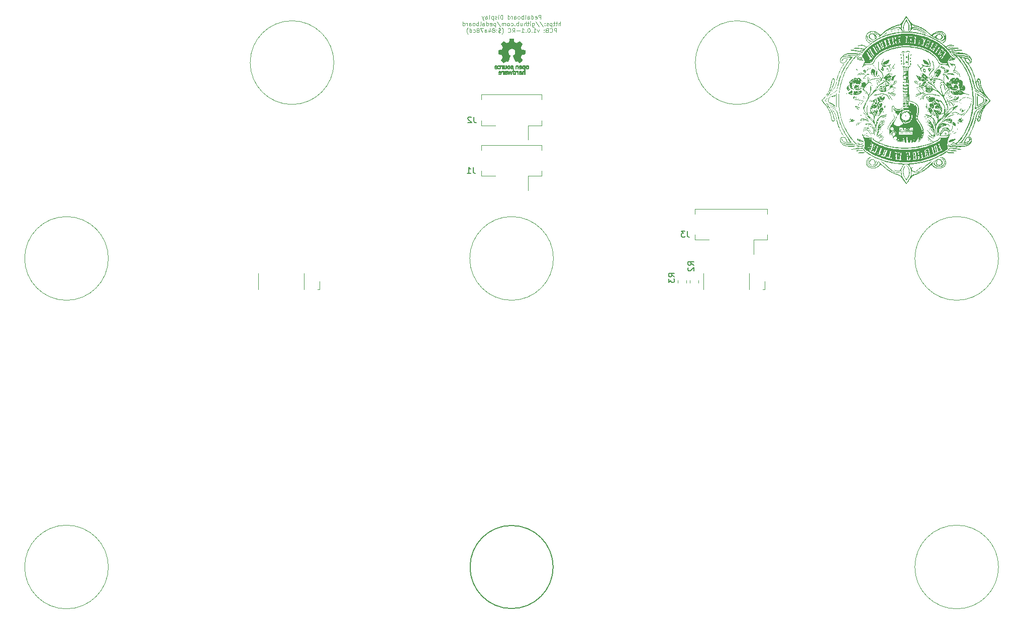
<source format=gbo>
G04 #@! TF.GenerationSoftware,KiCad,Pcbnew,8.0.4+1*
G04 #@! TF.CreationDate,2024-10-17T12:11:04+00:00*
G04 #@! TF.ProjectId,pedalboard-display,70656461-6c62-46f6-9172-642d64697370,1.0.1-RC*
G04 #@! TF.SameCoordinates,Original*
G04 #@! TF.FileFunction,Legend,Bot*
G04 #@! TF.FilePolarity,Positive*
%FSLAX46Y46*%
G04 Gerber Fmt 4.6, Leading zero omitted, Abs format (unit mm)*
G04 Created by KiCad (PCBNEW 8.0.4+1) date 2024-10-17 12:11:04*
%MOMM*%
%LPD*%
G01*
G04 APERTURE LIST*
%ADD10C,0.000000*%
%ADD11C,0.100000*%
%ADD12C,0.004304*%
%ADD13C,0.004635*%
%ADD14C,0.008210*%
%ADD15C,0.150000*%
%ADD16C,0.120000*%
%ADD17C,0.010000*%
G04 APERTURE END LIST*
D10*
G36*
X145043898Y93278889D02*
G01*
X145053254Y93277527D01*
X145062768Y93275242D01*
X145072466Y93272040D01*
X145082375Y93267924D01*
X145092521Y93262899D01*
X145102931Y93256970D01*
X145113630Y93250141D01*
X145124646Y93242417D01*
X145136005Y93233802D01*
X145147734Y93224301D01*
X145159858Y93213918D01*
X145185401Y93190525D01*
X145197638Y93178536D01*
X145209213Y93167704D01*
X145220127Y93158030D01*
X145230380Y93149514D01*
X145239971Y93142155D01*
X145248900Y93135954D01*
X145257169Y93130910D01*
X145264775Y93127024D01*
X145271721Y93124295D01*
X145274946Y93123365D01*
X145278005Y93122724D01*
X145280899Y93122373D01*
X145283627Y93122311D01*
X145286191Y93122538D01*
X145288589Y93123055D01*
X145290821Y93123861D01*
X145292888Y93124957D01*
X145294790Y93126342D01*
X145296527Y93128016D01*
X145298098Y93129980D01*
X145299504Y93132233D01*
X145300744Y93134776D01*
X145301819Y93137607D01*
X145303969Y93142123D01*
X145307070Y93146408D01*
X145311062Y93150458D01*
X145315882Y93154268D01*
X145321469Y93157836D01*
X145327763Y93161157D01*
X145334701Y93164227D01*
X145342223Y93167043D01*
X145358770Y93171895D01*
X145376915Y93175683D01*
X145396165Y93178375D01*
X145416030Y93179941D01*
X145436019Y93180349D01*
X145455641Y93179569D01*
X145474406Y93177569D01*
X145491822Y93174318D01*
X145499870Y93172214D01*
X145507398Y93169786D01*
X145514342Y93167030D01*
X145520643Y93163942D01*
X145526238Y93160518D01*
X145531067Y93156754D01*
X145535067Y93152646D01*
X145538178Y93148191D01*
X145540848Y93143228D01*
X145542922Y93137635D01*
X145544422Y93131463D01*
X145545372Y93124765D01*
X145545794Y93117590D01*
X145545713Y93109992D01*
X145544132Y93093731D01*
X145540814Y93076395D01*
X145535947Y93058398D01*
X145529715Y93040153D01*
X145522304Y93022073D01*
X145513902Y93004572D01*
X145504693Y92988063D01*
X145494865Y92972960D01*
X145484602Y92959675D01*
X145479366Y92953844D01*
X145474091Y92948623D01*
X145468800Y92944064D01*
X145463518Y92940217D01*
X145458266Y92937136D01*
X145453069Y92934870D01*
X145447949Y92933473D01*
X145442930Y92932996D01*
X145440223Y92932904D01*
X145437398Y92932630D01*
X145431422Y92931556D01*
X145425054Y92929811D01*
X145418345Y92927429D01*
X145411346Y92924448D01*
X145404110Y92920904D01*
X145396687Y92916833D01*
X145389130Y92912271D01*
X145381491Y92907254D01*
X145373821Y92901819D01*
X145366171Y92896001D01*
X145358593Y92889837D01*
X145351140Y92883363D01*
X145343862Y92876614D01*
X145336812Y92869629D01*
X145330041Y92862441D01*
X145323068Y92855254D01*
X145315433Y92848268D01*
X145307220Y92841520D01*
X145298511Y92835045D01*
X145289388Y92828881D01*
X145279934Y92823063D01*
X145270233Y92817628D01*
X145260366Y92812611D01*
X145250417Y92808048D01*
X145240467Y92803977D01*
X145230600Y92800433D01*
X145220899Y92797452D01*
X145211446Y92795070D01*
X145202323Y92793325D01*
X145193614Y92792251D01*
X145185401Y92791885D01*
X145176272Y92791508D01*
X145166773Y92790401D01*
X145156947Y92788600D01*
X145146837Y92786138D01*
X145125940Y92779374D01*
X145104428Y92770387D01*
X145082648Y92759458D01*
X145060944Y92746864D01*
X145039665Y92732886D01*
X145019155Y92717802D01*
X144999762Y92701891D01*
X144981831Y92685432D01*
X144965709Y92668704D01*
X144951742Y92651987D01*
X144940275Y92635559D01*
X144935588Y92627541D01*
X144931657Y92619700D01*
X144928523Y92612071D01*
X144926231Y92604688D01*
X144924825Y92597587D01*
X144924346Y92590803D01*
X144924449Y92588498D01*
X144924753Y92586218D01*
X144925256Y92583965D01*
X144925951Y92581742D01*
X144926836Y92579553D01*
X144927904Y92577400D01*
X144929152Y92575288D01*
X144930575Y92573219D01*
X144932168Y92571196D01*
X144933928Y92569223D01*
X144935849Y92567303D01*
X144937927Y92565439D01*
X144940157Y92563635D01*
X144942535Y92561894D01*
X144945057Y92560218D01*
X144947718Y92558611D01*
X144950513Y92557077D01*
X144953437Y92555618D01*
X144956487Y92554238D01*
X144959658Y92552940D01*
X144962946Y92551728D01*
X144966344Y92550604D01*
X144969851Y92549571D01*
X144973459Y92548634D01*
X144977166Y92547795D01*
X144980967Y92547057D01*
X144984857Y92546424D01*
X144988831Y92545899D01*
X144992886Y92545484D01*
X144997016Y92545185D01*
X145001217Y92545002D01*
X145005485Y92544941D01*
X145016860Y92545154D01*
X145027202Y92545816D01*
X145036552Y92546964D01*
X145040868Y92547732D01*
X145044951Y92548634D01*
X145048807Y92549676D01*
X145052441Y92550862D01*
X145055858Y92552197D01*
X145059062Y92553685D01*
X145062060Y92555330D01*
X145064857Y92557137D01*
X145067457Y92559112D01*
X145069866Y92561257D01*
X145072089Y92563578D01*
X145074131Y92566079D01*
X145075998Y92568765D01*
X145077693Y92571640D01*
X145079224Y92574709D01*
X145080594Y92577977D01*
X145081809Y92581447D01*
X145082875Y92585124D01*
X145083796Y92589014D01*
X145084577Y92593120D01*
X145085741Y92601998D01*
X145086410Y92611797D01*
X145086623Y92622552D01*
X145086288Y92631643D01*
X145086589Y92640384D01*
X145087499Y92648752D01*
X145088993Y92656727D01*
X145091046Y92664289D01*
X145093631Y92671417D01*
X145096722Y92678090D01*
X145100294Y92684288D01*
X145104320Y92689990D01*
X145108776Y92695175D01*
X145113634Y92699822D01*
X145118870Y92703912D01*
X145121621Y92705741D01*
X145124457Y92707422D01*
X145127374Y92708954D01*
X145130370Y92710334D01*
X145133440Y92711558D01*
X145136582Y92712625D01*
X145139793Y92713531D01*
X145143069Y92714275D01*
X145147596Y92715174D01*
X145151921Y92715884D01*
X145156046Y92716403D01*
X145159977Y92716728D01*
X145163716Y92716856D01*
X145167268Y92716786D01*
X145170637Y92716514D01*
X145173826Y92716038D01*
X145176839Y92715356D01*
X145179681Y92714464D01*
X145182354Y92713360D01*
X145184864Y92712042D01*
X145187213Y92710506D01*
X145189406Y92708752D01*
X145191447Y92706774D01*
X145193339Y92704573D01*
X145195086Y92702143D01*
X145196693Y92699484D01*
X145198162Y92696592D01*
X145199499Y92693465D01*
X145200706Y92690101D01*
X145201788Y92686496D01*
X145202748Y92682648D01*
X145203591Y92678555D01*
X145204321Y92674214D01*
X145204940Y92669622D01*
X145205865Y92659676D01*
X145206397Y92648697D01*
X145206568Y92636663D01*
X145206908Y92625687D01*
X145207924Y92615250D01*
X145209611Y92605353D01*
X145211963Y92595997D01*
X145214973Y92587184D01*
X145218637Y92578915D01*
X145222948Y92571191D01*
X145227900Y92564013D01*
X145233488Y92557383D01*
X145239706Y92551303D01*
X145246547Y92545772D01*
X145254007Y92540793D01*
X145262079Y92536367D01*
X145270758Y92532496D01*
X145280037Y92529179D01*
X145289912Y92526420D01*
X145300375Y92524219D01*
X145311422Y92522577D01*
X145323046Y92521496D01*
X145335242Y92520977D01*
X145348004Y92521021D01*
X145361326Y92521630D01*
X145375202Y92522804D01*
X145389627Y92524546D01*
X145404594Y92526856D01*
X145420098Y92529736D01*
X145436133Y92533187D01*
X145452693Y92537210D01*
X145469772Y92541807D01*
X145487365Y92546979D01*
X145505466Y92552727D01*
X145524068Y92559052D01*
X145555522Y92569112D01*
X145585859Y92578014D01*
X145614295Y92585594D01*
X145640044Y92591684D01*
X145662320Y92596122D01*
X145680338Y92598740D01*
X145687505Y92599315D01*
X145693312Y92599373D01*
X145697662Y92598894D01*
X145700457Y92597857D01*
X145701851Y92596967D01*
X145703385Y92596281D01*
X145705053Y92595793D01*
X145706851Y92595501D01*
X145708772Y92595399D01*
X145710812Y92595485D01*
X145712966Y92595755D01*
X145715229Y92596204D01*
X145717595Y92596828D01*
X145720059Y92597625D01*
X145722616Y92598589D01*
X145725261Y92599718D01*
X145730794Y92602452D01*
X145736616Y92605795D01*
X145742687Y92609717D01*
X145748964Y92614187D01*
X145755406Y92619174D01*
X145761973Y92624646D01*
X145768622Y92630574D01*
X145775312Y92636925D01*
X145782002Y92643669D01*
X145788651Y92650774D01*
X145794975Y92658543D01*
X145800709Y92665960D01*
X145805844Y92673006D01*
X145810369Y92679658D01*
X145814274Y92685897D01*
X145817549Y92691702D01*
X145820183Y92697052D01*
X145822165Y92701927D01*
X145823487Y92706306D01*
X145823896Y92708303D01*
X145824136Y92710168D01*
X145824206Y92711898D01*
X145824103Y92713492D01*
X145823828Y92714946D01*
X145823378Y92716258D01*
X145822753Y92717426D01*
X145821950Y92718446D01*
X145820969Y92719316D01*
X145819809Y92720034D01*
X145818468Y92720597D01*
X145816944Y92721002D01*
X145815238Y92721247D01*
X145813346Y92721329D01*
X145811052Y92721432D01*
X145808801Y92721737D01*
X145806595Y92722239D01*
X145804437Y92722935D01*
X145802327Y92723819D01*
X145800269Y92724887D01*
X145798264Y92726135D01*
X145796313Y92727558D01*
X145794419Y92729152D01*
X145792585Y92730911D01*
X145790810Y92732832D01*
X145789099Y92734910D01*
X145787452Y92737141D01*
X145785872Y92739519D01*
X145784360Y92742041D01*
X145782918Y92744701D01*
X145781549Y92747496D01*
X145780254Y92750421D01*
X145779036Y92753471D01*
X145777895Y92756642D01*
X145776835Y92759929D01*
X145775857Y92763328D01*
X145774962Y92766835D01*
X145774154Y92770443D01*
X145773433Y92774151D01*
X145772803Y92777951D01*
X145772263Y92781841D01*
X145771818Y92785816D01*
X145771468Y92789870D01*
X145771216Y92794001D01*
X145771063Y92798202D01*
X145771012Y92802470D01*
X145772273Y92826799D01*
X145772973Y92836398D01*
X145773823Y92844307D01*
X145774901Y92850541D01*
X145775549Y92853036D01*
X145776283Y92855117D01*
X145777113Y92856788D01*
X145778048Y92858050D01*
X145779098Y92858905D01*
X145780272Y92859354D01*
X145781582Y92859401D01*
X145783035Y92859047D01*
X145784641Y92858293D01*
X145786412Y92857143D01*
X145788355Y92855596D01*
X145790481Y92853657D01*
X145795321Y92848605D01*
X145801008Y92842004D01*
X145807620Y92833867D01*
X145823929Y92813052D01*
X145826626Y92809476D01*
X145829420Y92806025D01*
X145832306Y92802702D01*
X145835277Y92799506D01*
X145841455Y92793503D01*
X145847907Y92788027D01*
X145854586Y92783088D01*
X145861446Y92778698D01*
X145868440Y92774865D01*
X145875523Y92771601D01*
X145882646Y92768915D01*
X145889765Y92766819D01*
X145896832Y92765322D01*
X145900331Y92764802D01*
X145903800Y92764435D01*
X145907233Y92764223D01*
X145910624Y92764168D01*
X145913967Y92764270D01*
X145917257Y92764532D01*
X145920487Y92764953D01*
X145923652Y92765536D01*
X145926746Y92766281D01*
X145929763Y92767191D01*
X145937401Y92770029D01*
X145944445Y92771954D01*
X145950898Y92773003D01*
X145956765Y92773213D01*
X145962051Y92772623D01*
X145966760Y92771269D01*
X145970896Y92769189D01*
X145974465Y92766420D01*
X145977471Y92763000D01*
X145979918Y92758966D01*
X145981811Y92754357D01*
X145983154Y92749208D01*
X145983951Y92743558D01*
X145984209Y92737445D01*
X145983930Y92730905D01*
X145983119Y92723976D01*
X145981781Y92716696D01*
X145979921Y92709102D01*
X145977543Y92701231D01*
X145974651Y92693122D01*
X145971250Y92684811D01*
X145967345Y92676336D01*
X145962940Y92667734D01*
X145958039Y92659043D01*
X145952647Y92650300D01*
X145946769Y92641544D01*
X145940409Y92632810D01*
X145933572Y92624137D01*
X145926262Y92615563D01*
X145918484Y92607124D01*
X145910242Y92598858D01*
X145901540Y92590803D01*
X145872642Y92565461D01*
X145842869Y92541692D01*
X145812279Y92519498D01*
X145780927Y92498880D01*
X145748870Y92479842D01*
X145716164Y92462384D01*
X145682865Y92446508D01*
X145649028Y92432218D01*
X145614712Y92419513D01*
X145579971Y92408397D01*
X145544861Y92398872D01*
X145509440Y92390938D01*
X145473763Y92384599D01*
X145437886Y92379856D01*
X145401866Y92376712D01*
X145365759Y92375167D01*
X145329621Y92375224D01*
X145293508Y92376885D01*
X145257476Y92380152D01*
X145221582Y92385027D01*
X145185882Y92391511D01*
X145150431Y92399607D01*
X145115287Y92409317D01*
X145080505Y92420642D01*
X145046142Y92433585D01*
X145012254Y92448147D01*
X144978896Y92464331D01*
X144946126Y92482137D01*
X144913999Y92501569D01*
X144882572Y92522628D01*
X144851900Y92545316D01*
X144822040Y92569636D01*
X144808936Y92581357D01*
X144796741Y92593374D01*
X144785459Y92605694D01*
X144775091Y92618322D01*
X144765637Y92631265D01*
X144757099Y92644530D01*
X144749478Y92658124D01*
X144742776Y92672052D01*
X144736994Y92686321D01*
X144732132Y92700937D01*
X144728193Y92715907D01*
X144725178Y92731238D01*
X144723088Y92746936D01*
X144721924Y92763007D01*
X144721688Y92779458D01*
X144722381Y92796295D01*
X144724004Y92813525D01*
X144726558Y92831155D01*
X144730045Y92849189D01*
X144734466Y92867636D01*
X144739823Y92886502D01*
X144746116Y92905792D01*
X144753347Y92925515D01*
X144761517Y92945675D01*
X144770628Y92966279D01*
X144780680Y92987334D01*
X144791676Y93008847D01*
X144803616Y93030823D01*
X144830335Y93076193D01*
X144860847Y93123496D01*
X144883289Y93156534D01*
X144904455Y93185556D01*
X144914625Y93198573D01*
X144924556Y93210600D01*
X144934273Y93221641D01*
X144943804Y93231700D01*
X144953175Y93240783D01*
X144962412Y93248894D01*
X144971542Y93256037D01*
X144980591Y93262217D01*
X144989586Y93267438D01*
X144998553Y93271706D01*
X145007518Y93275023D01*
X145016509Y93277396D01*
X145025552Y93278828D01*
X145034672Y93279324D01*
X145043898Y93278889D01*
G37*
G36*
X146522042Y84977803D02*
G01*
X146523802Y84977635D01*
X146525564Y84977340D01*
X146527328Y84976920D01*
X146529091Y84976377D01*
X146530852Y84975712D01*
X146532608Y84974927D01*
X146534358Y84974025D01*
X146536099Y84973007D01*
X146537830Y84971876D01*
X146539548Y84970633D01*
X146541253Y84969280D01*
X146542941Y84967819D01*
X146544611Y84966252D01*
X146546261Y84964582D01*
X146547889Y84962809D01*
X146549494Y84960936D01*
X146551072Y84958965D01*
X146552623Y84956897D01*
X146554144Y84954736D01*
X146555633Y84952482D01*
X146558508Y84947704D01*
X146561234Y84942580D01*
X146562971Y84936753D01*
X146563653Y84933938D01*
X146564211Y84931190D01*
X146564645Y84928512D01*
X146564955Y84925906D01*
X146565142Y84923374D01*
X146565204Y84920917D01*
X146565142Y84918537D01*
X146564956Y84916237D01*
X146564646Y84914019D01*
X146564211Y84911883D01*
X146563653Y84909833D01*
X146562971Y84907871D01*
X146562165Y84905997D01*
X146561235Y84904215D01*
X146560181Y84902525D01*
X146559002Y84900931D01*
X146557700Y84899433D01*
X146556274Y84898034D01*
X146554724Y84896736D01*
X146553049Y84895541D01*
X146551251Y84894450D01*
X146549329Y84893466D01*
X146547282Y84892591D01*
X146545112Y84891825D01*
X146542817Y84891173D01*
X146540399Y84890634D01*
X146537856Y84890212D01*
X146535190Y84889908D01*
X146532400Y84889725D01*
X146529485Y84889663D01*
X146524318Y84889826D01*
X146519403Y84890304D01*
X146514744Y84891081D01*
X146510344Y84892143D01*
X146506208Y84893474D01*
X146502339Y84895058D01*
X146498742Y84896879D01*
X146495419Y84898923D01*
X146492376Y84901174D01*
X146489616Y84903615D01*
X146487143Y84906233D01*
X146484960Y84909010D01*
X146483072Y84911933D01*
X146481482Y84914984D01*
X146480195Y84918149D01*
X146479213Y84921413D01*
X146478542Y84924759D01*
X146478185Y84928172D01*
X146478145Y84931637D01*
X146478428Y84935138D01*
X146479035Y84938660D01*
X146479973Y84942187D01*
X146481243Y84945704D01*
X146482851Y84949194D01*
X146484800Y84952644D01*
X146487093Y84956037D01*
X146489736Y84959357D01*
X146492731Y84962589D01*
X146496083Y84965718D01*
X146499795Y84968729D01*
X146503872Y84971605D01*
X146508317Y84974331D01*
X146509980Y84975251D01*
X146511663Y84976028D01*
X146513362Y84976665D01*
X146515076Y84977162D01*
X146516803Y84977523D01*
X146518541Y84977749D01*
X146520288Y84977841D01*
X146522042Y84977803D01*
G37*
G36*
X155467225Y102343885D02*
G01*
X155472424Y102343549D01*
X155485134Y102342131D01*
X155500965Y102339763D01*
X155519964Y102336495D01*
X155567650Y102327468D01*
X155575580Y102325863D01*
X155583464Y102323721D01*
X155591254Y102321082D01*
X155598905Y102317988D01*
X155606369Y102314481D01*
X155613601Y102310602D01*
X155620554Y102306392D01*
X155627182Y102301893D01*
X155633437Y102297146D01*
X155639274Y102292192D01*
X155644646Y102287072D01*
X155649506Y102281829D01*
X155653808Y102276503D01*
X155657505Y102271135D01*
X155660552Y102265768D01*
X155662900Y102260442D01*
X155665039Y102254365D01*
X155666820Y102248703D01*
X155668238Y102243459D01*
X155669288Y102238634D01*
X155669962Y102234230D01*
X155670257Y102230250D01*
X155670165Y102226694D01*
X155669680Y102223565D01*
X155668798Y102220865D01*
X155668206Y102219677D01*
X155667513Y102218596D01*
X155666717Y102217624D01*
X155665817Y102216760D01*
X155664814Y102216005D01*
X155663707Y102215359D01*
X155662494Y102214822D01*
X155661175Y102214394D01*
X155658216Y102213868D01*
X155654824Y102213782D01*
X155650994Y102214139D01*
X155646720Y102214941D01*
X155641995Y102216188D01*
X155636814Y102217884D01*
X155631171Y102220031D01*
X155625061Y102222629D01*
X155618477Y102225681D01*
X155611414Y102229190D01*
X155603866Y102233156D01*
X155595826Y102237583D01*
X155587290Y102242471D01*
X155578252Y102247823D01*
X155568705Y102253641D01*
X155548063Y102266681D01*
X155525318Y102281608D01*
X155490819Y102304993D01*
X155477530Y102314459D01*
X155466944Y102322508D01*
X155459107Y102329193D01*
X155456235Y102332040D01*
X155454066Y102334566D01*
X155452609Y102336776D01*
X155451868Y102338678D01*
X155451848Y102340277D01*
X155452557Y102341580D01*
X155454000Y102342594D01*
X155456182Y102343325D01*
X155459110Y102343780D01*
X155462789Y102343964D01*
X155467225Y102343885D01*
G37*
G36*
X149891071Y89779314D02*
G01*
X149895039Y89778663D01*
X149899226Y89777417D01*
X149903637Y89775580D01*
X149908282Y89773160D01*
X149913165Y89770162D01*
X149923681Y89762454D01*
X149935240Y89752504D01*
X149947899Y89740357D01*
X149960301Y89726685D01*
X149965880Y89719981D01*
X149971044Y89713334D01*
X149975792Y89706723D01*
X149980123Y89700127D01*
X149984037Y89693523D01*
X149987532Y89686889D01*
X149990610Y89680204D01*
X149993268Y89673445D01*
X149995506Y89666590D01*
X149997324Y89659618D01*
X149998720Y89652506D01*
X149999695Y89645233D01*
X150000247Y89637776D01*
X150000376Y89630114D01*
X150000082Y89622225D01*
X149999362Y89614086D01*
X149998218Y89605676D01*
X149996649Y89596972D01*
X149994653Y89587954D01*
X149992230Y89578598D01*
X149989379Y89568883D01*
X149986100Y89558787D01*
X149982392Y89548288D01*
X149978255Y89537364D01*
X149968688Y89514152D01*
X149957396Y89488977D01*
X149944373Y89461663D01*
X149929109Y89430916D01*
X149913870Y89403544D01*
X149898849Y89379614D01*
X149891479Y89368960D01*
X149884236Y89359192D01*
X149877142Y89350318D01*
X149870222Y89342347D01*
X149863500Y89335286D01*
X149856999Y89329145D01*
X149850744Y89323931D01*
X149844758Y89319653D01*
X149839065Y89316319D01*
X149833690Y89313938D01*
X149828655Y89312518D01*
X149823986Y89312068D01*
X149819705Y89312596D01*
X149815837Y89314110D01*
X149812406Y89316619D01*
X149809435Y89320132D01*
X149806949Y89324655D01*
X149804971Y89330199D01*
X149803526Y89336771D01*
X149802637Y89344380D01*
X149802327Y89353034D01*
X149802622Y89362741D01*
X149803545Y89373511D01*
X149805119Y89385351D01*
X149807369Y89398269D01*
X149810319Y89412275D01*
X149816754Y89437906D01*
X149822775Y89466514D01*
X149828301Y89497107D01*
X149833248Y89528691D01*
X149837533Y89560276D01*
X149841075Y89590869D01*
X149843790Y89619477D01*
X149845595Y89645109D01*
X149847713Y89670789D01*
X149850136Y89693622D01*
X149852920Y89713655D01*
X149856123Y89730932D01*
X149859802Y89745503D01*
X149861837Y89751787D01*
X149864013Y89757411D01*
X149866335Y89762382D01*
X149868812Y89766705D01*
X149871451Y89770386D01*
X149874258Y89773431D01*
X149877241Y89775845D01*
X149880407Y89777635D01*
X149883762Y89778805D01*
X149887315Y89779363D01*
X149891071Y89779314D01*
G37*
G36*
X148338395Y92709886D02*
G01*
X148339701Y92709680D01*
X148340900Y92709343D01*
X148341990Y92708872D01*
X148342966Y92708267D01*
X148343825Y92707527D01*
X148344562Y92706649D01*
X148345173Y92705633D01*
X148345656Y92704478D01*
X148346005Y92703182D01*
X148346218Y92701744D01*
X148346290Y92700162D01*
X148345676Y92694082D01*
X148344520Y92687771D01*
X148342859Y92681271D01*
X148340729Y92674621D01*
X148335213Y92661026D01*
X148328265Y92647301D01*
X148320180Y92633763D01*
X148311253Y92620726D01*
X148301778Y92608505D01*
X148292050Y92597416D01*
X148282363Y92587774D01*
X148273012Y92579895D01*
X148268555Y92576714D01*
X148264292Y92574092D01*
X148260260Y92572069D01*
X148256497Y92570683D01*
X148253038Y92569974D01*
X148249921Y92569981D01*
X148247182Y92570744D01*
X148244859Y92572302D01*
X148242988Y92574695D01*
X148241606Y92577962D01*
X148240750Y92582142D01*
X148240456Y92587275D01*
X148240740Y92592764D01*
X148241572Y92598609D01*
X148242921Y92604754D01*
X148244756Y92611142D01*
X148247045Y92617716D01*
X148249758Y92624419D01*
X148252864Y92631195D01*
X148256331Y92637986D01*
X148260130Y92644736D01*
X148264228Y92651388D01*
X148268594Y92657884D01*
X148273199Y92664169D01*
X148278010Y92670185D01*
X148282997Y92675876D01*
X148288128Y92681184D01*
X148293374Y92686053D01*
X148298619Y92690474D01*
X148303750Y92694472D01*
X148308737Y92698036D01*
X148313548Y92701156D01*
X148318152Y92703821D01*
X148322518Y92706020D01*
X148326616Y92707744D01*
X148330415Y92708983D01*
X148333882Y92709725D01*
X148335482Y92709907D01*
X148336988Y92709961D01*
X148338395Y92709886D01*
G37*
G36*
X161469296Y90216229D02*
G01*
X161472549Y90215932D01*
X161475858Y90215416D01*
X161479211Y90214681D01*
X161482596Y90213726D01*
X161486000Y90212549D01*
X161489411Y90211151D01*
X161492817Y90209531D01*
X161496206Y90207688D01*
X161499564Y90205621D01*
X161502881Y90203331D01*
X161506144Y90200815D01*
X161509340Y90198074D01*
X161512457Y90195107D01*
X161515484Y90191914D01*
X161519277Y90187967D01*
X161522724Y90184070D01*
X161525829Y90180231D01*
X161528596Y90176459D01*
X161531029Y90172761D01*
X161533134Y90169147D01*
X161534914Y90165625D01*
X161536375Y90162203D01*
X161537520Y90158889D01*
X161538355Y90155692D01*
X161538883Y90152621D01*
X161539110Y90149683D01*
X161539040Y90146888D01*
X161538677Y90144243D01*
X161538026Y90141756D01*
X161537091Y90139438D01*
X161535877Y90137294D01*
X161534389Y90135335D01*
X161532631Y90133569D01*
X161530607Y90132003D01*
X161528323Y90130647D01*
X161525782Y90129508D01*
X161522989Y90128595D01*
X161519948Y90127917D01*
X161516665Y90127482D01*
X161513143Y90127298D01*
X161509388Y90127373D01*
X161505403Y90127717D01*
X161501193Y90128337D01*
X161496763Y90129242D01*
X161492118Y90130440D01*
X161487261Y90131940D01*
X161482016Y90134666D01*
X161476885Y90137542D01*
X161471898Y90140552D01*
X161467087Y90143681D01*
X161462482Y90146914D01*
X161458116Y90150234D01*
X161454018Y90153627D01*
X161450220Y90157076D01*
X161446752Y90160567D01*
X161443647Y90164084D01*
X161440934Y90167611D01*
X161438644Y90171132D01*
X161436810Y90174634D01*
X161436073Y90176371D01*
X161435461Y90178098D01*
X161434979Y90179813D01*
X161434629Y90181512D01*
X161434417Y90183194D01*
X161434345Y90184858D01*
X161434488Y90188392D01*
X161434907Y90191720D01*
X161435592Y90194839D01*
X161436529Y90197750D01*
X161437707Y90200451D01*
X161439112Y90202942D01*
X161440733Y90205223D01*
X161442558Y90207293D01*
X161444574Y90209150D01*
X161446769Y90210796D01*
X161449130Y90212228D01*
X161451646Y90213446D01*
X161454304Y90214449D01*
X161457092Y90215238D01*
X161459997Y90215811D01*
X161463008Y90216167D01*
X161466112Y90216307D01*
X161469296Y90216229D01*
G37*
G36*
X165060018Y92448810D02*
G01*
X165066375Y92446918D01*
X165073543Y92443887D01*
X165081528Y92439713D01*
X165090335Y92434395D01*
X165099968Y92427930D01*
X165110434Y92420315D01*
X165121736Y92411548D01*
X165133881Y92401626D01*
X165160718Y92378306D01*
X165190987Y92350335D01*
X165224728Y92317693D01*
X165261983Y92280358D01*
X165299394Y92244068D01*
X165335378Y92210305D01*
X165370659Y92178620D01*
X165405961Y92148562D01*
X165442007Y92119683D01*
X165479520Y92091532D01*
X165519225Y92063661D01*
X165561844Y92035618D01*
X165608102Y92006956D01*
X165658720Y91977224D01*
X165714424Y91945973D01*
X165775936Y91912752D01*
X165843980Y91877114D01*
X165919280Y91838607D01*
X166094539Y91751191D01*
X166174167Y91710104D01*
X166253826Y91666572D01*
X166332803Y91621129D01*
X166410385Y91574306D01*
X166485858Y91526635D01*
X166558510Y91478649D01*
X166627628Y91430880D01*
X166692497Y91383861D01*
X166752406Y91338123D01*
X166806640Y91294199D01*
X166854487Y91252621D01*
X166895234Y91213921D01*
X166928167Y91178632D01*
X166952574Y91147286D01*
X166967741Y91120416D01*
X166971637Y91108825D01*
X166972955Y91098553D01*
X166972768Y91092869D01*
X166972204Y91087725D01*
X166971258Y91083123D01*
X166970639Y91081027D01*
X166969924Y91079067D01*
X166969110Y91077244D01*
X166968197Y91075558D01*
X166967184Y91074010D01*
X166966072Y91072600D01*
X166964859Y91071328D01*
X166963544Y91070195D01*
X166962128Y91069201D01*
X166960608Y91068346D01*
X166958985Y91067630D01*
X166957259Y91067054D01*
X166955427Y91066618D01*
X166953491Y91066323D01*
X166951448Y91066169D01*
X166949299Y91066156D01*
X166947042Y91066284D01*
X166944678Y91066554D01*
X166939623Y91067521D01*
X166934129Y91069059D01*
X166928191Y91071170D01*
X166921803Y91073858D01*
X166914960Y91077124D01*
X166907657Y91080972D01*
X166899889Y91085403D01*
X166891651Y91090422D01*
X166882938Y91096029D01*
X166873744Y91102228D01*
X166864064Y91109021D01*
X166853893Y91116412D01*
X166843226Y91124401D01*
X166832058Y91132993D01*
X166820383Y91142189D01*
X166808197Y91151993D01*
X166795494Y91162406D01*
X166782269Y91173432D01*
X166754233Y91197330D01*
X166724969Y91221113D01*
X166696066Y91243894D01*
X166666564Y91266241D01*
X166635501Y91288721D01*
X166601917Y91311905D01*
X166564849Y91336360D01*
X166523338Y91362655D01*
X166476421Y91391358D01*
X166423137Y91423037D01*
X166362526Y91458262D01*
X166215475Y91541619D01*
X166027580Y91645978D01*
X165791150Y91775886D01*
X165635342Y91863053D01*
X165498510Y91944723D01*
X165437145Y91983534D01*
X165380446Y92021018D01*
X165328388Y92057189D01*
X165280945Y92092063D01*
X165238091Y92125655D01*
X165199799Y92157981D01*
X165166045Y92189057D01*
X165136802Y92218898D01*
X165112045Y92247519D01*
X165091747Y92274936D01*
X165075884Y92301164D01*
X165064428Y92326220D01*
X165053314Y92357098D01*
X165048855Y92370888D01*
X165045135Y92383574D01*
X165042160Y92395154D01*
X165039933Y92405626D01*
X165038461Y92414986D01*
X165037749Y92423234D01*
X165037802Y92430364D01*
X165038624Y92436377D01*
X165040222Y92441267D01*
X165042600Y92445034D01*
X165045763Y92447674D01*
X165049717Y92449185D01*
X165054467Y92449565D01*
X165060018Y92448810D01*
G37*
G36*
X161657876Y83609142D02*
G01*
X161670562Y83606761D01*
X161681160Y83603058D01*
X161689496Y83597973D01*
X161695400Y83591440D01*
X161697746Y83586810D01*
X161699495Y83582181D01*
X161700646Y83577553D01*
X161701202Y83572926D01*
X161701163Y83568303D01*
X161700532Y83563682D01*
X161699308Y83559066D01*
X161697495Y83554454D01*
X161695092Y83549847D01*
X161692102Y83545246D01*
X161688525Y83540651D01*
X161684362Y83536064D01*
X161679616Y83531484D01*
X161674287Y83526913D01*
X161668377Y83522351D01*
X161661886Y83517798D01*
X161654817Y83513256D01*
X161647171Y83508725D01*
X161638948Y83504205D01*
X161630150Y83499698D01*
X161620779Y83495203D01*
X161610835Y83490723D01*
X161600321Y83486256D01*
X161589236Y83481804D01*
X161577583Y83477368D01*
X161565364Y83472947D01*
X161539227Y83464158D01*
X161510838Y83455441D01*
X161480206Y83446801D01*
X161465049Y83442675D01*
X161450068Y83438264D01*
X161421005Y83428777D01*
X161393762Y83418710D01*
X161369081Y83408437D01*
X161347707Y83398329D01*
X161338494Y83393453D01*
X161330386Y83388759D01*
X161323476Y83384291D01*
X161317859Y83380097D01*
X161313627Y83376224D01*
X161310872Y83372718D01*
X161307313Y83367643D01*
X161303276Y83362995D01*
X161298800Y83358771D01*
X161293923Y83354963D01*
X161288684Y83351565D01*
X161283122Y83348573D01*
X161277276Y83345980D01*
X161271185Y83343780D01*
X161264887Y83341968D01*
X161258421Y83340538D01*
X161251826Y83339483D01*
X161245140Y83338799D01*
X161238403Y83338479D01*
X161231653Y83338517D01*
X161224928Y83338908D01*
X161218268Y83339646D01*
X161211712Y83340725D01*
X161205297Y83342140D01*
X161199064Y83343883D01*
X161193050Y83345951D01*
X161187295Y83348336D01*
X161181836Y83351033D01*
X161176714Y83354036D01*
X161171966Y83357340D01*
X161167632Y83360938D01*
X161163750Y83364825D01*
X161160358Y83368995D01*
X161157497Y83373442D01*
X161155204Y83378160D01*
X161153518Y83383144D01*
X161152478Y83388388D01*
X161152122Y83393885D01*
X161153541Y83403052D01*
X161157681Y83412653D01*
X161164372Y83422624D01*
X161173441Y83432904D01*
X161184716Y83443429D01*
X161198026Y83454137D01*
X161230064Y83475851D01*
X161268179Y83497544D01*
X161310996Y83518715D01*
X161357142Y83538863D01*
X161405240Y83557486D01*
X161453918Y83574084D01*
X161501799Y83588154D01*
X161547511Y83599197D01*
X161589677Y83606710D01*
X161626924Y83610192D01*
X161643273Y83610265D01*
X161657876Y83609142D01*
G37*
G36*
X150662770Y91061283D02*
G01*
X150664260Y91060601D01*
X150665874Y91059464D01*
X150667623Y91057873D01*
X150669516Y91055826D01*
X150671564Y91053325D01*
X150676166Y91046959D01*
X150681513Y91038773D01*
X150687687Y91028769D01*
X150702845Y91003303D01*
X150706808Y90995047D01*
X150710741Y90986208D01*
X150714611Y90976862D01*
X150718389Y90967088D01*
X150722042Y90956962D01*
X150725541Y90946562D01*
X150728853Y90935965D01*
X150731949Y90925250D01*
X150734796Y90914494D01*
X150737365Y90903774D01*
X150739623Y90893167D01*
X150741541Y90882752D01*
X150743086Y90872605D01*
X150744228Y90862805D01*
X150744936Y90853429D01*
X150745179Y90844553D01*
X150745069Y90819087D01*
X150744807Y90809082D01*
X150744297Y90800896D01*
X150743456Y90794530D01*
X150742886Y90792029D01*
X150742202Y90789982D01*
X150741394Y90788390D01*
X150740452Y90787254D01*
X150739365Y90786571D01*
X150738123Y90786344D01*
X150736716Y90786571D01*
X150735133Y90787254D01*
X150733364Y90788390D01*
X150731398Y90789982D01*
X150729226Y90792029D01*
X150726837Y90794530D01*
X150721366Y90800896D01*
X150714903Y90809082D01*
X150707365Y90819087D01*
X150688733Y90844553D01*
X150683530Y90852808D01*
X150678522Y90861648D01*
X150673742Y90870993D01*
X150669220Y90880768D01*
X150664988Y90890893D01*
X150661076Y90901293D01*
X150657516Y90911889D01*
X150654338Y90922604D01*
X150651573Y90933361D01*
X150649253Y90944081D01*
X150647408Y90954688D01*
X150646070Y90965103D01*
X150645269Y90975250D01*
X150645037Y90985050D01*
X150645404Y90994427D01*
X150646401Y91003303D01*
X150649984Y91028769D01*
X150651610Y91038773D01*
X150653236Y91046959D01*
X150654945Y91053325D01*
X150655856Y91055826D01*
X150656819Y91057873D01*
X150657844Y91059464D01*
X150658941Y91060601D01*
X150660121Y91061283D01*
X150661394Y91061511D01*
X150662770Y91061283D01*
G37*
G36*
X146715796Y95495320D02*
G01*
X146713223Y95482574D01*
X146710139Y95469329D01*
X146706548Y95455556D01*
X146702456Y95441225D01*
X146692789Y95410775D01*
X146681179Y95377746D01*
X146671591Y95352321D01*
X146662520Y95330286D01*
X146658108Y95320540D01*
X146653739Y95311642D01*
X146649386Y95303590D01*
X146645019Y95296387D01*
X146640612Y95290031D01*
X146636135Y95284522D01*
X146631559Y95279861D01*
X146626857Y95276047D01*
X146622000Y95273081D01*
X146616959Y95270962D01*
X146611707Y95269691D01*
X146606214Y95269267D01*
X146600452Y95269691D01*
X146594394Y95270962D01*
X146588010Y95273081D01*
X146581271Y95276047D01*
X146574151Y95279861D01*
X146566619Y95284522D01*
X146558649Y95290031D01*
X146550210Y95296387D01*
X146541276Y95303590D01*
X146531817Y95311642D01*
X146511212Y95330286D01*
X146488167Y95352321D01*
X146462456Y95377746D01*
X146423040Y95417641D01*
X146388063Y95454152D01*
X146357416Y95487530D01*
X146330991Y95518031D01*
X146308680Y95545906D01*
X146290374Y95571409D01*
X146275964Y95594794D01*
X146270186Y95605771D01*
X146265342Y95616313D01*
X146261417Y95626452D01*
X146258399Y95636219D01*
X146256274Y95645647D01*
X146255027Y95654767D01*
X146254647Y95663610D01*
X146255118Y95672209D01*
X146256420Y95680543D01*
X146389771Y95680543D01*
X146390015Y95675538D01*
X146391067Y95669829D01*
X146392882Y95663477D01*
X146395413Y95656542D01*
X146402429Y95641173D01*
X146411741Y95624212D01*
X146422969Y95606150D01*
X146435737Y95587478D01*
X146449669Y95568688D01*
X146464385Y95550269D01*
X146479510Y95532714D01*
X146494666Y95516512D01*
X146509475Y95502156D01*
X146523561Y95490135D01*
X146530215Y95485154D01*
X146536547Y95480941D01*
X146542509Y95477557D01*
X146548054Y95475064D01*
X146553136Y95473524D01*
X146557706Y95472996D01*
X146561510Y95473242D01*
X146564985Y95473968D01*
X146568133Y95475159D01*
X146570956Y95476800D01*
X146573457Y95478875D01*
X146575636Y95481368D01*
X146577496Y95484265D01*
X146579039Y95487549D01*
X146580266Y95491205D01*
X146581181Y95495217D01*
X146581784Y95499571D01*
X146582077Y95504250D01*
X146582063Y95509240D01*
X146581744Y95514524D01*
X146581121Y95520087D01*
X146580196Y95525913D01*
X146578972Y95531988D01*
X146577450Y95538295D01*
X146575631Y95544819D01*
X146573519Y95551545D01*
X146571116Y95558456D01*
X146568422Y95565539D01*
X146565439Y95572776D01*
X146562171Y95580153D01*
X146558619Y95587654D01*
X146554784Y95595263D01*
X146550669Y95602965D01*
X146546275Y95610745D01*
X146541605Y95618587D01*
X146536661Y95626475D01*
X146531444Y95634394D01*
X146525956Y95642329D01*
X146515497Y95656797D01*
X146505292Y95669767D01*
X146495346Y95681227D01*
X146490471Y95686388D01*
X146485662Y95691168D01*
X146480921Y95695566D01*
X146476248Y95699579D01*
X146471643Y95703208D01*
X146467107Y95706451D01*
X146462641Y95709306D01*
X146458246Y95711772D01*
X146453921Y95713848D01*
X146449669Y95715532D01*
X146445488Y95716824D01*
X146441381Y95717722D01*
X146437347Y95718224D01*
X146433387Y95718330D01*
X146429502Y95718037D01*
X146425693Y95717346D01*
X146421961Y95716254D01*
X146418305Y95714761D01*
X146414726Y95712864D01*
X146411226Y95710563D01*
X146407804Y95707856D01*
X146404462Y95704742D01*
X146401200Y95701220D01*
X146398019Y95697289D01*
X146394919Y95692946D01*
X146391901Y95688192D01*
X146390384Y95684781D01*
X146389771Y95680543D01*
X146256420Y95680543D01*
X146256428Y95680594D01*
X146258562Y95688798D01*
X146261508Y95696851D01*
X146265252Y95704787D01*
X146269780Y95712636D01*
X146275078Y95720430D01*
X146287933Y95735981D01*
X146303707Y95751691D01*
X146323044Y95768971D01*
X146332368Y95776679D01*
X146341492Y95783765D01*
X146350441Y95790228D01*
X146359238Y95796068D01*
X146367905Y95801284D01*
X146376467Y95805876D01*
X146384945Y95809842D01*
X146393365Y95813182D01*
X146401748Y95815895D01*
X146410118Y95817982D01*
X146418499Y95819440D01*
X146426913Y95820270D01*
X146435384Y95820471D01*
X146443935Y95820042D01*
X146452590Y95818982D01*
X146461371Y95817292D01*
X146470302Y95814970D01*
X146479406Y95812015D01*
X146488707Y95808427D01*
X146498227Y95804206D01*
X146507990Y95799350D01*
X146518019Y95793859D01*
X146528338Y95787733D01*
X146538969Y95780970D01*
X146561262Y95765533D01*
X146585085Y95747544D01*
X146610624Y95726997D01*
X146632500Y95708230D01*
X146651854Y95690141D01*
X146660599Y95681277D01*
X146668728Y95672496D01*
X146676248Y95663767D01*
X146683163Y95655063D01*
X146689479Y95646353D01*
X146695200Y95637609D01*
X146700333Y95628801D01*
X146704881Y95619902D01*
X146708851Y95610881D01*
X146712247Y95601709D01*
X146715074Y95592358D01*
X146717339Y95582798D01*
X146719045Y95573001D01*
X146720198Y95562936D01*
X146720804Y95552576D01*
X146720867Y95541891D01*
X146720392Y95530852D01*
X146719385Y95519430D01*
X146717851Y95507596D01*
X146717291Y95504250D01*
X146715796Y95495320D01*
G37*
G36*
X153543147Y85239797D02*
G01*
X153546111Y85239311D01*
X153548894Y85238512D01*
X153551514Y85237398D01*
X153553985Y85235966D01*
X153556325Y85234213D01*
X153558549Y85232138D01*
X153560674Y85229737D01*
X153562715Y85227008D01*
X153564689Y85223948D01*
X153566612Y85220555D01*
X153570370Y85212759D01*
X153574117Y85203598D01*
X153577984Y85193052D01*
X153579972Y85186751D01*
X153581323Y85180428D01*
X153582060Y85174104D01*
X153582207Y85167799D01*
X153581789Y85161533D01*
X153580829Y85155326D01*
X153579350Y85149197D01*
X153577378Y85143167D01*
X153574935Y85137256D01*
X153572045Y85131484D01*
X153568734Y85125871D01*
X153565024Y85120436D01*
X153560939Y85115201D01*
X153556503Y85110184D01*
X153551741Y85105407D01*
X153546675Y85100889D01*
X153541331Y85096649D01*
X153535731Y85092709D01*
X153529900Y85089088D01*
X153523862Y85085806D01*
X153517640Y85082883D01*
X153511259Y85080340D01*
X153504742Y85078195D01*
X153498113Y85076470D01*
X153491397Y85075184D01*
X153484616Y85074358D01*
X153477796Y85074010D01*
X153470959Y85074162D01*
X153464130Y85074834D01*
X153457333Y85076044D01*
X153450591Y85077815D01*
X153443929Y85080164D01*
X153437221Y85082881D01*
X153430987Y85085737D01*
X153425227Y85088726D01*
X153419937Y85091843D01*
X153415118Y85095081D01*
X153410768Y85098434D01*
X153406886Y85101897D01*
X153403469Y85105465D01*
X153400519Y85109130D01*
X153398031Y85112888D01*
X153396007Y85116732D01*
X153394443Y85120657D01*
X153393340Y85124657D01*
X153392695Y85128727D01*
X153392507Y85132859D01*
X153392776Y85137049D01*
X153393499Y85141291D01*
X153394676Y85145578D01*
X153396305Y85149906D01*
X153398385Y85154268D01*
X153400914Y85158658D01*
X153403891Y85163071D01*
X153407316Y85167500D01*
X153411186Y85171941D01*
X153415501Y85176387D01*
X153420259Y85180832D01*
X153425459Y85185270D01*
X153431099Y85189697D01*
X153437178Y85194105D01*
X153443696Y85198489D01*
X153450650Y85202844D01*
X153458039Y85207163D01*
X153473688Y85215222D01*
X153487646Y85222184D01*
X153500045Y85228031D01*
X153511011Y85232741D01*
X153520676Y85236293D01*
X153525060Y85237628D01*
X153529167Y85238667D01*
X153533013Y85239405D01*
X153536614Y85239842D01*
X153539987Y85239973D01*
X153543147Y85239797D01*
G37*
G36*
X144522298Y92618528D02*
G01*
X144525941Y92617846D01*
X144529796Y92616620D01*
X144533846Y92614857D01*
X144538074Y92612569D01*
X144542464Y92609764D01*
X144546998Y92606454D01*
X144551661Y92602646D01*
X144556434Y92598351D01*
X144561302Y92593579D01*
X144566247Y92588340D01*
X144571253Y92582642D01*
X144576302Y92576496D01*
X144581379Y92569912D01*
X144586467Y92562898D01*
X144591547Y92555466D01*
X144596605Y92547623D01*
X144601622Y92539381D01*
X144606583Y92530749D01*
X144611470Y92521736D01*
X144616266Y92512353D01*
X144620955Y92502608D01*
X144632202Y92479778D01*
X144642130Y92458869D01*
X144650745Y92439821D01*
X144658053Y92422572D01*
X144664059Y92407058D01*
X144668768Y92393219D01*
X144672185Y92380992D01*
X144674315Y92370316D01*
X144675163Y92361128D01*
X144674735Y92353366D01*
X144674044Y92350001D01*
X144673035Y92346968D01*
X144671710Y92344262D01*
X144670070Y92341873D01*
X144668114Y92339794D01*
X144665843Y92338018D01*
X144663259Y92336536D01*
X144660361Y92335341D01*
X144653628Y92333780D01*
X144645650Y92333274D01*
X144642442Y92333832D01*
X144638794Y92335468D01*
X144634741Y92338120D01*
X144630320Y92341728D01*
X144620513Y92351575D01*
X144609657Y92364528D01*
X144598035Y92380106D01*
X144585934Y92397828D01*
X144573636Y92417215D01*
X144561425Y92437784D01*
X144549587Y92459057D01*
X144538405Y92480552D01*
X144528164Y92501788D01*
X144519147Y92522286D01*
X144511640Y92541564D01*
X144505925Y92559142D01*
X144503829Y92567143D01*
X144502288Y92574539D01*
X144501337Y92581270D01*
X144501012Y92587275D01*
X144501216Y92593230D01*
X144501817Y92598532D01*
X144502797Y92603193D01*
X144504140Y92607222D01*
X144504943Y92609002D01*
X144505830Y92610628D01*
X144506799Y92612100D01*
X144507849Y92613420D01*
X144508977Y92614590D01*
X144510181Y92615610D01*
X144511459Y92616481D01*
X144512808Y92617206D01*
X144514228Y92617784D01*
X144515715Y92618218D01*
X144517268Y92618508D01*
X144518884Y92618655D01*
X144522298Y92618528D01*
G37*
G36*
X161418266Y97233808D02*
G01*
X161433518Y97233248D01*
X161446807Y97232316D01*
X161458178Y97231001D01*
X161467679Y97229294D01*
X161475355Y97227184D01*
X161481254Y97224660D01*
X161483551Y97223240D01*
X161485422Y97221713D01*
X161486871Y97220077D01*
X161487905Y97218332D01*
X161488529Y97216475D01*
X161488750Y97214506D01*
X161488572Y97212423D01*
X161488003Y97210225D01*
X161485711Y97205480D01*
X161481921Y97200259D01*
X161476678Y97194552D01*
X161473990Y97191989D01*
X161471214Y97189590D01*
X161468345Y97187356D01*
X161465378Y97185285D01*
X161462308Y97183376D01*
X161459129Y97181630D01*
X161455836Y97180046D01*
X161452425Y97178622D01*
X161448889Y97177358D01*
X161445224Y97176254D01*
X161441425Y97175309D01*
X161437487Y97174522D01*
X161433403Y97173893D01*
X161429170Y97173421D01*
X161424782Y97173105D01*
X161420234Y97172944D01*
X161415520Y97172939D01*
X161410636Y97173088D01*
X161400335Y97173847D01*
X161389290Y97175216D01*
X161377459Y97177189D01*
X161364802Y97179762D01*
X161351277Y97182929D01*
X161336842Y97186685D01*
X161321456Y97191025D01*
X161283332Y97203840D01*
X161268506Y97209039D01*
X161256578Y97213514D01*
X161247606Y97217327D01*
X161244246Y97219006D01*
X161241647Y97220542D01*
X161239815Y97221943D01*
X161238757Y97223218D01*
X161238481Y97224375D01*
X161238994Y97225420D01*
X161240303Y97226362D01*
X161242414Y97227208D01*
X161245336Y97227966D01*
X161249074Y97228645D01*
X161259031Y97229792D01*
X161272342Y97230712D01*
X161289064Y97231467D01*
X161309253Y97232118D01*
X161360261Y97233359D01*
X161381684Y97233853D01*
X161401003Y97234006D01*
X161418266Y97233808D01*
G37*
G36*
X162695166Y90181207D02*
G01*
X162696729Y90180843D01*
X162698445Y90180243D01*
X162700307Y90179415D01*
X162702308Y90178364D01*
X162704443Y90177098D01*
X162709085Y90173944D01*
X162714182Y90170004D01*
X162719682Y90165331D01*
X162725534Y90159976D01*
X162731685Y90153990D01*
X162738084Y90147425D01*
X162744680Y90140334D01*
X162751420Y90132767D01*
X162758254Y90124776D01*
X162765128Y90116413D01*
X162771993Y90107729D01*
X162778795Y90098777D01*
X162785484Y90089608D01*
X162792550Y90080396D01*
X162799188Y90071314D01*
X162805382Y90062408D01*
X162811115Y90053723D01*
X162816373Y90045308D01*
X162821140Y90037208D01*
X162825401Y90029469D01*
X162829140Y90022139D01*
X162832341Y90015263D01*
X162834989Y90008889D01*
X162837069Y90003063D01*
X162838565Y89997830D01*
X162839462Y89993239D01*
X162839744Y89989335D01*
X162839395Y89986165D01*
X162838979Y89984869D01*
X162838400Y89983774D01*
X162837326Y89983257D01*
X162836090Y89983022D01*
X162834697Y89983063D01*
X162833150Y89983375D01*
X162831453Y89983950D01*
X162829610Y89984782D01*
X162827625Y89985865D01*
X162825502Y89987192D01*
X162823244Y89988757D01*
X162820856Y89990552D01*
X162815704Y89994812D01*
X162810076Y89999920D01*
X162804004Y90005823D01*
X162797519Y90012470D01*
X162790651Y90019810D01*
X162783432Y90027790D01*
X162775892Y90036360D01*
X162768063Y90045467D01*
X162759976Y90055060D01*
X162743150Y90075497D01*
X162735464Y90086568D01*
X162728295Y90097263D01*
X162721663Y90107534D01*
X162715589Y90117334D01*
X162710094Y90126618D01*
X162705199Y90135338D01*
X162700923Y90143449D01*
X162697289Y90150903D01*
X162694316Y90157655D01*
X162692025Y90163657D01*
X162690437Y90168863D01*
X162689572Y90173227D01*
X162689451Y90176702D01*
X162689677Y90178092D01*
X162690096Y90179242D01*
X162690711Y90180147D01*
X162691525Y90180800D01*
X162692541Y90181197D01*
X162693761Y90181330D01*
X162695166Y90181207D01*
G37*
G36*
X146943495Y101610474D02*
G01*
X146944656Y101610277D01*
X146945785Y101609918D01*
X146946882Y101609394D01*
X146947949Y101608703D01*
X146948986Y101607843D01*
X146949996Y101606811D01*
X146950977Y101605605D01*
X146951933Y101604222D01*
X146952862Y101602660D01*
X146954649Y101598989D01*
X146956345Y101594573D01*
X146957959Y101589392D01*
X146959498Y101583427D01*
X146960969Y101576658D01*
X146962381Y101569066D01*
X146963742Y101560632D01*
X146965058Y101551336D01*
X146966339Y101541159D01*
X146967591Y101530081D01*
X146970040Y101505147D01*
X146972469Y101476379D01*
X146974940Y101443621D01*
X146977514Y101406719D01*
X146983518Y101342787D01*
X146992313Y101281889D01*
X147003961Y101223916D01*
X147018523Y101168759D01*
X147036061Y101116310D01*
X147056639Y101066460D01*
X147080317Y101019102D01*
X147107158Y100974125D01*
X147137223Y100931422D01*
X147170575Y100890885D01*
X147207275Y100852404D01*
X147247387Y100815871D01*
X147290971Y100781178D01*
X147338089Y100748216D01*
X147388804Y100716877D01*
X147443178Y100687052D01*
X147466289Y100675850D01*
X147488165Y100666064D01*
X147509058Y100657705D01*
X147529223Y100650782D01*
X147548913Y100645306D01*
X147568380Y100641287D01*
X147587879Y100638736D01*
X147607661Y100637663D01*
X147627981Y100638079D01*
X147649092Y100639992D01*
X147671247Y100643415D01*
X147694698Y100648357D01*
X147719700Y100654829D01*
X147746506Y100662840D01*
X147775368Y100672402D01*
X147806540Y100683525D01*
X147815760Y100686453D01*
X147823573Y100688596D01*
X147826953Y100689360D01*
X147829981Y100689912D01*
X147832658Y100690247D01*
X147834983Y100690360D01*
X147836957Y100690245D01*
X147838580Y100689898D01*
X147839851Y100689313D01*
X147840771Y100688485D01*
X147841099Y100687979D01*
X147841339Y100687410D01*
X147841556Y100686081D01*
X147841422Y100684493D01*
X147840936Y100682642D01*
X147840099Y100680523D01*
X147838910Y100678129D01*
X147837370Y100675457D01*
X147835479Y100672500D01*
X147833236Y100669254D01*
X147830642Y100665713D01*
X147824399Y100657727D01*
X147816751Y100648502D01*
X147807697Y100637994D01*
X147797237Y100626164D01*
X147785372Y100612969D01*
X147758821Y100587301D01*
X147730228Y100566414D01*
X147699782Y100550149D01*
X147667674Y100538348D01*
X147634093Y100530852D01*
X147599229Y100527502D01*
X147563271Y100528138D01*
X147526411Y100532602D01*
X147488838Y100540735D01*
X147450742Y100552379D01*
X147412312Y100567373D01*
X147373739Y100585560D01*
X147335212Y100606780D01*
X147296922Y100630875D01*
X147259058Y100657686D01*
X147221810Y100687053D01*
X147185369Y100718817D01*
X147149923Y100752821D01*
X147115664Y100788905D01*
X147082780Y100826910D01*
X147051462Y100866677D01*
X147021900Y100908047D01*
X146994284Y100950861D01*
X146968803Y100994961D01*
X146945647Y101040188D01*
X146925007Y101086382D01*
X146907072Y101133385D01*
X146892032Y101181037D01*
X146880078Y101229181D01*
X146871398Y101277657D01*
X146866183Y101326305D01*
X146864623Y101374968D01*
X146864906Y101390329D01*
X146865732Y101405913D01*
X146867065Y101421609D01*
X146868867Y101437311D01*
X146871104Y101452910D01*
X146873739Y101468297D01*
X146876735Y101483363D01*
X146880057Y101498000D01*
X146883668Y101512100D01*
X146887533Y101525554D01*
X146891614Y101538253D01*
X146895877Y101550090D01*
X146900284Y101560954D01*
X146904799Y101570739D01*
X146909387Y101579335D01*
X146914011Y101586635D01*
X146917878Y101591365D01*
X146921546Y101595621D01*
X146925022Y101599384D01*
X146928315Y101602634D01*
X146931433Y101605351D01*
X146934382Y101607517D01*
X146935797Y101608387D01*
X146937172Y101609112D01*
X146938509Y101609690D01*
X146939808Y101610117D01*
X146941072Y101610392D01*
X146942301Y101610512D01*
X146943495Y101610474D01*
G37*
G36*
X148898672Y97267512D02*
G01*
X148900739Y97265789D01*
X148902459Y97263144D01*
X148903826Y97259577D01*
X148904830Y97255087D01*
X148905464Y97249673D01*
X148905718Y97243335D01*
X148905585Y97236072D01*
X148905056Y97227883D01*
X148902776Y97208725D01*
X148898812Y97185857D01*
X148893096Y97159273D01*
X148884874Y97114241D01*
X148877428Y97055990D01*
X148864984Y96908472D01*
X148856013Y96733998D01*
X148850762Y96549851D01*
X148849480Y96373311D01*
X148852415Y96221657D01*
X148859815Y96112172D01*
X148865267Y96078643D01*
X148871927Y96062136D01*
X148875852Y96057928D01*
X148879673Y96053275D01*
X148883370Y96048230D01*
X148886922Y96042844D01*
X148890308Y96037168D01*
X148893509Y96031255D01*
X148896503Y96025155D01*
X148899269Y96018921D01*
X148901788Y96012605D01*
X148904038Y96006257D01*
X148905998Y95999930D01*
X148907648Y95993676D01*
X148908968Y95987545D01*
X148909936Y95981590D01*
X148910532Y95975863D01*
X148910735Y95970415D01*
X148911125Y95967390D01*
X148912280Y95963622D01*
X148916812Y95953946D01*
X148924176Y95941563D01*
X148934217Y95926647D01*
X148946779Y95909375D01*
X148961708Y95889922D01*
X148978849Y95868464D01*
X148998047Y95845177D01*
X149041992Y95793817D01*
X149092304Y95737249D01*
X149147743Y95676877D01*
X149207067Y95614107D01*
X149293277Y95524563D01*
X149330036Y95485403D01*
X149362951Y95449405D01*
X149392310Y95416136D01*
X149418403Y95385161D01*
X149441520Y95356047D01*
X149461949Y95328359D01*
X149479981Y95301663D01*
X149495904Y95275525D01*
X149510008Y95249511D01*
X149522583Y95223187D01*
X149533918Y95196119D01*
X149544301Y95167873D01*
X149554023Y95138014D01*
X149563373Y95106109D01*
X149576815Y95055861D01*
X149588061Y95003438D01*
X149597147Y94949474D01*
X149604109Y94894607D01*
X149608983Y94839471D01*
X149611805Y94784701D01*
X149612612Y94730935D01*
X149611440Y94678806D01*
X149608325Y94628951D01*
X149603303Y94582006D01*
X149596410Y94538605D01*
X149587683Y94499385D01*
X149577157Y94464982D01*
X149564870Y94436030D01*
X149550856Y94413166D01*
X149543213Y94404215D01*
X149535152Y94397024D01*
X149529246Y94392276D01*
X149523459Y94387316D01*
X149517827Y94382180D01*
X149512386Y94376905D01*
X149507173Y94371526D01*
X149502223Y94366080D01*
X149497573Y94360603D01*
X149493259Y94355132D01*
X149489317Y94349701D01*
X149485783Y94344348D01*
X149482694Y94339109D01*
X149480085Y94334020D01*
X149477993Y94329117D01*
X149476454Y94324436D01*
X149475903Y94322190D01*
X149475504Y94320014D01*
X149475261Y94317911D01*
X149475179Y94315886D01*
X149475077Y94313841D01*
X149474773Y94311678D01*
X149474275Y94309404D01*
X149473587Y94307025D01*
X149472716Y94304548D01*
X149471668Y94301980D01*
X149469061Y94296594D01*
X149465813Y94290918D01*
X149461970Y94285004D01*
X149457580Y94278905D01*
X149452689Y94272671D01*
X149447343Y94266354D01*
X149441589Y94260007D01*
X149435473Y94253680D01*
X149429042Y94247426D01*
X149422342Y94241295D01*
X149415420Y94235340D01*
X149408322Y94229613D01*
X149401095Y94224164D01*
X149388646Y94215288D01*
X149377737Y94207063D01*
X149372850Y94203139D01*
X149368337Y94199313D01*
X149364193Y94195561D01*
X149360415Y94191863D01*
X149356999Y94188195D01*
X149353940Y94184537D01*
X149351236Y94180865D01*
X149348881Y94177159D01*
X149346873Y94173396D01*
X149345207Y94169554D01*
X149343880Y94165611D01*
X149342887Y94161545D01*
X149342225Y94157335D01*
X149341889Y94152958D01*
X149341877Y94148393D01*
X149342184Y94143617D01*
X149342806Y94138608D01*
X149343740Y94133345D01*
X149344980Y94127806D01*
X149346525Y94121968D01*
X149348369Y94115809D01*
X149350509Y94109309D01*
X149355662Y94095192D01*
X149361951Y94079443D01*
X149369346Y94061885D01*
X149378784Y94037179D01*
X149385985Y94014715D01*
X149388771Y94004354D01*
X149391026Y93994587D01*
X149392761Y93985428D01*
X149393985Y93976888D01*
X149394707Y93968979D01*
X149394938Y93961711D01*
X149394687Y93955097D01*
X149393964Y93949149D01*
X149392778Y93943877D01*
X149391139Y93939294D01*
X149389058Y93935411D01*
X149386543Y93932240D01*
X149383604Y93929792D01*
X149380251Y93928080D01*
X149376494Y93927114D01*
X149372342Y93926907D01*
X149367805Y93927470D01*
X149362893Y93928814D01*
X149357615Y93930951D01*
X149351981Y93933894D01*
X149346001Y93937652D01*
X149339685Y93942239D01*
X149333041Y93947666D01*
X149326081Y93953944D01*
X149318813Y93961085D01*
X149311247Y93969101D01*
X149303393Y93978003D01*
X149295261Y93987803D01*
X149286951Y93997228D01*
X149279214Y94005655D01*
X149272046Y94013080D01*
X149265441Y94019498D01*
X149259394Y94024902D01*
X149253900Y94029288D01*
X149251359Y94031098D01*
X149248954Y94032652D01*
X149246684Y94033948D01*
X149244550Y94034987D01*
X149242550Y94035767D01*
X149240684Y94036288D01*
X149238950Y94036549D01*
X149237350Y94036551D01*
X149235881Y94036291D01*
X149234543Y94035769D01*
X149233335Y94034986D01*
X149232258Y94033939D01*
X149231309Y94032629D01*
X149230490Y94031055D01*
X149229798Y94029216D01*
X149229233Y94027111D01*
X149228795Y94024740D01*
X149228483Y94022103D01*
X149228296Y94019198D01*
X149228234Y94016025D01*
X149227868Y94010332D01*
X149226794Y94003884D01*
X149225048Y93996755D01*
X149222667Y93989015D01*
X149219686Y93980739D01*
X149216142Y93971997D01*
X149212070Y93962862D01*
X149207508Y93953407D01*
X149202491Y93943704D01*
X149197056Y93933825D01*
X149191238Y93923843D01*
X149185074Y93913830D01*
X149178600Y93903858D01*
X149171852Y93894000D01*
X149164866Y93884328D01*
X149157679Y93874914D01*
X149150491Y93865500D01*
X149143506Y93855828D01*
X149136757Y93845969D01*
X149130283Y93835997D01*
X149124119Y93825984D01*
X149118301Y93816002D01*
X149112866Y93806123D01*
X149107849Y93796420D01*
X149103287Y93786965D01*
X149099216Y93777830D01*
X149095672Y93769088D01*
X149092691Y93760812D01*
X149090309Y93753072D01*
X149088564Y93745943D01*
X149087490Y93739496D01*
X149087124Y93733803D01*
X149086748Y93728922D01*
X149085652Y93723570D01*
X149083877Y93717793D01*
X149081467Y93711637D01*
X149074915Y93698370D01*
X149066343Y93684138D01*
X149056096Y93669306D01*
X149044521Y93654241D01*
X149031965Y93639311D01*
X149018773Y93624882D01*
X149005291Y93611321D01*
X148991866Y93598996D01*
X148978845Y93588272D01*
X148966572Y93579518D01*
X148960825Y93575993D01*
X148955396Y93573099D01*
X148950326Y93570880D01*
X148945660Y93569382D01*
X148941442Y93568652D01*
X148937713Y93568736D01*
X148934519Y93569678D01*
X148931901Y93571525D01*
X148930175Y93574634D01*
X148929586Y93579896D01*
X148931577Y93596323D01*
X148937381Y93619685D01*
X148946508Y93648860D01*
X148958467Y93682728D01*
X148972766Y93720167D01*
X149006425Y93801271D01*
X149043556Y93883203D01*
X149080233Y93956990D01*
X149097173Y93988026D01*
X149112527Y94013661D01*
X149125804Y94032775D01*
X149131509Y94039536D01*
X149136512Y94044247D01*
X149145173Y94051305D01*
X149153295Y94058589D01*
X149160880Y94066094D01*
X149167924Y94073820D01*
X149174429Y94081762D01*
X149180393Y94089919D01*
X149185816Y94098287D01*
X149190696Y94106865D01*
X149195035Y94115650D01*
X149198830Y94124638D01*
X149202081Y94133828D01*
X149204787Y94143218D01*
X149206948Y94152803D01*
X149208564Y94162582D01*
X149209633Y94172553D01*
X149210155Y94182712D01*
X149210129Y94193057D01*
X149209554Y94203586D01*
X149208431Y94214295D01*
X149206758Y94225183D01*
X149204535Y94236246D01*
X149201760Y94247483D01*
X149198434Y94258890D01*
X149194555Y94270465D01*
X149190124Y94282206D01*
X149185139Y94294109D01*
X149179600Y94306172D01*
X149173506Y94318394D01*
X149166856Y94330770D01*
X149159650Y94343298D01*
X149151888Y94355977D01*
X149143567Y94368803D01*
X149123022Y94399035D01*
X149105044Y94427438D01*
X149089640Y94453836D01*
X149076815Y94478054D01*
X149066574Y94499915D01*
X149058921Y94519243D01*
X149053863Y94535864D01*
X149051404Y94549602D01*
X149051151Y94555334D01*
X149051550Y94560280D01*
X149052601Y94564417D01*
X149054305Y94567723D01*
X149056663Y94570176D01*
X149059675Y94571755D01*
X149063342Y94572438D01*
X149067665Y94572202D01*
X149072644Y94571025D01*
X149078280Y94568886D01*
X149084574Y94565762D01*
X149091526Y94561632D01*
X149107407Y94550265D01*
X149125928Y94534608D01*
X149134020Y94527553D01*
X149142375Y94519670D01*
X149150927Y94511044D01*
X149159608Y94501756D01*
X149168351Y94491889D01*
X149177088Y94481526D01*
X149185754Y94470750D01*
X149194279Y94459643D01*
X149202598Y94448288D01*
X149210643Y94436767D01*
X149218348Y94425164D01*
X149225643Y94413561D01*
X149232464Y94402041D01*
X149238742Y94390686D01*
X149244410Y94379579D01*
X149249401Y94368803D01*
X149267019Y94336391D01*
X149274446Y94323658D01*
X149281206Y94313240D01*
X149284395Y94308899D01*
X149287490Y94305137D01*
X149290514Y94301954D01*
X149293491Y94299349D01*
X149296444Y94297324D01*
X149299398Y94295877D01*
X149302377Y94295009D01*
X149305404Y94294719D01*
X149308503Y94295009D01*
X149311699Y94295877D01*
X149315015Y94297324D01*
X149318475Y94299349D01*
X149322103Y94301954D01*
X149325922Y94305137D01*
X149329958Y94308899D01*
X149334233Y94313240D01*
X149343598Y94323658D01*
X149354208Y94336391D01*
X149379929Y94368803D01*
X149405459Y94402551D01*
X149428479Y94436965D01*
X149449000Y94472007D01*
X149467034Y94507639D01*
X149482593Y94543825D01*
X149495689Y94580525D01*
X149506332Y94617704D01*
X149514535Y94655324D01*
X149520309Y94693346D01*
X149523666Y94731734D01*
X149524618Y94770450D01*
X149523175Y94809457D01*
X149519350Y94848717D01*
X149513155Y94888193D01*
X149504601Y94927847D01*
X149493699Y94967642D01*
X149480461Y95007540D01*
X149464900Y95047505D01*
X149447025Y95087497D01*
X149426850Y95127481D01*
X149404386Y95167418D01*
X149379644Y95207271D01*
X149352636Y95247003D01*
X149323373Y95286576D01*
X149291868Y95325952D01*
X149258132Y95365095D01*
X149222176Y95403966D01*
X149184012Y95442529D01*
X149143652Y95480745D01*
X149101108Y95518578D01*
X149056390Y95555989D01*
X149009511Y95592942D01*
X148964180Y95628486D01*
X148924507Y95660500D01*
X148890116Y95690169D01*
X148874783Y95704493D01*
X148860628Y95718674D01*
X148847606Y95732861D01*
X148835668Y95747200D01*
X148824767Y95761841D01*
X148814857Y95776931D01*
X148805890Y95792617D01*
X148797819Y95809048D01*
X148790596Y95826372D01*
X148784175Y95844737D01*
X148778509Y95864290D01*
X148773550Y95885180D01*
X148769251Y95907554D01*
X148765565Y95931560D01*
X148762445Y95957347D01*
X148759843Y95985061D01*
X148757714Y96014852D01*
X148756008Y96046867D01*
X148753682Y96118161D01*
X148752487Y96200125D01*
X148751984Y96400802D01*
X148753693Y96567924D01*
X148756394Y96706562D01*
X148760418Y96820312D01*
X148766095Y96912771D01*
X148773757Y96987537D01*
X148783734Y97048205D01*
X148796357Y97098372D01*
X148811957Y97141635D01*
X148825465Y97170242D01*
X148838161Y97195207D01*
X148849978Y97216522D01*
X148860850Y97234185D01*
X148870709Y97248188D01*
X148875237Y97253816D01*
X148879488Y97258528D01*
X148883451Y97262322D01*
X148887119Y97265199D01*
X148890484Y97267156D01*
X148893537Y97268195D01*
X148896269Y97268314D01*
X148898672Y97267512D01*
G37*
G36*
X159449841Y93373768D02*
G01*
X159456357Y93373128D01*
X159462993Y93372132D01*
X159469736Y93370770D01*
X159476571Y93369034D01*
X159483483Y93366914D01*
X159488309Y93364926D01*
X159492865Y93362303D01*
X159497148Y93359089D01*
X159501156Y93355331D01*
X159504888Y93351074D01*
X159508342Y93346364D01*
X159511515Y93341247D01*
X159514406Y93335770D01*
X159517013Y93329977D01*
X159519334Y93323914D01*
X159521366Y93317628D01*
X159523109Y93311165D01*
X159524559Y93304569D01*
X159525716Y93297888D01*
X159527140Y93284451D01*
X159527365Y93271221D01*
X159527023Y93264798D01*
X159526375Y93258565D01*
X159525420Y93252566D01*
X159524156Y93246849D01*
X159522580Y93241458D01*
X159520691Y93236440D01*
X159518486Y93231841D01*
X159515965Y93227706D01*
X159513124Y93224081D01*
X159509963Y93221013D01*
X159506478Y93218547D01*
X159502669Y93216728D01*
X159498532Y93215603D01*
X159494067Y93215218D01*
X159492094Y93214972D01*
X159490143Y93214243D01*
X159488219Y93213044D01*
X159486323Y93211387D01*
X159484457Y93209286D01*
X159482626Y93206754D01*
X159480831Y93203803D01*
X159479074Y93200446D01*
X159477359Y93196696D01*
X159475687Y93192567D01*
X159472487Y93183220D01*
X159469493Y93172510D01*
X159466726Y93160538D01*
X159464208Y93147409D01*
X159461958Y93133226D01*
X159459998Y93118091D01*
X159458348Y93102110D01*
X159457028Y93085384D01*
X159456060Y93068017D01*
X159455464Y93050114D01*
X159455261Y93031776D01*
X159452884Y92970439D01*
X159450796Y92926713D01*
X159449745Y92911481D01*
X159448626Y92900682D01*
X159447393Y92894327D01*
X159446720Y92892820D01*
X159446001Y92892427D01*
X159445230Y92893151D01*
X159444401Y92894992D01*
X159442549Y92902032D01*
X159440396Y92913558D01*
X159437898Y92929579D01*
X159431676Y92975151D01*
X159423511Y93038830D01*
X159417917Y93078676D01*
X159411826Y93118150D01*
X159405404Y93156218D01*
X159398817Y93191847D01*
X159392230Y93224004D01*
X159385809Y93251654D01*
X159379718Y93273765D01*
X159376848Y93282420D01*
X159374123Y93289303D01*
X159371743Y93294872D01*
X159369886Y93300329D01*
X159368537Y93305664D01*
X159367681Y93310869D01*
X159367302Y93315934D01*
X159367387Y93320851D01*
X159367920Y93325610D01*
X159368886Y93330202D01*
X159370271Y93334619D01*
X159372060Y93338851D01*
X159374237Y93342889D01*
X159376789Y93346725D01*
X159379700Y93350348D01*
X159382955Y93353751D01*
X159386539Y93356924D01*
X159390438Y93359857D01*
X159394637Y93362543D01*
X159399121Y93364972D01*
X159403875Y93367134D01*
X159408883Y93369021D01*
X159414133Y93370624D01*
X159419607Y93371934D01*
X159425292Y93372942D01*
X159431173Y93373638D01*
X159437235Y93374014D01*
X159443463Y93374060D01*
X159449841Y93373768D01*
G37*
G36*
X162635442Y89263913D02*
G01*
X162637092Y89263335D01*
X162638735Y89262384D01*
X162640369Y89261069D01*
X162641990Y89259400D01*
X162643595Y89257387D01*
X162645180Y89255039D01*
X162646743Y89252367D01*
X162648279Y89249379D01*
X162649787Y89246085D01*
X162651263Y89242496D01*
X162652703Y89238621D01*
X162655463Y89230050D01*
X162658043Y89220451D01*
X162660415Y89209902D01*
X162662556Y89198479D01*
X162664437Y89186260D01*
X162666035Y89173323D01*
X162667323Y89159745D01*
X162668274Y89145604D01*
X162668864Y89130977D01*
X162669067Y89115942D01*
X162669542Y89082234D01*
X162670886Y89045385D01*
X162672974Y89006552D01*
X162675681Y88966892D01*
X162678885Y88927563D01*
X162682461Y88889722D01*
X162686285Y88854527D01*
X162690233Y88823135D01*
X162696917Y88773560D01*
X162699023Y88754666D01*
X162700045Y88740067D01*
X162700087Y88734463D01*
X162699785Y88730036D01*
X162699113Y88726819D01*
X162698047Y88724846D01*
X162697358Y88724338D01*
X162696562Y88724153D01*
X162694634Y88724773D01*
X162692239Y88726741D01*
X162689351Y88730090D01*
X162685947Y88734855D01*
X162682001Y88741070D01*
X162672388Y88757989D01*
X162660315Y88781118D01*
X162645585Y88810733D01*
X162607372Y88890515D01*
X162556178Y88999525D01*
X162553127Y89007422D01*
X162550577Y89015867D01*
X162548515Y89024807D01*
X162546925Y89034189D01*
X162545101Y89054072D01*
X162544988Y89075096D01*
X162546467Y89096844D01*
X162549419Y89118897D01*
X162553724Y89140836D01*
X162559265Y89162243D01*
X162565922Y89182699D01*
X162573576Y89201786D01*
X162582108Y89219084D01*
X162591401Y89234176D01*
X162596294Y89240764D01*
X162601334Y89246643D01*
X162606503Y89251762D01*
X162611789Y89256067D01*
X162617175Y89259506D01*
X162622647Y89262027D01*
X162628190Y89263579D01*
X162633789Y89264107D01*
X162635442Y89263913D01*
G37*
G36*
X160026381Y87041516D02*
G01*
X160038495Y87041214D01*
X160049028Y87040654D01*
X160058015Y87039788D01*
X160065494Y87038571D01*
X160068678Y87037817D01*
X160071499Y87036957D01*
X160073961Y87035986D01*
X160076068Y87034898D01*
X160077825Y87033687D01*
X160079237Y87032348D01*
X160080307Y87030874D01*
X160081041Y87029260D01*
X160081443Y87027500D01*
X160081518Y87025589D01*
X160081269Y87023519D01*
X160080702Y87021287D01*
X160079821Y87018885D01*
X160078631Y87016308D01*
X160075340Y87010605D01*
X160070865Y87004132D01*
X160065244Y86996843D01*
X160058511Y86988691D01*
X160053601Y86983446D01*
X160048169Y86978315D01*
X160042272Y86973328D01*
X160035967Y86968517D01*
X160029310Y86963913D01*
X160022359Y86959546D01*
X160015170Y86955448D01*
X160007800Y86951650D01*
X160000306Y86948182D01*
X159992745Y86945077D01*
X159985173Y86942364D01*
X159977648Y86940074D01*
X159970226Y86938240D01*
X159962965Y86936891D01*
X159955920Y86936059D01*
X159949150Y86935775D01*
X159941542Y86935982D01*
X159937985Y86936240D01*
X159934591Y86936602D01*
X159931360Y86937067D01*
X159928291Y86937635D01*
X159925383Y86938307D01*
X159922637Y86939082D01*
X159920050Y86939960D01*
X159917623Y86940942D01*
X159915355Y86942027D01*
X159913245Y86943216D01*
X159911293Y86944508D01*
X159909498Y86945903D01*
X159907859Y86947402D01*
X159906376Y86949004D01*
X159905048Y86950709D01*
X159903874Y86952517D01*
X159902854Y86954429D01*
X159901987Y86956445D01*
X159901272Y86958563D01*
X159900710Y86960786D01*
X159900298Y86963111D01*
X159900037Y86965540D01*
X159899926Y86968072D01*
X159899964Y86970707D01*
X159900150Y86973446D01*
X159900485Y86976288D01*
X159900966Y86979234D01*
X159901595Y86982283D01*
X159902369Y86985435D01*
X159903289Y86988691D01*
X159904704Y86991326D01*
X159906300Y86993936D01*
X159908072Y86996518D01*
X159910014Y86999068D01*
X159912121Y87001582D01*
X159914389Y87004055D01*
X159916812Y87006484D01*
X159919384Y87008866D01*
X159922102Y87011196D01*
X159924959Y87013470D01*
X159927950Y87015685D01*
X159931070Y87017837D01*
X159934315Y87019921D01*
X159937678Y87021935D01*
X159941155Y87023873D01*
X159944740Y87025733D01*
X159952216Y87029200D01*
X159956096Y87030800D01*
X159960064Y87032306D01*
X159964115Y87033713D01*
X159968243Y87035019D01*
X159972443Y87036218D01*
X159976711Y87037308D01*
X159981041Y87038284D01*
X159985427Y87039142D01*
X159989865Y87039879D01*
X159994350Y87040491D01*
X159998876Y87040973D01*
X160003438Y87041323D01*
X160008031Y87041535D01*
X160012650Y87041607D01*
X160026381Y87041516D01*
G37*
G36*
X165650974Y93974298D02*
G01*
X165655606Y93973360D01*
X165660016Y93971895D01*
X165664170Y93969886D01*
X165668033Y93967316D01*
X165671571Y93964169D01*
X165674750Y93960427D01*
X165677535Y93956074D01*
X165679893Y93951094D01*
X165681789Y93945469D01*
X165685696Y93930697D01*
X165691876Y93903356D01*
X165709570Y93817587D01*
X165731894Y93701391D01*
X165743863Y93636016D01*
X165755872Y93567996D01*
X165785789Y93420236D01*
X165821908Y93267640D01*
X165863152Y93113637D01*
X165908448Y92961660D01*
X165956721Y92815140D01*
X166006896Y92677509D01*
X166057897Y92552197D01*
X166108650Y92442635D01*
X166127467Y92404905D01*
X166144093Y92368993D01*
X166158321Y92335727D01*
X166169945Y92305934D01*
X166178758Y92280441D01*
X166184552Y92260073D01*
X166186253Y92252071D01*
X166187122Y92245659D01*
X166187133Y92240943D01*
X166186261Y92238026D01*
X166172375Y92229545D01*
X166156614Y92228971D01*
X166139130Y92235901D01*
X166120074Y92249931D01*
X166099596Y92270658D01*
X166077849Y92297680D01*
X166031149Y92368993D01*
X165981183Y92460646D01*
X165929160Y92569415D01*
X165876290Y92692074D01*
X165823782Y92825399D01*
X165772844Y92966166D01*
X165724687Y93111149D01*
X165680519Y93257125D01*
X165641550Y93400868D01*
X165608989Y93539155D01*
X165584045Y93668759D01*
X165567927Y93786458D01*
X165561844Y93889026D01*
X165562138Y93895576D01*
X165562998Y93901984D01*
X165564388Y93908236D01*
X165566275Y93914313D01*
X165568624Y93920198D01*
X165571402Y93925876D01*
X165574574Y93931329D01*
X165578105Y93936540D01*
X165581962Y93941493D01*
X165586111Y93946171D01*
X165590516Y93950556D01*
X165595145Y93954633D01*
X165599962Y93958385D01*
X165604933Y93961794D01*
X165610025Y93964844D01*
X165615202Y93967518D01*
X165620431Y93969799D01*
X165625678Y93971671D01*
X165630908Y93973116D01*
X165636086Y93974118D01*
X165641180Y93974661D01*
X165646154Y93974726D01*
X165650974Y93974298D01*
G37*
G36*
X161704550Y84142546D02*
G01*
X161741122Y84138620D01*
X161770820Y84132555D01*
X161782714Y84128685D01*
X161792437Y84124237D01*
X161799836Y84119197D01*
X161804761Y84113552D01*
X161809242Y84099879D01*
X161807076Y84084121D01*
X161798669Y84066466D01*
X161784421Y84047103D01*
X161764738Y84026221D01*
X161740021Y84004009D01*
X161677100Y83956346D01*
X161598882Y83905624D01*
X161508593Y83853351D01*
X161409457Y83801038D01*
X161304699Y83750191D01*
X161197543Y83702322D01*
X161091213Y83658938D01*
X160988935Y83621548D01*
X160893933Y83591662D01*
X160809432Y83570788D01*
X160738656Y83560435D01*
X160709423Y83559676D01*
X160684830Y83562112D01*
X160665281Y83567934D01*
X160651179Y83577329D01*
X160643762Y83586634D01*
X160638641Y83597278D01*
X160635715Y83609155D01*
X160634883Y83622157D01*
X160636043Y83636177D01*
X160639094Y83651108D01*
X160643934Y83666843D01*
X160650462Y83683273D01*
X160658576Y83700293D01*
X160668175Y83717795D01*
X160679158Y83735671D01*
X160691424Y83753815D01*
X160719395Y83790476D01*
X160751279Y83826920D01*
X160786263Y83862289D01*
X160823536Y83895726D01*
X160862287Y83926371D01*
X160881964Y83940380D01*
X160901705Y83953369D01*
X160921411Y83965231D01*
X160940979Y83975860D01*
X160960307Y83985148D01*
X160979296Y83992987D01*
X160997842Y83999271D01*
X161015846Y84003893D01*
X161033204Y84006744D01*
X161049817Y84007719D01*
X161053567Y84008004D01*
X161058154Y84008842D01*
X161063506Y84010207D01*
X161069550Y84012073D01*
X161076215Y84014415D01*
X161083427Y84017206D01*
X161091115Y84020422D01*
X161099206Y84024035D01*
X161107627Y84028020D01*
X161116307Y84032351D01*
X161125173Y84037003D01*
X161134153Y84041949D01*
X161143174Y84047164D01*
X161152164Y84052622D01*
X161161051Y84058296D01*
X161169761Y84064162D01*
X161194489Y84077042D01*
X161226853Y84089146D01*
X161265647Y84100362D01*
X161309660Y84110575D01*
X161357683Y84119671D01*
X161408506Y84127538D01*
X161460922Y84134062D01*
X161513720Y84139128D01*
X161565691Y84142623D01*
X161615626Y84144433D01*
X161662315Y84144445D01*
X161704550Y84142546D01*
G37*
G36*
X153748640Y91131184D02*
G01*
X153752358Y91130678D01*
X153756076Y91129820D01*
X153759805Y91128611D01*
X153763558Y91127050D01*
X153767344Y91125138D01*
X153771174Y91122875D01*
X153775060Y91120260D01*
X153779013Y91117294D01*
X153783043Y91113976D01*
X153787161Y91110307D01*
X153791379Y91106287D01*
X153795708Y91101915D01*
X153804740Y91092117D01*
X153814345Y91080913D01*
X153819559Y91073881D01*
X153823973Y91066699D01*
X153827617Y91059403D01*
X153830516Y91052029D01*
X153832701Y91044615D01*
X153834197Y91037195D01*
X153835033Y91029806D01*
X153835236Y91022484D01*
X153834835Y91015266D01*
X153833857Y91008187D01*
X153832330Y91001284D01*
X153830282Y90994592D01*
X153827740Y90988149D01*
X153824733Y90981990D01*
X153821287Y90976151D01*
X153817432Y90970669D01*
X153813194Y90965580D01*
X153808601Y90960920D01*
X153803682Y90956725D01*
X153798463Y90953031D01*
X153792973Y90949874D01*
X153787240Y90947291D01*
X153781291Y90945318D01*
X153775154Y90943991D01*
X153768857Y90943346D01*
X153762427Y90943419D01*
X153755892Y90944247D01*
X153749281Y90945865D01*
X153742621Y90948310D01*
X153735939Y90951619D01*
X153729264Y90955826D01*
X153722623Y90960969D01*
X153719567Y90962932D01*
X153715699Y90964853D01*
X153705597Y90968562D01*
X153692447Y90972084D01*
X153676376Y90975411D01*
X153657515Y90978530D01*
X153635993Y90981433D01*
X153611938Y90984108D01*
X153585481Y90986545D01*
X153556749Y90988735D01*
X153525874Y90990666D01*
X153458205Y90993711D01*
X153383508Y90995599D01*
X153302817Y90996247D01*
X153189536Y90995489D01*
X153101679Y90996137D01*
X153036229Y90998603D01*
X153010963Y91000648D01*
X152990168Y91003302D01*
X152973465Y91006618D01*
X152960478Y91010647D01*
X152950829Y91015441D01*
X152944141Y91021051D01*
X152940037Y91027530D01*
X152938140Y91034928D01*
X152938071Y91043298D01*
X152939455Y91052691D01*
X152941783Y91058880D01*
X152946667Y91064870D01*
X152953934Y91070650D01*
X152963413Y91076207D01*
X152988313Y91086603D01*
X153019989Y91095961D01*
X153057059Y91104182D01*
X153098144Y91111168D01*
X153141865Y91116820D01*
X153186842Y91121041D01*
X153231695Y91123733D01*
X153275043Y91124797D01*
X153315509Y91124134D01*
X153351711Y91121648D01*
X153382269Y91117239D01*
X153395001Y91114283D01*
X153405805Y91110810D01*
X153414509Y91106807D01*
X153420939Y91102262D01*
X153424923Y91097163D01*
X153426290Y91091497D01*
X153426372Y91089905D01*
X153426615Y91088436D01*
X153427017Y91087088D01*
X153427571Y91085861D01*
X153428276Y91084752D01*
X153429127Y91083761D01*
X153430120Y91082886D01*
X153431251Y91082126D01*
X153432516Y91081480D01*
X153433912Y91080946D01*
X153435434Y91080523D01*
X153437080Y91080211D01*
X153438844Y91080006D01*
X153440723Y91079909D01*
X153442713Y91079918D01*
X153444810Y91080031D01*
X153447011Y91080248D01*
X153449311Y91080567D01*
X153451707Y91080987D01*
X153454195Y91081506D01*
X153456770Y91082123D01*
X153459429Y91082837D01*
X153462169Y91083647D01*
X153464985Y91084551D01*
X153467873Y91085548D01*
X153470829Y91086637D01*
X153473850Y91087816D01*
X153476932Y91089084D01*
X153480071Y91090441D01*
X153483263Y91091883D01*
X153489789Y91095023D01*
X153498264Y91099325D01*
X153506491Y91102975D01*
X153514470Y91105984D01*
X153522201Y91108363D01*
X153529684Y91110122D01*
X153536919Y91111271D01*
X153543906Y91111820D01*
X153550644Y91111781D01*
X153557135Y91111162D01*
X153563377Y91109976D01*
X153569372Y91108231D01*
X153575118Y91105938D01*
X153580616Y91103108D01*
X153585867Y91099751D01*
X153590869Y91095877D01*
X153595623Y91091497D01*
X153601457Y91085916D01*
X153604291Y91083404D01*
X153607074Y91081079D01*
X153609811Y91078939D01*
X153612505Y91076986D01*
X153615161Y91075219D01*
X153617781Y91073637D01*
X153620371Y91072242D01*
X153622933Y91071033D01*
X153625472Y91070010D01*
X153627992Y91069172D01*
X153630497Y91068521D01*
X153632989Y91068056D01*
X153635474Y91067777D01*
X153637955Y91067684D01*
X153640437Y91067777D01*
X153642922Y91068056D01*
X153645414Y91068521D01*
X153647919Y91069172D01*
X153650439Y91070010D01*
X153652978Y91071033D01*
X153655540Y91072242D01*
X153658130Y91073637D01*
X153660751Y91075219D01*
X153663406Y91076986D01*
X153666101Y91078939D01*
X153668838Y91081079D01*
X153671621Y91083404D01*
X153674455Y91085916D01*
X153680289Y91091497D01*
X153690515Y91101377D01*
X153700085Y91109852D01*
X153704651Y91113563D01*
X153709086Y91116922D01*
X153713401Y91119929D01*
X153717606Y91122585D01*
X153721714Y91124890D01*
X153725734Y91126843D01*
X153729679Y91128445D01*
X153733557Y91129696D01*
X153737382Y91130595D01*
X153741163Y91131143D01*
X153744912Y91131339D01*
X153748640Y91131184D01*
G37*
G36*
X162014434Y89499653D02*
G01*
X161975355Y89467644D01*
X161931388Y89432701D01*
X161882372Y89394636D01*
X161670761Y89226626D01*
X161525626Y89108886D01*
X161471889Y89063907D01*
X161427454Y89025542D01*
X161389882Y88991807D01*
X161356734Y88960718D01*
X161350085Y88954314D01*
X161343401Y88948343D01*
X161336727Y88942828D01*
X161330110Y88937788D01*
X161323596Y88933243D01*
X161317232Y88929216D01*
X161311064Y88925726D01*
X161305140Y88922794D01*
X161299504Y88920441D01*
X161294205Y88918688D01*
X161289288Y88917555D01*
X161286987Y88917227D01*
X161284800Y88917062D01*
X161282731Y88917063D01*
X161280787Y88917231D01*
X161278974Y88917570D01*
X161277297Y88918082D01*
X161275761Y88918770D01*
X161274374Y88919636D01*
X161273141Y88920683D01*
X161272067Y88921914D01*
X161269508Y88925146D01*
X161267758Y88929501D01*
X161266779Y88934900D01*
X161266534Y88941268D01*
X161266984Y88948527D01*
X161268090Y88956601D01*
X161272122Y88974885D01*
X161278324Y88995505D01*
X161286391Y89017845D01*
X161296020Y89041292D01*
X161306904Y89065229D01*
X161318738Y89089043D01*
X161331219Y89112117D01*
X161344041Y89133837D01*
X161356899Y89153589D01*
X161369488Y89170757D01*
X161381504Y89184726D01*
X161387201Y89190319D01*
X161392641Y89194881D01*
X161397785Y89198337D01*
X161402595Y89200608D01*
X161405468Y89201642D01*
X161408136Y89202761D01*
X161410600Y89203968D01*
X161412861Y89205266D01*
X161414921Y89206656D01*
X161416780Y89208142D01*
X161418440Y89209727D01*
X161419903Y89211412D01*
X161421169Y89213200D01*
X161422240Y89215095D01*
X161423118Y89217098D01*
X161423803Y89219212D01*
X161424296Y89221439D01*
X161424600Y89223783D01*
X161424715Y89226246D01*
X161424643Y89228830D01*
X161424385Y89231539D01*
X161423942Y89234374D01*
X161423316Y89237338D01*
X161422507Y89240434D01*
X161421518Y89243664D01*
X161420349Y89247031D01*
X161419002Y89250538D01*
X161417477Y89254186D01*
X161415777Y89257980D01*
X161413903Y89261920D01*
X161411856Y89266011D01*
X161409636Y89270254D01*
X161407246Y89274652D01*
X161404687Y89279208D01*
X161399067Y89288802D01*
X161390467Y89300547D01*
X161380577Y89310665D01*
X161369452Y89319180D01*
X161357147Y89326119D01*
X161343715Y89331508D01*
X161329211Y89335373D01*
X161313688Y89337739D01*
X161297202Y89338632D01*
X161279807Y89338078D01*
X161261556Y89336103D01*
X161242504Y89332733D01*
X161222706Y89327993D01*
X161202215Y89321910D01*
X161181085Y89314509D01*
X161159372Y89305816D01*
X161137129Y89295857D01*
X161114411Y89284658D01*
X161091272Y89272245D01*
X161067765Y89258643D01*
X161043946Y89243878D01*
X161019869Y89227976D01*
X160995588Y89210963D01*
X160946629Y89173708D01*
X160897506Y89132319D01*
X160848651Y89087002D01*
X160824460Y89062936D01*
X160800499Y89037965D01*
X160776822Y89012115D01*
X160753483Y88985413D01*
X160747578Y88977362D01*
X160741791Y88969125D01*
X160736159Y88960763D01*
X160730718Y88952340D01*
X160725505Y88943917D01*
X160720555Y88935556D01*
X160715906Y88927318D01*
X160711591Y88919267D01*
X160707649Y88911464D01*
X160704116Y88903971D01*
X160701026Y88896850D01*
X160698418Y88890163D01*
X160696326Y88883972D01*
X160694786Y88878340D01*
X160693836Y88873327D01*
X160693512Y88868996D01*
X160693388Y88862835D01*
X160693233Y88860092D01*
X160693016Y88857573D01*
X160692737Y88855275D01*
X160692396Y88853199D01*
X160691992Y88851342D01*
X160691527Y88849704D01*
X160691000Y88848283D01*
X160690411Y88847077D01*
X160689760Y88846086D01*
X160689047Y88845308D01*
X160688272Y88844742D01*
X160687435Y88844387D01*
X160686535Y88844240D01*
X160685574Y88844302D01*
X160684551Y88844571D01*
X160683466Y88845044D01*
X160682318Y88845722D01*
X160681109Y88846603D01*
X160679838Y88847686D01*
X160678505Y88848968D01*
X160677109Y88850450D01*
X160675652Y88852129D01*
X160674133Y88854005D01*
X160672551Y88856075D01*
X160669203Y88860797D01*
X160665606Y88866283D01*
X160661761Y88872524D01*
X160655845Y88884092D01*
X160651931Y88896899D01*
X160649931Y88910839D01*
X160649759Y88925806D01*
X160651328Y88941696D01*
X160654553Y88958403D01*
X160659345Y88975821D01*
X160665620Y88993847D01*
X160673290Y89012373D01*
X160682268Y89031296D01*
X160703805Y89069907D01*
X160729539Y89108840D01*
X160758775Y89147250D01*
X160790823Y89184296D01*
X160824990Y89219135D01*
X160860583Y89250925D01*
X160896910Y89278825D01*
X160915132Y89291052D01*
X160933278Y89301990D01*
X160951261Y89311535D01*
X160968995Y89319580D01*
X160986393Y89326021D01*
X161003368Y89330751D01*
X161019835Y89333667D01*
X161035705Y89334663D01*
X161041440Y89335068D01*
X161048011Y89336254D01*
X161055348Y89338174D01*
X161063377Y89340781D01*
X161072026Y89344029D01*
X161081222Y89347871D01*
X161090894Y89352261D01*
X161100970Y89357152D01*
X161111375Y89362498D01*
X161122040Y89368253D01*
X161132890Y89374369D01*
X161143854Y89380800D01*
X161154860Y89387500D01*
X161165834Y89394422D01*
X161176705Y89401520D01*
X161187401Y89408747D01*
X161198135Y89416474D01*
X161198182Y89416505D01*
X161657304Y89416505D01*
X161657366Y89415141D01*
X161657635Y89413860D01*
X161658111Y89412661D01*
X161658793Y89411544D01*
X161659682Y89410511D01*
X161660777Y89409560D01*
X161662079Y89408692D01*
X161663588Y89407906D01*
X161665304Y89407204D01*
X161667226Y89406583D01*
X161669355Y89406046D01*
X161671691Y89405591D01*
X161674234Y89405219D01*
X161679103Y89405503D01*
X161684411Y89406335D01*
X161690101Y89407684D01*
X161696117Y89409519D01*
X161702402Y89411808D01*
X161708898Y89414521D01*
X161715550Y89417627D01*
X161722299Y89421094D01*
X161729090Y89424892D01*
X161735866Y89428990D01*
X161742569Y89433357D01*
X161749143Y89437961D01*
X161755531Y89442772D01*
X161761677Y89447759D01*
X161767522Y89452890D01*
X161773011Y89458135D01*
X161779256Y89464233D01*
X161784774Y89469956D01*
X161789582Y89475304D01*
X161793695Y89480273D01*
X161797132Y89484863D01*
X161799909Y89489071D01*
X161802042Y89492895D01*
X161803548Y89496334D01*
X161804445Y89499385D01*
X161804749Y89502047D01*
X161804684Y89503231D01*
X161804477Y89504317D01*
X161804130Y89505305D01*
X161803645Y89506194D01*
X161803024Y89506984D01*
X161802270Y89507675D01*
X161801385Y89508267D01*
X161800370Y89508760D01*
X161797961Y89509445D01*
X161795060Y89509729D01*
X161791683Y89509609D01*
X161787847Y89509085D01*
X161783570Y89508154D01*
X161778868Y89506814D01*
X161773757Y89505063D01*
X161768255Y89502900D01*
X161762378Y89500321D01*
X161756144Y89497326D01*
X161749568Y89493913D01*
X161742668Y89490079D01*
X161735461Y89485822D01*
X161727963Y89481141D01*
X161720191Y89476034D01*
X161712162Y89470499D01*
X161703893Y89464533D01*
X161695400Y89458135D01*
X161687876Y89452348D01*
X161681179Y89446891D01*
X161675308Y89441764D01*
X161670265Y89436969D01*
X161666048Y89432504D01*
X161664250Y89430396D01*
X161662658Y89428370D01*
X161661273Y89426427D01*
X161660095Y89424567D01*
X161659123Y89422789D01*
X161658358Y89421094D01*
X161657800Y89419482D01*
X161657449Y89417952D01*
X161657304Y89416505D01*
X161198182Y89416505D01*
X161209118Y89423761D01*
X161220267Y89430583D01*
X161231498Y89436914D01*
X161242728Y89442729D01*
X161253877Y89448001D01*
X161264860Y89452704D01*
X161275595Y89456813D01*
X161285999Y89460302D01*
X161295990Y89463145D01*
X161305484Y89465316D01*
X161314400Y89466790D01*
X161322655Y89467540D01*
X161330165Y89467540D01*
X161336848Y89466766D01*
X161339854Y89466080D01*
X161342622Y89465191D01*
X161347639Y89463503D01*
X161353406Y89462398D01*
X161359888Y89461860D01*
X161367048Y89461870D01*
X161383263Y89463470D01*
X161401768Y89467065D01*
X161422278Y89472520D01*
X161444508Y89479701D01*
X161468175Y89488474D01*
X161492994Y89498704D01*
X161518682Y89510257D01*
X161544953Y89522999D01*
X161571524Y89536795D01*
X161598111Y89551511D01*
X161624429Y89567012D01*
X161650194Y89583164D01*
X161675121Y89599833D01*
X161698928Y89616885D01*
X161708448Y89621957D01*
X161724484Y89629025D01*
X161772405Y89647863D01*
X161835292Y89670835D01*
X161905744Y89695378D01*
X161976362Y89718929D01*
X162039745Y89738924D01*
X162088493Y89752801D01*
X162105066Y89756644D01*
X162115206Y89757996D01*
X162115898Y89757965D01*
X162116649Y89757874D01*
X162118313Y89757514D01*
X162120175Y89756927D01*
X162122206Y89756122D01*
X162124383Y89755111D01*
X162126678Y89753904D01*
X162129066Y89752510D01*
X162131522Y89750941D01*
X162134019Y89749206D01*
X162136531Y89747317D01*
X162139033Y89745282D01*
X162141499Y89743114D01*
X162143902Y89740821D01*
X162146218Y89738415D01*
X162148421Y89735906D01*
X162150484Y89733303D01*
X162155772Y89727966D01*
X162160379Y89722523D01*
X162164284Y89716951D01*
X162167468Y89711227D01*
X162169910Y89705326D01*
X162171591Y89699227D01*
X162172490Y89692906D01*
X162172587Y89686339D01*
X162171863Y89679503D01*
X162170297Y89672376D01*
X162167870Y89664933D01*
X162164560Y89657152D01*
X162160349Y89649009D01*
X162155216Y89640481D01*
X162149142Y89631545D01*
X162142105Y89622177D01*
X162134087Y89612355D01*
X162125067Y89602055D01*
X162115024Y89591253D01*
X162103940Y89579927D01*
X162091794Y89568053D01*
X162078566Y89555608D01*
X162064236Y89542569D01*
X162048784Y89528912D01*
X162017245Y89502047D01*
X162014434Y89499653D01*
G37*
G36*
X150841995Y93664997D02*
G01*
X150843880Y93664677D01*
X150845720Y93664129D01*
X150847520Y93663354D01*
X150849281Y93662352D01*
X150851009Y93661122D01*
X150852707Y93659664D01*
X150854380Y93657980D01*
X150856030Y93656068D01*
X150857662Y93653928D01*
X150859281Y93651562D01*
X150860888Y93648967D01*
X150862490Y93646146D01*
X150864089Y93643097D01*
X150865689Y93639821D01*
X150868908Y93632586D01*
X150872179Y93624442D01*
X150874630Y93617281D01*
X150876698Y93610358D01*
X150878393Y93603681D01*
X150879724Y93597260D01*
X150880701Y93591106D01*
X150881333Y93585227D01*
X150881631Y93579634D01*
X150881605Y93574336D01*
X150881262Y93569343D01*
X150880615Y93564665D01*
X150879671Y93560311D01*
X150878442Y93556291D01*
X150876936Y93552614D01*
X150875163Y93549291D01*
X150873133Y93546331D01*
X150870856Y93543743D01*
X150868341Y93541538D01*
X150865598Y93539725D01*
X150862636Y93538314D01*
X150859466Y93537314D01*
X150856097Y93536736D01*
X150852539Y93536588D01*
X150848801Y93536881D01*
X150844893Y93537624D01*
X150840826Y93538827D01*
X150836607Y93540500D01*
X150832248Y93542652D01*
X150827757Y93545293D01*
X150823146Y93548433D01*
X150818422Y93552081D01*
X150813596Y93556247D01*
X150808678Y93560940D01*
X150803097Y93566775D01*
X150800586Y93569609D01*
X150798260Y93572392D01*
X150796121Y93575129D01*
X150794167Y93577823D01*
X150792400Y93580479D01*
X150790819Y93583100D01*
X150789423Y93585689D01*
X150788214Y93588252D01*
X150787191Y93590791D01*
X150786354Y93593311D01*
X150785703Y93595815D01*
X150785237Y93598308D01*
X150784958Y93600793D01*
X150784865Y93603274D01*
X150784958Y93605755D01*
X150785237Y93608240D01*
X150785703Y93610733D01*
X150786354Y93613237D01*
X150787191Y93615757D01*
X150788214Y93618296D01*
X150789423Y93620859D01*
X150790819Y93623449D01*
X150792400Y93626069D01*
X150794167Y93628725D01*
X150796121Y93631419D01*
X150798260Y93634156D01*
X150800586Y93636939D01*
X150803097Y93639773D01*
X150808678Y93645608D01*
X150811604Y93648471D01*
X150814430Y93651106D01*
X150817160Y93653514D01*
X150819799Y93655695D01*
X150822350Y93657649D01*
X150824817Y93659375D01*
X150827204Y93660873D01*
X150829515Y93662145D01*
X150831753Y93663189D01*
X150833923Y93664005D01*
X150836028Y93664594D01*
X150838072Y93664956D01*
X150840060Y93665090D01*
X150841995Y93664997D01*
G37*
G36*
X149807485Y87358452D02*
G01*
X149815540Y87354802D01*
X149821089Y87348918D01*
X149823951Y87340691D01*
X149823948Y87330013D01*
X149820901Y87316776D01*
X149819693Y87314359D01*
X149818064Y87311742D01*
X149816023Y87308935D01*
X149813584Y87305944D01*
X149807553Y87299443D01*
X149800065Y87292301D01*
X149791213Y87284580D01*
X149781090Y87276343D01*
X149769788Y87267651D01*
X149757401Y87258566D01*
X149744022Y87249151D01*
X149729744Y87239467D01*
X149714659Y87229576D01*
X149698862Y87219541D01*
X149682444Y87209422D01*
X149665499Y87199284D01*
X149648121Y87189186D01*
X149630401Y87179192D01*
X149612357Y87168791D01*
X149594035Y87157502D01*
X149575567Y87145427D01*
X149557090Y87132669D01*
X149538736Y87119333D01*
X149520641Y87105522D01*
X149502938Y87091338D01*
X149485762Y87076886D01*
X149469248Y87062269D01*
X149453530Y87047589D01*
X149438741Y87032951D01*
X149425018Y87018457D01*
X149412493Y87004212D01*
X149401301Y86990318D01*
X149391577Y86976879D01*
X149383455Y86963998D01*
X149366038Y86939000D01*
X149345974Y86912183D01*
X149323926Y86884374D01*
X149300554Y86856399D01*
X149276521Y86829087D01*
X149252488Y86803262D01*
X149229116Y86779752D01*
X149217885Y86769124D01*
X149207067Y86759385D01*
X149174614Y86730515D01*
X149161783Y86719310D01*
X149151174Y86710327D01*
X149142756Y86703617D01*
X149136498Y86699234D01*
X149134169Y86697930D01*
X149132369Y86697227D01*
X149131093Y86697131D01*
X149130651Y86697313D01*
X149130338Y86697649D01*
X149130100Y86698787D01*
X149130374Y86700551D01*
X149131158Y86702949D01*
X149132446Y86705986D01*
X149136524Y86714005D01*
X149142575Y86724659D01*
X149150570Y86738000D01*
X149160476Y86754080D01*
X149185901Y86794663D01*
X149202038Y86820977D01*
X149218423Y86849068D01*
X149234642Y86878069D01*
X149250282Y86907111D01*
X149264931Y86935326D01*
X149278174Y86961847D01*
X149289598Y86985804D01*
X149298791Y87006330D01*
X149306636Y87022249D01*
X149316824Y87038846D01*
X149329174Y87056012D01*
X149343508Y87073640D01*
X149377406Y87109851D01*
X149417081Y87146614D01*
X149461097Y87183067D01*
X149508018Y87218348D01*
X149556406Y87251592D01*
X149604825Y87281938D01*
X149651838Y87308521D01*
X149696010Y87330479D01*
X149735902Y87346949D01*
X149753795Y87352857D01*
X149770079Y87357069D01*
X149784575Y87359477D01*
X149797104Y87359974D01*
X149807485Y87358452D01*
G37*
G36*
X157200420Y97678074D02*
G01*
X157207456Y97674322D01*
X157215377Y97668425D01*
X157224159Y97660376D01*
X157233777Y97650167D01*
X157255416Y97623233D01*
X157280094Y97587554D01*
X157307609Y97543065D01*
X157337760Y97489698D01*
X157370344Y97427386D01*
X157398484Y97367476D01*
X157426789Y97305292D01*
X157454432Y97242529D01*
X157480588Y97180882D01*
X157504428Y97122047D01*
X157525126Y97067718D01*
X157541855Y97019590D01*
X157553789Y96979358D01*
X157562850Y96940668D01*
X157570216Y96897874D01*
X157575928Y96851753D01*
X157580027Y96803079D01*
X157582556Y96752627D01*
X157583555Y96701173D01*
X157583066Y96649491D01*
X157581130Y96598357D01*
X157577788Y96548547D01*
X157573082Y96500834D01*
X157567053Y96455994D01*
X157559742Y96414803D01*
X157551192Y96378035D01*
X157541442Y96346466D01*
X157530535Y96320870D01*
X157518512Y96302024D01*
X157509131Y96292916D01*
X157496963Y96284763D01*
X157482154Y96277550D01*
X157464851Y96271260D01*
X157445202Y96265876D01*
X157423355Y96261384D01*
X157373652Y96255006D01*
X157316922Y96251998D01*
X157254342Y96252230D01*
X157187090Y96255572D01*
X157116345Y96261897D01*
X157043285Y96271073D01*
X156969088Y96282974D01*
X156894932Y96297468D01*
X156821996Y96314427D01*
X156751458Y96333722D01*
X156684495Y96355224D01*
X156622287Y96378803D01*
X156566012Y96404330D01*
X156548334Y96412309D01*
X156531085Y96419048D01*
X156514364Y96424546D01*
X156498267Y96428804D01*
X156482894Y96431822D01*
X156468343Y96433600D01*
X156454712Y96434137D01*
X156442099Y96433434D01*
X156436204Y96432617D01*
X156430602Y96431491D01*
X156425302Y96430054D01*
X156420319Y96428308D01*
X156415664Y96426251D01*
X156411349Y96423884D01*
X156407386Y96421207D01*
X156403789Y96418220D01*
X156400569Y96414923D01*
X156397739Y96411316D01*
X156395310Y96407399D01*
X156393296Y96403172D01*
X156391707Y96398635D01*
X156390558Y96393787D01*
X156389859Y96388630D01*
X156389623Y96383163D01*
X156389459Y96381356D01*
X156388973Y96379249D01*
X156388173Y96376853D01*
X156387067Y96374178D01*
X156383972Y96368032D01*
X156379756Y96360893D01*
X156374486Y96352846D01*
X156368229Y96343971D01*
X156361052Y96334353D01*
X156353022Y96324072D01*
X156344207Y96313214D01*
X156334674Y96301859D01*
X156324489Y96290090D01*
X156313721Y96277991D01*
X156302435Y96265644D01*
X156290700Y96253132D01*
X156278583Y96240537D01*
X156266150Y96227942D01*
X156253718Y96215968D01*
X156241601Y96203916D01*
X156218581Y96179931D01*
X156197628Y96156691D01*
X156179279Y96134897D01*
X156171250Y96124762D01*
X156164073Y96115253D01*
X156157816Y96106457D01*
X156152545Y96098462D01*
X156148329Y96091355D01*
X156145235Y96085226D01*
X156143329Y96080161D01*
X156142843Y96078055D01*
X156142679Y96076248D01*
X156142586Y96074564D01*
X156142313Y96072824D01*
X156141862Y96071031D01*
X156141239Y96069192D01*
X156140447Y96067312D01*
X156139493Y96065396D01*
X156138379Y96063448D01*
X156137111Y96061475D01*
X156135694Y96059481D01*
X156134131Y96057472D01*
X156132427Y96055452D01*
X156130586Y96053427D01*
X156128614Y96051402D01*
X156126515Y96049382D01*
X156121953Y96045379D01*
X156116936Y96041458D01*
X156111501Y96037662D01*
X156105683Y96034030D01*
X156099518Y96030606D01*
X156096318Y96028984D01*
X156093044Y96027429D01*
X156089702Y96025947D01*
X156086296Y96024542D01*
X156082831Y96023220D01*
X156079310Y96021986D01*
X156075739Y96020845D01*
X156072123Y96019802D01*
X156062904Y96016433D01*
X156054430Y96012277D01*
X156046701Y96007335D01*
X156039718Y96001605D01*
X156033482Y95995088D01*
X156027994Y95987781D01*
X156023253Y95979685D01*
X156019261Y95970799D01*
X156016019Y95961123D01*
X156013526Y95950655D01*
X156011784Y95939395D01*
X156010793Y95927343D01*
X156010554Y95914498D01*
X156011068Y95900858D01*
X156012335Y95886424D01*
X156014355Y95871195D01*
X156017131Y95855170D01*
X156020661Y95838348D01*
X156024947Y95820730D01*
X156029989Y95802314D01*
X156035789Y95783099D01*
X156042346Y95763085D01*
X156049662Y95742271D01*
X156057736Y95720658D01*
X156066570Y95698243D01*
X156076165Y95675026D01*
X156097637Y95626186D01*
X156122158Y95574131D01*
X156149734Y95518857D01*
X156155477Y95507003D01*
X156160786Y95495299D01*
X156165640Y95483813D01*
X156170019Y95472610D01*
X156173901Y95461759D01*
X156177267Y95451326D01*
X156180096Y95441380D01*
X156182366Y95431986D01*
X156184058Y95423212D01*
X156185150Y95415125D01*
X156185622Y95407793D01*
X156185453Y95401283D01*
X156184623Y95395662D01*
X156183110Y95390996D01*
X156182092Y95389043D01*
X156180895Y95387354D01*
X156179517Y95385938D01*
X156177956Y95384802D01*
X156176562Y95383995D01*
X156175028Y95383552D01*
X156173360Y95383465D01*
X156171562Y95383727D01*
X156169641Y95384331D01*
X156167600Y95385267D01*
X156165446Y95386530D01*
X156163184Y95388110D01*
X156160818Y95390000D01*
X156158354Y95392192D01*
X156155797Y95394679D01*
X156153152Y95397453D01*
X156150424Y95400506D01*
X156147619Y95403830D01*
X156141797Y95411261D01*
X156135726Y95419684D01*
X156129449Y95429037D01*
X156123007Y95439259D01*
X156116441Y95450286D01*
X156109792Y95462058D01*
X156103101Y95474512D01*
X156096411Y95487586D01*
X156089762Y95501218D01*
X156036101Y95618193D01*
X155987235Y95720657D01*
X155940685Y95812952D01*
X155893970Y95899417D01*
X155844608Y95984394D01*
X155790121Y96072223D01*
X155728026Y96167246D01*
X155655845Y96273802D01*
X155566493Y96402235D01*
X155525682Y96459465D01*
X155488717Y96510163D01*
X155456546Y96552924D01*
X155430123Y96586341D01*
X155410396Y96609010D01*
X155403341Y96615874D01*
X155398318Y96619524D01*
X155393862Y96622672D01*
X155389755Y96626143D01*
X155385993Y96629910D01*
X155382573Y96633946D01*
X155379491Y96638221D01*
X155376745Y96642709D01*
X155374330Y96647382D01*
X155372245Y96652212D01*
X155370485Y96657170D01*
X155369047Y96662231D01*
X155367928Y96667365D01*
X155367125Y96672544D01*
X155366635Y96677742D01*
X155366454Y96682930D01*
X155366580Y96688081D01*
X155367008Y96693167D01*
X155367736Y96698159D01*
X155368761Y96703031D01*
X155370079Y96707754D01*
X155371687Y96712301D01*
X155373581Y96716643D01*
X155375760Y96720754D01*
X155378218Y96724605D01*
X155380954Y96728169D01*
X155383964Y96731417D01*
X155387244Y96734322D01*
X155390792Y96736857D01*
X155394604Y96738993D01*
X155398677Y96740703D01*
X155403007Y96741958D01*
X155407592Y96742732D01*
X155412429Y96742996D01*
X155414836Y96742812D01*
X155417421Y96742264D01*
X155420177Y96741363D01*
X155423095Y96740116D01*
X155426168Y96738534D01*
X155429389Y96736624D01*
X155432749Y96734397D01*
X155436241Y96731862D01*
X155443590Y96725900D01*
X155451372Y96718812D01*
X155459527Y96710669D01*
X155467991Y96701545D01*
X155476704Y96691511D01*
X155485602Y96680640D01*
X155494625Y96669004D01*
X155503710Y96656676D01*
X155512794Y96643728D01*
X155521817Y96630231D01*
X155530715Y96616260D01*
X155539428Y96601885D01*
X155557639Y96570176D01*
X155579942Y96534086D01*
X155605471Y96494853D01*
X155633355Y96453719D01*
X155662728Y96411923D01*
X155692721Y96370706D01*
X155722466Y96331308D01*
X155751095Y96294968D01*
X155777443Y96260084D01*
X155803129Y96224909D01*
X155827493Y96190479D01*
X155849872Y96157827D01*
X155869606Y96127985D01*
X155886032Y96101988D01*
X155898489Y96080869D01*
X155906316Y96065662D01*
X155908762Y96059214D01*
X155911456Y96053099D01*
X155914375Y96047322D01*
X155917500Y96041884D01*
X155920807Y96036791D01*
X155924277Y96032045D01*
X155927888Y96027648D01*
X155931618Y96023605D01*
X155935446Y96019919D01*
X155939352Y96016592D01*
X155943312Y96013628D01*
X155947307Y96011031D01*
X155951315Y96008803D01*
X155955315Y96006948D01*
X155959284Y96005468D01*
X155963203Y96004368D01*
X155967049Y96003651D01*
X155970802Y96003318D01*
X155974440Y96003375D01*
X155977941Y96003824D01*
X155981285Y96004668D01*
X155984450Y96005911D01*
X155987414Y96007556D01*
X155990158Y96009605D01*
X155992658Y96012063D01*
X155994894Y96014932D01*
X155996844Y96018216D01*
X155998488Y96021918D01*
X155999803Y96026041D01*
X156000769Y96030589D01*
X156001365Y96035564D01*
X156001568Y96040970D01*
X156001773Y96043510D01*
X156002382Y96046491D01*
X156004772Y96053723D01*
X156008660Y96062557D01*
X156013970Y96072884D01*
X156020623Y96084597D01*
X156028543Y96097585D01*
X156037651Y96111742D01*
X156047869Y96126958D01*
X156059122Y96143125D01*
X156071330Y96160135D01*
X156084418Y96177878D01*
X156098305Y96196246D01*
X156112917Y96215131D01*
X156128174Y96234425D01*
X156144000Y96254018D01*
X156160317Y96273802D01*
X156211318Y96336896D01*
X156231491Y96362844D01*
X156248181Y96385644D01*
X156261439Y96405737D01*
X156266798Y96414905D01*
X156271318Y96423561D01*
X156275006Y96431760D01*
X156277869Y96439556D01*
X156279913Y96447005D01*
X156281144Y96454161D01*
X156281568Y96461079D01*
X156281194Y96467815D01*
X156280025Y96474422D01*
X156278071Y96480957D01*
X156275335Y96487473D01*
X156271826Y96494026D01*
X156267550Y96500671D01*
X156262513Y96507463D01*
X156256721Y96514456D01*
X156250181Y96521706D01*
X156234883Y96537194D01*
X156216671Y96554367D01*
X156195595Y96573663D01*
X156176203Y96590877D01*
X156158363Y96607444D01*
X156142057Y96623337D01*
X156127265Y96638527D01*
X156113970Y96652990D01*
X156102151Y96666696D01*
X156091792Y96679620D01*
X156082872Y96691733D01*
X156075373Y96703010D01*
X156069276Y96713422D01*
X156064564Y96722943D01*
X156061216Y96731545D01*
X156059214Y96739201D01*
X156058540Y96745885D01*
X156059174Y96751569D01*
X156061098Y96756226D01*
X156064294Y96759828D01*
X156068742Y96762349D01*
X156074424Y96763762D01*
X156081321Y96764039D01*
X156089414Y96763154D01*
X156098685Y96761078D01*
X156109115Y96757786D01*
X156120685Y96753249D01*
X156133376Y96747442D01*
X156147170Y96740335D01*
X156162048Y96731904D01*
X156177991Y96722120D01*
X156194980Y96710956D01*
X156212997Y96698385D01*
X156232023Y96684380D01*
X156252040Y96668914D01*
X156280315Y96648326D01*
X156313039Y96627738D01*
X156349452Y96607398D01*
X156388796Y96587554D01*
X156430310Y96568455D01*
X156473235Y96550347D01*
X156516812Y96533480D01*
X156560279Y96518101D01*
X156602879Y96504459D01*
X156643850Y96492800D01*
X156682434Y96483375D01*
X156717871Y96476429D01*
X156749402Y96472212D01*
X156776266Y96470972D01*
X156797704Y96472956D01*
X156806151Y96475235D01*
X156812956Y96478413D01*
X156814753Y96479333D01*
X156816828Y96480110D01*
X156819173Y96480744D01*
X156821776Y96481238D01*
X156827715Y96481808D01*
X156834564Y96481831D01*
X156842239Y96481316D01*
X156850659Y96480274D01*
X156859741Y96478715D01*
X156869401Y96476649D01*
X156879557Y96474088D01*
X156890126Y96471041D01*
X156901027Y96467518D01*
X156912175Y96463530D01*
X156923489Y96459088D01*
X156934885Y96454201D01*
X156946282Y96448880D01*
X156957596Y96443135D01*
X156970615Y96436230D01*
X156983199Y96430065D01*
X156995330Y96424633D01*
X157006984Y96419929D01*
X157018143Y96415949D01*
X157028785Y96412688D01*
X157038889Y96410139D01*
X157048435Y96408299D01*
X157057403Y96407161D01*
X157065771Y96406721D01*
X157073519Y96406973D01*
X157080626Y96407913D01*
X157087072Y96409534D01*
X157092835Y96411833D01*
X157097896Y96414803D01*
X157102233Y96418440D01*
X157104351Y96420363D01*
X157106732Y96422162D01*
X157109372Y96423839D01*
X157112265Y96425393D01*
X157115406Y96426826D01*
X157118790Y96428138D01*
X157122412Y96429330D01*
X157126266Y96430403D01*
X157134652Y96432192D01*
X157143905Y96433510D01*
X157153986Y96434364D01*
X157164851Y96434758D01*
X157176462Y96434697D01*
X157188774Y96434186D01*
X157201749Y96433231D01*
X157215343Y96431836D01*
X157229516Y96430008D01*
X157244227Y96427750D01*
X157259434Y96425069D01*
X157275095Y96421970D01*
X157307663Y96414761D01*
X157336707Y96409112D01*
X157362423Y96405180D01*
X157385007Y96403118D01*
X157395187Y96402837D01*
X157404657Y96403081D01*
X157413442Y96403871D01*
X157421567Y96405226D01*
X157429056Y96407164D01*
X157435935Y96409706D01*
X157442226Y96412871D01*
X157447956Y96416677D01*
X157453149Y96421146D01*
X157457828Y96426294D01*
X157462019Y96432144D01*
X157465747Y96438712D01*
X157469035Y96446020D01*
X157471908Y96454086D01*
X157474392Y96462930D01*
X157476509Y96472571D01*
X157478286Y96483028D01*
X157479746Y96494322D01*
X157481815Y96519493D01*
X157482912Y96548241D01*
X157483234Y96580720D01*
X157482403Y96612233D01*
X157479892Y96645962D01*
X157475677Y96681977D01*
X157469729Y96720342D01*
X157462025Y96761126D01*
X157452538Y96804395D01*
X157441243Y96850217D01*
X157428113Y96898660D01*
X157413122Y96949789D01*
X157396245Y97003673D01*
X157377457Y97060379D01*
X157356730Y97119973D01*
X157309360Y97248096D01*
X157253928Y97388579D01*
X157228842Y97453391D01*
X157209011Y97510199D01*
X157194234Y97558934D01*
X157184310Y97599530D01*
X157181104Y97616755D01*
X157179036Y97631920D01*
X157178080Y97645017D01*
X157178212Y97656037D01*
X157179405Y97664971D01*
X157181635Y97671813D01*
X157184877Y97676552D01*
X157189105Y97679181D01*
X157194294Y97679691D01*
X157200420Y97678074D01*
G37*
G36*
X140594622Y89928907D02*
G01*
X140596066Y89928742D01*
X140599543Y89928016D01*
X140603848Y89926745D01*
X140609038Y89924906D01*
X140615166Y89922479D01*
X140622285Y89919442D01*
X140630451Y89915774D01*
X140639718Y89911453D01*
X140650140Y89906459D01*
X140674666Y89894364D01*
X140704462Y89879319D01*
X140739964Y89861152D01*
X140781605Y89839694D01*
X140885041Y89786219D01*
X141000796Y89727790D01*
X141107290Y89673330D01*
X141244874Y89602775D01*
X141253343Y89598728D01*
X141261527Y89594548D01*
X141269392Y89590264D01*
X141276900Y89585907D01*
X141284015Y89581510D01*
X141290701Y89577102D01*
X141296922Y89572714D01*
X141302642Y89568379D01*
X141307824Y89564126D01*
X141312433Y89559986D01*
X141316432Y89555992D01*
X141319785Y89552173D01*
X141322456Y89548561D01*
X141324408Y89545187D01*
X141325606Y89542081D01*
X141325911Y89540639D01*
X141326014Y89539275D01*
X141326075Y89537642D01*
X141326258Y89536051D01*
X141326560Y89534503D01*
X141326978Y89532998D01*
X141327510Y89531537D01*
X141328153Y89530121D01*
X141328904Y89528749D01*
X141329762Y89527424D01*
X141330722Y89526145D01*
X141331784Y89524913D01*
X141332943Y89523729D01*
X141334198Y89522594D01*
X141335547Y89521507D01*
X141336985Y89520471D01*
X141338512Y89519485D01*
X141340124Y89518549D01*
X141341818Y89517666D01*
X141343593Y89516834D01*
X141345445Y89516056D01*
X141347372Y89515331D01*
X141349371Y89514661D01*
X141351440Y89514046D01*
X141353576Y89513486D01*
X141355777Y89512982D01*
X141358040Y89512535D01*
X141360363Y89512146D01*
X141362742Y89511814D01*
X141365175Y89511542D01*
X141367660Y89511329D01*
X141370195Y89511176D01*
X141372776Y89511084D01*
X141375400Y89511053D01*
X141380687Y89510930D01*
X141385943Y89510570D01*
X141391136Y89509983D01*
X141396237Y89509178D01*
X141401213Y89508167D01*
X141406035Y89506960D01*
X141410670Y89505566D01*
X141415088Y89503997D01*
X141419259Y89502262D01*
X141423150Y89500373D01*
X141426731Y89498338D01*
X141429972Y89496170D01*
X141432840Y89493877D01*
X141435305Y89491470D01*
X141437336Y89488961D01*
X141438179Y89487670D01*
X141438901Y89486358D01*
X141439437Y89484602D01*
X141440374Y89482645D01*
X141441702Y89480493D01*
X141443407Y89478152D01*
X141447908Y89472924D01*
X141453784Y89467010D01*
X141460941Y89460455D01*
X141469287Y89453306D01*
X141478728Y89445608D01*
X141489172Y89437410D01*
X141500525Y89428757D01*
X141512695Y89419695D01*
X141539113Y89400534D01*
X141567680Y89380297D01*
X141597654Y89359357D01*
X141613310Y89349365D01*
X141628480Y89339280D01*
X141643092Y89329173D01*
X141657074Y89319119D01*
X141670353Y89309188D01*
X141682857Y89299454D01*
X141694513Y89289989D01*
X141705250Y89280864D01*
X141714994Y89272153D01*
X141723674Y89263928D01*
X141731218Y89256261D01*
X141737551Y89249224D01*
X141742604Y89242890D01*
X141746302Y89237332D01*
X141748574Y89232620D01*
X141749153Y89230605D01*
X141749348Y89228829D01*
X141748989Y89227101D01*
X141747924Y89225881D01*
X141746170Y89225158D01*
X141743746Y89224922D01*
X141740667Y89225165D01*
X141736953Y89225876D01*
X141732619Y89227045D01*
X141727684Y89228664D01*
X141716080Y89233209D01*
X141702280Y89239433D01*
X141686423Y89247260D01*
X141668649Y89256611D01*
X141649097Y89267408D01*
X141627907Y89279576D01*
X141605218Y89293035D01*
X141581170Y89307709D01*
X141555903Y89323519D01*
X141529556Y89340389D01*
X141502268Y89358241D01*
X141474180Y89376997D01*
X141301042Y89494516D01*
X141236364Y89536739D01*
X141176522Y89573670D01*
X141114200Y89609609D01*
X141042081Y89648856D01*
X140952846Y89695709D01*
X140839179Y89754468D01*
X140794869Y89778343D01*
X140752584Y89801929D01*
X140713358Y89824604D01*
X140678226Y89845750D01*
X140648219Y89864747D01*
X140624371Y89880973D01*
X140607717Y89893809D01*
X140602410Y89898763D01*
X140599290Y89902636D01*
X140594980Y89910669D01*
X140593147Y89914229D01*
X140591601Y89917456D01*
X140590396Y89920330D01*
X140589586Y89922828D01*
X140589346Y89923930D01*
X140589225Y89924930D01*
X140589231Y89925825D01*
X140589369Y89926613D01*
X140589646Y89927292D01*
X140590070Y89927858D01*
X140590647Y89928308D01*
X140591384Y89928641D01*
X140592288Y89928854D01*
X140593365Y89928943D01*
X140594622Y89928907D01*
G37*
G36*
X147437315Y86950761D02*
G01*
X147439113Y86950445D01*
X147441145Y86949924D01*
X147445879Y86948287D01*
X147451461Y86945885D01*
X147457834Y86942754D01*
X147464940Y86938931D01*
X147472724Y86934452D01*
X147481127Y86929352D01*
X147490094Y86923669D01*
X147499567Y86917437D01*
X147509490Y86910695D01*
X147519805Y86903476D01*
X147530457Y86895819D01*
X147541387Y86887759D01*
X147552540Y86879331D01*
X147562786Y86870822D01*
X147572335Y86862525D01*
X147581150Y86854487D01*
X147589195Y86846753D01*
X147596434Y86839371D01*
X147602831Y86832387D01*
X147608349Y86825847D01*
X147612953Y86819798D01*
X147616605Y86814287D01*
X147619271Y86809360D01*
X147620223Y86807130D01*
X147620914Y86805063D01*
X147621340Y86803165D01*
X147621497Y86801443D01*
X147621380Y86799901D01*
X147620985Y86798547D01*
X147620306Y86797384D01*
X147619341Y86796420D01*
X147618083Y86795660D01*
X147616529Y86795110D01*
X147614674Y86794776D01*
X147612513Y86794663D01*
X147607581Y86795038D01*
X147602082Y86796135D01*
X147596067Y86797910D01*
X147589589Y86800320D01*
X147575453Y86806872D01*
X147560092Y86815444D01*
X147543925Y86825691D01*
X147527370Y86837265D01*
X147510846Y86849822D01*
X147494772Y86863014D01*
X147479566Y86876496D01*
X147465647Y86889920D01*
X147453433Y86902942D01*
X147443344Y86915214D01*
X147435796Y86926391D01*
X147433107Y86931461D01*
X147431210Y86936126D01*
X147430158Y86940345D01*
X147430003Y86944073D01*
X147430798Y86947268D01*
X147432595Y86949886D01*
X147433390Y86950435D01*
X147434446Y86950760D01*
X147435757Y86950867D01*
X147437315Y86950761D01*
G37*
G36*
X146294446Y95151087D02*
G01*
X146328684Y95149892D01*
X146363052Y95147642D01*
X146396726Y95144359D01*
X146428887Y95140063D01*
X146458712Y95134775D01*
X146485380Y95128515D01*
X146508068Y95121304D01*
X146517663Y95117348D01*
X146525956Y95113163D01*
X146536020Y95107323D01*
X146545039Y95101707D01*
X146553000Y95096312D01*
X146559890Y95091135D01*
X146565698Y95086172D01*
X146570411Y95081421D01*
X146574016Y95076877D01*
X146576502Y95072538D01*
X146577322Y95070445D01*
X146577857Y95068401D01*
X146578106Y95066407D01*
X146578067Y95064462D01*
X146577740Y95062566D01*
X146577122Y95060718D01*
X146576211Y95058919D01*
X146575007Y95057166D01*
X146573508Y95055461D01*
X146571712Y95053803D01*
X146567224Y95050625D01*
X146561531Y95047629D01*
X146554619Y95044812D01*
X146546478Y95042171D01*
X146537095Y95039702D01*
X146526457Y95037403D01*
X146514553Y95035269D01*
X146501370Y95033299D01*
X146486895Y95031488D01*
X146471117Y95029833D01*
X146454023Y95028331D01*
X146435601Y95026979D01*
X146415838Y95025774D01*
X146372243Y95023791D01*
X146323139Y95022355D01*
X146268429Y95021442D01*
X146201242Y95019154D01*
X146133105Y95015048D01*
X146065713Y95009288D01*
X146000759Y95002039D01*
X145939939Y94993467D01*
X145884948Y94983738D01*
X145837482Y94973017D01*
X145817100Y94967336D01*
X145799235Y94961468D01*
X145770984Y94952507D01*
X145742066Y94944181D01*
X145712891Y94936548D01*
X145683865Y94929664D01*
X145627896Y94918371D01*
X145601769Y94914076D01*
X145577425Y94910758D01*
X145555272Y94908473D01*
X145535719Y94907278D01*
X145519173Y94907231D01*
X145506043Y94908387D01*
X145496738Y94910805D01*
X145493646Y94912504D01*
X145491664Y94914540D01*
X145490842Y94916919D01*
X145491231Y94919650D01*
X145492883Y94922738D01*
X145495847Y94926191D01*
X145501059Y94930992D01*
X145508025Y94936113D01*
X145526798Y94947192D01*
X145551316Y94959181D01*
X145580734Y94971832D01*
X145614203Y94984896D01*
X145650876Y94998125D01*
X145730443Y95024087D01*
X145812657Y95047734D01*
X145852637Y95058069D01*
X145890737Y95067082D01*
X145926107Y95074523D01*
X145957902Y95080145D01*
X145985273Y95083701D01*
X146007374Y95084941D01*
X146019145Y95085143D01*
X146030607Y95085733D01*
X146041697Y95086685D01*
X146052353Y95087973D01*
X146062512Y95089570D01*
X146072114Y95091452D01*
X146081095Y95093592D01*
X146089394Y95095965D01*
X146096950Y95098545D01*
X146103699Y95101305D01*
X146109579Y95104220D01*
X146114530Y95107265D01*
X146118488Y95110413D01*
X146121393Y95113638D01*
X146122430Y95115272D01*
X146123181Y95116916D01*
X146123637Y95118565D01*
X146123791Y95120219D01*
X146124714Y95124363D01*
X146127416Y95128201D01*
X146131793Y95131733D01*
X146137743Y95134964D01*
X146145164Y95137894D01*
X146153951Y95140527D01*
X146175219Y95144913D01*
X146200724Y95148141D01*
X146229644Y95150233D01*
X146261159Y95151208D01*
X146294446Y95151087D01*
G37*
G36*
X148514983Y92989571D02*
G01*
X148516168Y92989241D01*
X148517247Y92988651D01*
X148518222Y92987798D01*
X148519095Y92986684D01*
X148519868Y92985307D01*
X148520543Y92983666D01*
X148521122Y92981761D01*
X148521606Y92979591D01*
X148521998Y92977156D01*
X148522512Y92971486D01*
X148522680Y92964747D01*
X148522395Y92959176D01*
X148521563Y92953088D01*
X148520215Y92946546D01*
X148518380Y92939611D01*
X148516091Y92932345D01*
X148513378Y92924811D01*
X148510272Y92917070D01*
X148506804Y92909184D01*
X148503006Y92901216D01*
X148498908Y92893227D01*
X148494541Y92885279D01*
X148489937Y92877434D01*
X148485126Y92869755D01*
X148480139Y92862303D01*
X148475007Y92855141D01*
X148469762Y92848330D01*
X148462773Y92839566D01*
X148456347Y92831800D01*
X148450469Y92825037D01*
X148445123Y92819281D01*
X148440294Y92814538D01*
X148438068Y92812548D01*
X148435966Y92810813D01*
X148433985Y92809334D01*
X148432124Y92808111D01*
X148430380Y92807145D01*
X148428752Y92806437D01*
X148427238Y92805988D01*
X148425835Y92805797D01*
X148424542Y92805867D01*
X148423357Y92806196D01*
X148422278Y92806787D01*
X148421303Y92807639D01*
X148420430Y92808753D01*
X148419657Y92810130D01*
X148418983Y92811771D01*
X148418404Y92813676D01*
X148417920Y92815846D01*
X148417528Y92818281D01*
X148417014Y92823951D01*
X148416846Y92830691D01*
X148417131Y92836261D01*
X148417963Y92842349D01*
X148419311Y92848891D01*
X148421146Y92855826D01*
X148423435Y92863092D01*
X148426148Y92870626D01*
X148429254Y92878367D01*
X148432721Y92886253D01*
X148436520Y92894222D01*
X148440617Y92902211D01*
X148444984Y92910159D01*
X148449588Y92918003D01*
X148454399Y92925682D01*
X148459386Y92933134D01*
X148464517Y92940297D01*
X148469762Y92947108D01*
X148476751Y92955871D01*
X148483177Y92963637D01*
X148489055Y92970401D01*
X148494401Y92976157D01*
X148499230Y92980900D01*
X148501456Y92982890D01*
X148503558Y92984625D01*
X148505539Y92986104D01*
X148507401Y92987327D01*
X148509145Y92988292D01*
X148510773Y92989000D01*
X148512287Y92989449D01*
X148513690Y92989640D01*
X148514983Y92989571D01*
G37*
G36*
X144597619Y98602094D02*
G01*
X144773257Y98592765D01*
X144925330Y98578640D01*
X144989546Y98569805D01*
X145044289Y98559802D01*
X145086292Y98549942D01*
X145126972Y98539132D01*
X145165337Y98527742D01*
X145200394Y98516146D01*
X145231152Y98504715D01*
X145256618Y98493822D01*
X145267057Y98488693D01*
X145275801Y98483839D01*
X145282725Y98479304D01*
X145287707Y98475136D01*
X145292036Y98471212D01*
X145297042Y98467392D01*
X145302659Y98463695D01*
X145308818Y98460143D01*
X145315452Y98456756D01*
X145322495Y98453555D01*
X145329878Y98450562D01*
X145337536Y98447795D01*
X145345400Y98445277D01*
X145353404Y98443027D01*
X145361480Y98441067D01*
X145369562Y98439416D01*
X145377581Y98438097D01*
X145385471Y98437129D01*
X145393165Y98436533D01*
X145400596Y98436330D01*
X145417765Y98435287D01*
X145437245Y98432292D01*
X145458615Y98427539D01*
X145481459Y98421226D01*
X145505357Y98413549D01*
X145529890Y98404704D01*
X145554640Y98394887D01*
X145579189Y98384295D01*
X145603118Y98373124D01*
X145626008Y98361571D01*
X145647441Y98349832D01*
X145666998Y98338103D01*
X145684261Y98326581D01*
X145698810Y98315462D01*
X145710228Y98304942D01*
X145714632Y98299969D01*
X145718096Y98295219D01*
X145721401Y98288811D01*
X145723414Y98282816D01*
X145724186Y98277235D01*
X145723767Y98272068D01*
X145722208Y98267313D01*
X145719561Y98262973D01*
X145715877Y98259045D01*
X145711206Y98255531D01*
X145705600Y98252431D01*
X145699109Y98249744D01*
X145691786Y98247470D01*
X145683680Y98245610D01*
X145674842Y98244163D01*
X145665325Y98243129D01*
X145655178Y98242509D01*
X145644454Y98242302D01*
X145633202Y98242509D01*
X145621474Y98243129D01*
X145596794Y98245610D01*
X145570822Y98249744D01*
X145543967Y98255531D01*
X145530335Y98259045D01*
X145516636Y98262973D01*
X145502920Y98267313D01*
X145489238Y98272068D01*
X145475642Y98277235D01*
X145462181Y98282816D01*
X145448909Y98288811D01*
X145435874Y98295219D01*
X145417804Y98304150D01*
X145399301Y98312430D01*
X145380342Y98320070D01*
X145360908Y98327079D01*
X145340979Y98333468D01*
X145320532Y98339247D01*
X145299548Y98344427D01*
X145278005Y98349018D01*
X145255884Y98353029D01*
X145233164Y98356473D01*
X145209823Y98359358D01*
X145185842Y98361696D01*
X145161199Y98363496D01*
X145135874Y98364768D01*
X145109846Y98365525D01*
X145083095Y98365774D01*
X145032901Y98366574D01*
X144971255Y98368861D01*
X144900596Y98372472D01*
X144823364Y98377240D01*
X144658936Y98389587D01*
X144576619Y98396836D01*
X144497484Y98404581D01*
X144314846Y98420997D01*
X144140015Y98429248D01*
X143973029Y98429354D01*
X143813923Y98421338D01*
X143662734Y98405218D01*
X143519498Y98381016D01*
X143384252Y98348753D01*
X143257030Y98308449D01*
X143137871Y98260124D01*
X143026809Y98203801D01*
X142923880Y98139498D01*
X142829122Y98067237D01*
X142742570Y97987039D01*
X142664261Y97898924D01*
X142594230Y97802912D01*
X142532514Y97699026D01*
X142514763Y97662679D01*
X142499188Y97626451D01*
X142485755Y97590420D01*
X142474430Y97554662D01*
X142465176Y97519256D01*
X142457960Y97484279D01*
X142452747Y97449808D01*
X142449501Y97415921D01*
X142448188Y97382696D01*
X142448772Y97350209D01*
X142451220Y97318539D01*
X142455495Y97287763D01*
X142461564Y97257959D01*
X142469391Y97229204D01*
X142478941Y97201575D01*
X142490180Y97175150D01*
X142503073Y97150007D01*
X142517584Y97126222D01*
X142533680Y97103875D01*
X142551324Y97083041D01*
X142570482Y97063800D01*
X142591120Y97046227D01*
X142613202Y97030401D01*
X142636693Y97016399D01*
X142661559Y97004299D01*
X142687765Y96994178D01*
X142715275Y96986114D01*
X142744056Y96980184D01*
X142774072Y96976466D01*
X142805287Y96975038D01*
X142837668Y96975976D01*
X142871180Y96979358D01*
X142920769Y96987273D01*
X142967753Y96997865D01*
X142990307Y97004200D01*
X143012257Y97011247D01*
X143033617Y97019020D01*
X143054404Y97027534D01*
X143074632Y97036802D01*
X143094319Y97046838D01*
X143113477Y97057658D01*
X143132125Y97069274D01*
X143150276Y97081702D01*
X143167947Y97094956D01*
X143185152Y97109049D01*
X143201908Y97123996D01*
X143218230Y97139812D01*
X143234133Y97156509D01*
X143249633Y97174104D01*
X143264746Y97192609D01*
X143293871Y97232408D01*
X143321631Y97276022D01*
X143348151Y97323562D01*
X143373555Y97375144D01*
X143397967Y97430881D01*
X143421511Y97490886D01*
X143428325Y97509729D01*
X143435512Y97527859D01*
X143443029Y97545224D01*
X143450836Y97561772D01*
X143458891Y97577453D01*
X143467152Y97592213D01*
X143475579Y97606002D01*
X143484130Y97618768D01*
X143492763Y97630459D01*
X143501438Y97641023D01*
X143510113Y97650409D01*
X143518746Y97658565D01*
X143527297Y97665440D01*
X143535723Y97670981D01*
X143543985Y97675138D01*
X143552039Y97677858D01*
X143561082Y97680639D01*
X143569689Y97683032D01*
X143577858Y97685044D01*
X143585588Y97686677D01*
X143592875Y97687939D01*
X143599718Y97688834D01*
X143606116Y97689367D01*
X143612067Y97689544D01*
X143617567Y97689369D01*
X143622616Y97688848D01*
X143627212Y97687986D01*
X143631352Y97686788D01*
X143635035Y97685259D01*
X143638259Y97683405D01*
X143641021Y97681230D01*
X143643320Y97678740D01*
X143645155Y97675940D01*
X143646522Y97672835D01*
X143647420Y97669431D01*
X143647847Y97665731D01*
X143647802Y97661743D01*
X143647281Y97657470D01*
X143646284Y97652918D01*
X143644809Y97648092D01*
X143642852Y97642998D01*
X143640413Y97637640D01*
X143637490Y97632023D01*
X143634080Y97626154D01*
X143630182Y97620036D01*
X143625794Y97613676D01*
X143620913Y97607077D01*
X143615539Y97600246D01*
X143603881Y97584833D01*
X143590404Y97565575D01*
X143575604Y97543258D01*
X143559977Y97518667D01*
X143544020Y97492588D01*
X143528228Y97465805D01*
X143513097Y97439106D01*
X143499123Y97413274D01*
X143461644Y97345672D01*
X143425674Y97284214D01*
X143390820Y97228596D01*
X143356690Y97178512D01*
X143322890Y97133657D01*
X143289028Y97093728D01*
X143254711Y97058418D01*
X143219547Y97027424D01*
X143201525Y97013449D01*
X143183143Y97000439D01*
X143164353Y96988356D01*
X143145106Y96977160D01*
X143125352Y96966815D01*
X143105043Y96957281D01*
X143062561Y96940498D01*
X143017268Y96926504D01*
X142968772Y96914997D01*
X142916679Y96905670D01*
X142860596Y96898219D01*
X142820220Y96893891D01*
X142782324Y96891536D01*
X142746742Y96891228D01*
X142713311Y96893038D01*
X142681864Y96897040D01*
X142652236Y96903305D01*
X142638053Y96907309D01*
X142624262Y96911905D01*
X142610843Y96917104D01*
X142597776Y96922914D01*
X142585039Y96929344D01*
X142572613Y96936403D01*
X142560476Y96944101D01*
X142548607Y96952445D01*
X142525594Y96971112D01*
X142503408Y96992477D01*
X142481883Y97016611D01*
X142460854Y97043588D01*
X142440156Y97073479D01*
X142419623Y97106357D01*
X142392539Y97156463D01*
X142371373Y97208104D01*
X142355966Y97261100D01*
X142346160Y97315268D01*
X142341795Y97370428D01*
X142342713Y97426400D01*
X142348754Y97483002D01*
X142359761Y97540054D01*
X142375573Y97597374D01*
X142396032Y97654782D01*
X142420980Y97712098D01*
X142450256Y97769139D01*
X142483703Y97825726D01*
X142521162Y97881677D01*
X142562472Y97936811D01*
X142607477Y97990948D01*
X142656016Y98043907D01*
X142707931Y98095507D01*
X142763062Y98145567D01*
X142821252Y98193906D01*
X142882341Y98240343D01*
X142946170Y98284698D01*
X143012580Y98326789D01*
X143081412Y98366437D01*
X143152508Y98403458D01*
X143225708Y98437674D01*
X143300854Y98468903D01*
X143377787Y98496964D01*
X143456347Y98521677D01*
X143536377Y98542860D01*
X143617716Y98560333D01*
X143700207Y98573914D01*
X143850420Y98589803D01*
X144024818Y98600482D01*
X144213850Y98606036D01*
X144407967Y98606545D01*
X144597619Y98602094D01*
G37*
G36*
X155918920Y93617717D02*
G01*
X155920760Y93617489D01*
X155922464Y93617138D01*
X155924027Y93616663D01*
X155925445Y93616063D01*
X155926713Y93615340D01*
X155927827Y93614492D01*
X155928781Y93613521D01*
X155929572Y93612425D01*
X155930196Y93611206D01*
X155930646Y93609862D01*
X155930920Y93608395D01*
X155931013Y93606803D01*
X155930809Y93603011D01*
X155930213Y93598294D01*
X155929245Y93592719D01*
X155927926Y93586353D01*
X155924315Y93571519D01*
X155919547Y93554327D01*
X155913787Y93535317D01*
X155907200Y93515025D01*
X155899951Y93493989D01*
X155892206Y93472745D01*
X155876505Y93430748D01*
X155863833Y93390601D01*
X155854240Y93352087D01*
X155847778Y93314988D01*
X155845738Y93296902D01*
X155844500Y93279089D01*
X155844071Y93261521D01*
X155844457Y93244171D01*
X155845665Y93227013D01*
X155847701Y93210018D01*
X155850571Y93193161D01*
X155854282Y93176413D01*
X155858841Y93159749D01*
X155864254Y93143139D01*
X155870527Y93126558D01*
X155877668Y93109978D01*
X155885681Y93093373D01*
X155894574Y93076714D01*
X155915026Y93043130D01*
X155939074Y93009008D01*
X155966771Y92974132D01*
X155998168Y92938284D01*
X156033317Y92901247D01*
X156070841Y92862290D01*
X156108613Y92820439D01*
X156145558Y92777100D01*
X156180602Y92733678D01*
X156212669Y92691578D01*
X156240684Y92652208D01*
X156252837Y92633985D01*
X156263574Y92616971D01*
X156272760Y92601343D01*
X156280262Y92587275D01*
X156287316Y92573112D01*
X156295186Y92558474D01*
X156303780Y92543463D01*
X156313004Y92528184D01*
X156332972Y92497233D01*
X156354345Y92466448D01*
X156376380Y92436655D01*
X156398332Y92408681D01*
X156419457Y92383353D01*
X156439011Y92361497D01*
X156448638Y92352206D01*
X156457649Y92342900D01*
X156466010Y92333645D01*
X156473683Y92324510D01*
X156480632Y92315560D01*
X156486822Y92306864D01*
X156492216Y92298488D01*
X156496779Y92290500D01*
X156500473Y92282966D01*
X156503262Y92275955D01*
X156505112Y92269532D01*
X156505672Y92266563D01*
X156505984Y92263766D01*
X156506043Y92261150D01*
X156505844Y92258723D01*
X156505383Y92256494D01*
X156504655Y92254471D01*
X156503655Y92252663D01*
X156502380Y92251077D01*
X156500825Y92249722D01*
X156498984Y92248608D01*
X156494852Y92246963D01*
X156489776Y92246614D01*
X156483829Y92247490D01*
X156477080Y92249524D01*
X156469600Y92252645D01*
X156461459Y92256785D01*
X156443477Y92267845D01*
X156423696Y92282150D01*
X156402680Y92299147D01*
X156380992Y92318284D01*
X156359196Y92339007D01*
X156337854Y92360764D01*
X156317531Y92383001D01*
X156298789Y92405166D01*
X156282191Y92426706D01*
X156268302Y92447067D01*
X156262548Y92456633D01*
X156257683Y92465698D01*
X156253776Y92474191D01*
X156250899Y92482044D01*
X156249120Y92489187D01*
X156248512Y92495553D01*
X156248225Y92497493D01*
X156247373Y92499995D01*
X156244033Y92506618D01*
X156238606Y92515287D01*
X156231204Y92525869D01*
X156221942Y92538228D01*
X156210933Y92552231D01*
X156198291Y92567742D01*
X156184130Y92584628D01*
X156151704Y92621987D01*
X156114566Y92663232D01*
X156073624Y92707288D01*
X156029789Y92753080D01*
X155957463Y92826261D01*
X155927943Y92855516D01*
X155902293Y92880135D01*
X155880096Y92900311D01*
X155860932Y92916233D01*
X155852356Y92922659D01*
X155844382Y92928094D01*
X155836957Y92932561D01*
X155830029Y92936084D01*
X155823546Y92938687D01*
X155817454Y92940394D01*
X155811702Y92941230D01*
X155806237Y92941217D01*
X155801008Y92940380D01*
X155795962Y92938743D01*
X155791045Y92936329D01*
X155786208Y92933162D01*
X155781395Y92929267D01*
X155776557Y92924668D01*
X155766591Y92913450D01*
X155755891Y92899699D01*
X155744039Y92883608D01*
X155737066Y92873858D01*
X155729432Y92864474D01*
X155721218Y92855493D01*
X155712509Y92846952D01*
X155703387Y92838886D01*
X155693933Y92831331D01*
X155684232Y92824325D01*
X155674365Y92817902D01*
X155664416Y92812100D01*
X155654467Y92806954D01*
X155644600Y92802500D01*
X155634899Y92798775D01*
X155625445Y92795815D01*
X155616323Y92793655D01*
X155607614Y92792333D01*
X155603440Y92791997D01*
X155599401Y92791885D01*
X155591389Y92791722D01*
X155583264Y92791244D01*
X155575077Y92790466D01*
X155566879Y92789404D01*
X155558723Y92788074D01*
X155550659Y92786490D01*
X155542741Y92784668D01*
X155535019Y92782625D01*
X155527545Y92780374D01*
X155520370Y92777933D01*
X155513547Y92775315D01*
X155507127Y92772538D01*
X155501162Y92769616D01*
X155495703Y92766564D01*
X155490803Y92763399D01*
X155486512Y92760136D01*
X155482287Y92756510D01*
X155476940Y92752915D01*
X155463188Y92745859D01*
X155445871Y92739051D01*
X155425602Y92732575D01*
X155402998Y92726511D01*
X155378673Y92720944D01*
X155353242Y92715956D01*
X155327321Y92711629D01*
X155301523Y92708046D01*
X155276464Y92705290D01*
X155252759Y92703443D01*
X155231023Y92702589D01*
X155211871Y92702810D01*
X155195918Y92704188D01*
X155183778Y92706806D01*
X155179331Y92708606D01*
X155176067Y92710747D01*
X155171928Y92715427D01*
X155168753Y92720194D01*
X155166513Y92725033D01*
X155165180Y92729929D01*
X155164726Y92734867D01*
X155165122Y92739831D01*
X155166339Y92744804D01*
X155168350Y92749773D01*
X155171125Y92754721D01*
X155174637Y92759633D01*
X155178857Y92764493D01*
X155183757Y92769286D01*
X155189307Y92773996D01*
X155195480Y92778608D01*
X155202248Y92783106D01*
X155209581Y92787476D01*
X155217452Y92791700D01*
X155225832Y92795765D01*
X155234692Y92799653D01*
X155244005Y92803351D01*
X155253741Y92806841D01*
X155263873Y92810110D01*
X155274371Y92813141D01*
X155285208Y92815918D01*
X155296355Y92818427D01*
X155307784Y92820652D01*
X155319466Y92822577D01*
X155331372Y92824186D01*
X155343475Y92825465D01*
X155355746Y92826398D01*
X155368157Y92826969D01*
X155380678Y92827163D01*
X155401916Y92827719D01*
X155422629Y92829381D01*
X155442807Y92832136D01*
X155462444Y92835975D01*
X155481531Y92840887D01*
X155500059Y92846859D01*
X155518020Y92853882D01*
X155535405Y92861945D01*
X155552206Y92871035D01*
X155568415Y92881143D01*
X155584023Y92892258D01*
X155599022Y92904367D01*
X155613403Y92917462D01*
X155627159Y92931529D01*
X155640280Y92946560D01*
X155652758Y92962541D01*
X155664586Y92979464D01*
X155675753Y92997315D01*
X155686253Y93016086D01*
X155696077Y93035763D01*
X155705216Y93056338D01*
X155713661Y93077798D01*
X155721406Y93100133D01*
X155728440Y93123331D01*
X155734756Y93147382D01*
X155740345Y93172275D01*
X155745199Y93197998D01*
X155749310Y93224541D01*
X155752669Y93251893D01*
X155755268Y93280042D01*
X155757097Y93308979D01*
X155758150Y93338691D01*
X155759105Y93364915D01*
X155760665Y93389403D01*
X155762855Y93412237D01*
X155765702Y93433500D01*
X155769231Y93453275D01*
X155773467Y93471644D01*
X155778438Y93488691D01*
X155784168Y93504497D01*
X155790683Y93519145D01*
X155798010Y93532719D01*
X155806174Y93545300D01*
X155815201Y93556972D01*
X155825117Y93567817D01*
X155835948Y93577918D01*
X155847719Y93587357D01*
X155860456Y93596218D01*
X155867643Y93600600D01*
X155874629Y93604486D01*
X155881377Y93607877D01*
X155887852Y93610771D01*
X155894016Y93613168D01*
X155899834Y93615070D01*
X155905270Y93616476D01*
X155910287Y93617386D01*
X155914849Y93617799D01*
X155918920Y93617717D01*
G37*
G36*
X159820141Y94836861D02*
G01*
X159823992Y94836475D01*
X159827710Y94835771D01*
X159831302Y94834749D01*
X159834774Y94833410D01*
X159838133Y94831755D01*
X159841387Y94829784D01*
X159844543Y94827497D01*
X159847608Y94824896D01*
X159850589Y94821981D01*
X159853493Y94818752D01*
X159856328Y94815211D01*
X159859100Y94811358D01*
X159864483Y94802718D01*
X159865568Y94801065D01*
X159866831Y94799415D01*
X159868268Y94797772D01*
X159869872Y94796138D01*
X159871635Y94794517D01*
X159873553Y94792913D01*
X159877823Y94789765D01*
X159882631Y94786720D01*
X159887924Y94783805D01*
X159893651Y94781045D01*
X159899761Y94778465D01*
X159906202Y94776092D01*
X159912922Y94773952D01*
X159919869Y94772070D01*
X159926991Y94770472D01*
X159934238Y94769185D01*
X159941557Y94768233D01*
X159948897Y94767643D01*
X159956206Y94767441D01*
X159962772Y94767277D01*
X159969214Y94766793D01*
X159975491Y94765999D01*
X159981561Y94764905D01*
X159987384Y94763522D01*
X159992916Y94761860D01*
X159998119Y94759929D01*
X160002949Y94757740D01*
X160007365Y94755302D01*
X160011327Y94752627D01*
X160014793Y94749725D01*
X160016327Y94748192D01*
X160017721Y94746605D01*
X160018971Y94744967D01*
X160020071Y94743279D01*
X160021016Y94741542D01*
X160021800Y94739756D01*
X160022420Y94737925D01*
X160022868Y94736048D01*
X160023141Y94734127D01*
X160023234Y94732163D01*
X160022999Y94727688D01*
X160022309Y94723522D01*
X160021184Y94719665D01*
X160019644Y94716116D01*
X160017708Y94712875D01*
X160015397Y94709940D01*
X160012731Y94707312D01*
X160009729Y94704989D01*
X160006412Y94702971D01*
X160002800Y94701257D01*
X159998913Y94699847D01*
X159994770Y94698740D01*
X159990393Y94697935D01*
X159985800Y94697431D01*
X159981012Y94697229D01*
X159976050Y94697327D01*
X159970932Y94697725D01*
X159965679Y94698422D01*
X159960311Y94699417D01*
X159954849Y94700710D01*
X159949311Y94702300D01*
X159943718Y94704187D01*
X159938091Y94706369D01*
X159932449Y94708847D01*
X159926812Y94711619D01*
X159921200Y94714686D01*
X159915633Y94718045D01*
X159910131Y94721697D01*
X159904715Y94725641D01*
X159899404Y94729877D01*
X159894219Y94734403D01*
X159889178Y94739219D01*
X159882677Y94745420D01*
X159879500Y94748211D01*
X159876362Y94750795D01*
X159873255Y94753172D01*
X159870171Y94755342D01*
X159867103Y94757306D01*
X159864043Y94759063D01*
X159860982Y94760613D01*
X159857914Y94761957D01*
X159854830Y94763094D01*
X159851723Y94764024D01*
X159848585Y94764747D01*
X159845408Y94765264D01*
X159842185Y94765574D01*
X159838907Y94765678D01*
X159835568Y94765574D01*
X159832158Y94765264D01*
X159828671Y94764747D01*
X159825099Y94764024D01*
X159821434Y94763094D01*
X159817668Y94761957D01*
X159813794Y94760613D01*
X159809803Y94759063D01*
X159805688Y94757306D01*
X159801442Y94755342D01*
X159792522Y94750795D01*
X159782983Y94745420D01*
X159772761Y94739219D01*
X159763979Y94733894D01*
X159755501Y94729154D01*
X159747344Y94724985D01*
X159739523Y94721373D01*
X159732053Y94718304D01*
X159724950Y94715763D01*
X159718230Y94713736D01*
X159711907Y94712209D01*
X159705998Y94711168D01*
X159700517Y94710599D01*
X159695482Y94710487D01*
X159690906Y94710818D01*
X159686805Y94711577D01*
X159683196Y94712752D01*
X159680092Y94714327D01*
X159677511Y94716288D01*
X159675467Y94718622D01*
X159673976Y94721313D01*
X159673054Y94724348D01*
X159672716Y94727713D01*
X159672977Y94731392D01*
X159673853Y94735373D01*
X159675359Y94739640D01*
X159677511Y94744180D01*
X159680325Y94748979D01*
X159683816Y94754021D01*
X159687999Y94759294D01*
X159692890Y94764782D01*
X159698505Y94770472D01*
X159704858Y94776349D01*
X159711967Y94782399D01*
X159719845Y94788608D01*
X159734530Y94799192D01*
X159748198Y94808459D01*
X159760904Y94816412D01*
X159772706Y94823059D01*
X159783660Y94828403D01*
X159793824Y94832450D01*
X159798628Y94833989D01*
X159803254Y94835205D01*
X159807712Y94836100D01*
X159812008Y94836674D01*
X159816148Y94836927D01*
X159820141Y94836861D01*
G37*
G36*
X152983962Y98649398D02*
G01*
X152987634Y98648529D01*
X152991289Y98647074D01*
X152994909Y98645020D01*
X152998477Y98642357D01*
X153001976Y98639072D01*
X153005391Y98635154D01*
X153008703Y98630592D01*
X153011896Y98625373D01*
X153014954Y98619486D01*
X153017859Y98612920D01*
X153020595Y98605662D01*
X153028337Y98574744D01*
X153036891Y98529471D01*
X153055708Y98402926D01*
X153075600Y98240166D01*
X153095120Y98055329D01*
X153112821Y97862556D01*
X153127256Y97675983D01*
X153136978Y97509751D01*
X153140540Y97377997D01*
X153141808Y97243941D01*
X153145391Y97125760D01*
X153147947Y97076757D01*
X153150958Y97036683D01*
X153154382Y97007193D01*
X153156236Y96996934D01*
X153158178Y96989941D01*
X153163081Y96971111D01*
X153165985Y96946953D01*
X153167038Y96918341D01*
X153166391Y96886148D01*
X153164194Y96851246D01*
X153160597Y96814510D01*
X153155749Y96776813D01*
X153149800Y96739028D01*
X153142900Y96702029D01*
X153135200Y96666688D01*
X153126848Y96633880D01*
X153117995Y96604477D01*
X153108790Y96579352D01*
X153099384Y96559380D01*
X153094653Y96551599D01*
X153089927Y96545434D01*
X153085225Y96540993D01*
X153080567Y96538386D01*
X153077652Y96537802D01*
X153074859Y96538058D01*
X153072187Y96539188D01*
X153069632Y96541225D01*
X153067194Y96544202D01*
X153064870Y96548153D01*
X153062659Y96553111D01*
X153060558Y96559112D01*
X153058565Y96566186D01*
X153056680Y96574370D01*
X153054898Y96583695D01*
X153053220Y96594196D01*
X153050163Y96618860D01*
X153047494Y96648629D01*
X153045197Y96683772D01*
X153043257Y96724559D01*
X153041658Y96771257D01*
X153040384Y96824136D01*
X153039420Y96883464D01*
X153038751Y96949510D01*
X153038361Y97022542D01*
X153038235Y97102830D01*
X153037118Y97226688D01*
X153033935Y97357492D01*
X153028933Y97491271D01*
X153022359Y97624059D01*
X153014463Y97751886D01*
X153005492Y97870783D01*
X152995694Y97976782D01*
X152985317Y98065913D01*
X152965142Y98224829D01*
X152948276Y98368862D01*
X152936700Y98483128D01*
X152933517Y98524448D01*
X152932401Y98552746D01*
X152932574Y98561508D01*
X152933081Y98569928D01*
X152933907Y98577994D01*
X152935033Y98585695D01*
X152936444Y98593018D01*
X152938122Y98599953D01*
X152940050Y98606486D01*
X152942213Y98612608D01*
X152944592Y98618306D01*
X152947172Y98623569D01*
X152949935Y98628385D01*
X152952865Y98632742D01*
X152955944Y98636628D01*
X152959157Y98640033D01*
X152962486Y98642945D01*
X152965915Y98645351D01*
X152969426Y98647240D01*
X152973003Y98648601D01*
X152976629Y98649422D01*
X152980288Y98649692D01*
X152983962Y98649398D01*
G37*
G36*
X160465170Y81948792D02*
G01*
X160475168Y81948269D01*
X160485514Y81947403D01*
X160496196Y81946191D01*
X160507200Y81944630D01*
X160518515Y81942718D01*
X160530128Y81940451D01*
X160542024Y81937828D01*
X160554192Y81934846D01*
X160566618Y81931502D01*
X160579289Y81927794D01*
X160592193Y81923719D01*
X160605317Y81919274D01*
X160618166Y81915890D01*
X160635351Y81912377D01*
X160681550Y81905108D01*
X160741557Y81897756D01*
X160813015Y81890611D01*
X160893568Y81883962D01*
X160980860Y81878098D01*
X161072534Y81873310D01*
X161166234Y81869886D01*
X161333410Y81864911D01*
X161459205Y81859854D01*
X161547544Y81853639D01*
X161578895Y81849761D01*
X161602355Y81845191D01*
X161618415Y81839795D01*
X161623824Y81836744D01*
X161627566Y81833437D01*
X161629704Y81829855D01*
X161630299Y81825983D01*
X161629412Y81821804D01*
X161627105Y81817300D01*
X161618474Y81807252D01*
X161604898Y81795706D01*
X161564873Y81767580D01*
X161543720Y81756030D01*
X161518185Y81745829D01*
X161455298Y81729333D01*
X161378861Y81717808D01*
X161291525Y81710970D01*
X161195942Y81708535D01*
X161094762Y81710219D01*
X160990636Y81715737D01*
X160886216Y81724806D01*
X160784153Y81737140D01*
X160687097Y81752456D01*
X160597699Y81770469D01*
X160518611Y81790896D01*
X160452483Y81813452D01*
X160401967Y81837852D01*
X160383391Y81850656D01*
X160369713Y81863814D01*
X160361263Y81877291D01*
X160358372Y81891051D01*
X160358680Y81896859D01*
X160359595Y81902375D01*
X160361105Y81907597D01*
X160363195Y81912521D01*
X160365855Y81917146D01*
X160369069Y81921468D01*
X160372827Y81925485D01*
X160377114Y81929195D01*
X160381917Y81932595D01*
X160387225Y81935683D01*
X160393024Y81938455D01*
X160399300Y81940909D01*
X160406042Y81943043D01*
X160413235Y81944854D01*
X160420869Y81946339D01*
X160428928Y81947496D01*
X160437401Y81948323D01*
X160446274Y81948816D01*
X160455535Y81948973D01*
X160465170Y81948792D01*
G37*
G36*
X147894134Y88981588D02*
G01*
X147897526Y88981208D01*
X147900981Y88980537D01*
X147904491Y88979570D01*
X147908047Y88978304D01*
X147911642Y88976733D01*
X147915266Y88974855D01*
X147918912Y88972666D01*
X147922570Y88970162D01*
X147926233Y88967338D01*
X147929893Y88964192D01*
X147933539Y88960718D01*
X147936011Y88957993D01*
X147938140Y88955117D01*
X147939934Y88952107D01*
X147941401Y88948978D01*
X147942551Y88945746D01*
X147943392Y88942425D01*
X147943931Y88939033D01*
X147944178Y88935584D01*
X147944141Y88932093D01*
X147943828Y88928576D01*
X147943247Y88925049D01*
X147942408Y88921528D01*
X147941317Y88918027D01*
X147939985Y88914562D01*
X147938419Y88911148D01*
X147936627Y88907802D01*
X147934618Y88904539D01*
X147932401Y88901374D01*
X147929983Y88898322D01*
X147927373Y88895400D01*
X147924580Y88892622D01*
X147921612Y88890005D01*
X147918477Y88887563D01*
X147915184Y88885313D01*
X147911741Y88883269D01*
X147908157Y88881447D01*
X147904439Y88879863D01*
X147900597Y88878533D01*
X147896639Y88877471D01*
X147892573Y88876693D01*
X147888407Y88876215D01*
X147884150Y88876052D01*
X147882507Y88876124D01*
X147880886Y88876336D01*
X147879291Y88876686D01*
X147877721Y88877168D01*
X147876180Y88877780D01*
X147874670Y88878517D01*
X147873191Y88879375D01*
X147871747Y88880352D01*
X147870340Y88881441D01*
X147868970Y88882641D01*
X147867640Y88883946D01*
X147866353Y88885354D01*
X147865109Y88886860D01*
X147863911Y88888460D01*
X147862761Y88890150D01*
X147861661Y88891927D01*
X147860612Y88893787D01*
X147859617Y88895725D01*
X147858677Y88897739D01*
X147857795Y88899823D01*
X147856973Y88901975D01*
X147856212Y88904190D01*
X147855514Y88906464D01*
X147854881Y88908794D01*
X147854316Y88911176D01*
X147853819Y88913605D01*
X147853394Y88916078D01*
X147853042Y88918592D01*
X147852764Y88921141D01*
X147852564Y88923723D01*
X147852442Y88926333D01*
X147852401Y88928968D01*
X147852523Y88933825D01*
X147852886Y88938471D01*
X147853479Y88942903D01*
X147854296Y88947117D01*
X147855326Y88951108D01*
X147856563Y88954874D01*
X147857998Y88958409D01*
X147859622Y88961711D01*
X147861427Y88964774D01*
X147863404Y88967597D01*
X147865545Y88970173D01*
X147867842Y88972501D01*
X147870286Y88974575D01*
X147872869Y88976392D01*
X147875583Y88977948D01*
X147878418Y88979240D01*
X147881368Y88980262D01*
X147884422Y88981012D01*
X147887574Y88981486D01*
X147890814Y88981679D01*
X147894134Y88981588D01*
G37*
G36*
X144727827Y91266026D02*
G01*
X144739737Y91265763D01*
X144752429Y91265242D01*
X144765948Y91264464D01*
X144795637Y91262153D01*
X144829150Y91258849D01*
X144866833Y91254573D01*
X144909032Y91249347D01*
X144956095Y91243191D01*
X144972454Y91240966D01*
X144988410Y91238292D01*
X145003890Y91235215D01*
X145018823Y91231781D01*
X145033136Y91228037D01*
X145046756Y91224030D01*
X145059612Y91219805D01*
X145071630Y91215410D01*
X145082739Y91210891D01*
X145092866Y91206294D01*
X145101939Y91201666D01*
X145109885Y91197054D01*
X145116632Y91192504D01*
X145122108Y91188062D01*
X145126241Y91183776D01*
X145128957Y91179691D01*
X145130305Y91174555D01*
X145131059Y91169729D01*
X145131244Y91165215D01*
X145130886Y91161012D01*
X145130012Y91157122D01*
X145128647Y91153546D01*
X145126817Y91150283D01*
X145124547Y91147335D01*
X145121865Y91144702D01*
X145118794Y91142385D01*
X145115362Y91140385D01*
X145111594Y91138702D01*
X145107516Y91137336D01*
X145103153Y91136289D01*
X145098532Y91135561D01*
X145093679Y91135153D01*
X145088619Y91135065D01*
X145083378Y91135298D01*
X145077982Y91135853D01*
X145072457Y91136731D01*
X145066829Y91137931D01*
X145061123Y91139455D01*
X145055365Y91141303D01*
X145049582Y91143476D01*
X145043798Y91145975D01*
X145038041Y91148800D01*
X145032335Y91151951D01*
X145026706Y91155431D01*
X145021181Y91159238D01*
X145015785Y91163374D01*
X145010545Y91167840D01*
X145005485Y91172636D01*
X145003076Y91174868D01*
X145000479Y91176935D01*
X144997690Y91178837D01*
X144994708Y91180573D01*
X144991530Y91182144D01*
X144988152Y91183550D01*
X144984573Y91184790D01*
X144980790Y91185865D01*
X144976800Y91186774D01*
X144972601Y91187519D01*
X144968190Y91188097D01*
X144963565Y91188511D01*
X144958722Y91188759D01*
X144953660Y91188842D01*
X144942867Y91188511D01*
X144931164Y91187519D01*
X144918530Y91185865D01*
X144904946Y91183550D01*
X144890391Y91180573D01*
X144874843Y91176935D01*
X144858283Y91172636D01*
X144840689Y91167675D01*
X144822040Y91162052D01*
X144774188Y91146535D01*
X144754797Y91139697D01*
X144738201Y91133168D01*
X144724230Y91126722D01*
X144718176Y91123459D01*
X144712714Y91120132D01*
X144707823Y91116711D01*
X144703482Y91113169D01*
X144699669Y91109477D01*
X144696363Y91105607D01*
X144693543Y91101530D01*
X144691188Y91097218D01*
X144689275Y91092643D01*
X144687785Y91087775D01*
X144686695Y91082588D01*
X144685984Y91077051D01*
X144685631Y91071137D01*
X144685614Y91064817D01*
X144686506Y91050848D01*
X144688487Y91034914D01*
X144691389Y91016790D01*
X144695040Y90996247D01*
X144701854Y90956849D01*
X144704272Y90941289D01*
X144705899Y90928447D01*
X144706637Y90918293D01*
X144706642Y90914214D01*
X144706388Y90910795D01*
X144705863Y90908032D01*
X144705054Y90905922D01*
X144703949Y90904460D01*
X144702537Y90903643D01*
X144700803Y90903466D01*
X144698737Y90903927D01*
X144696327Y90905020D01*
X144693559Y90906743D01*
X144690421Y90909091D01*
X144686902Y90912061D01*
X144678669Y90919848D01*
X144668761Y90930075D01*
X144657081Y90942710D01*
X144628011Y90975080D01*
X144609322Y90995565D01*
X144592927Y91014768D01*
X144578805Y91032813D01*
X144566937Y91049825D01*
X144561841Y91057982D01*
X144557301Y91065927D01*
X144553314Y91073676D01*
X144549877Y91081244D01*
X144546988Y91088647D01*
X144544644Y91095899D01*
X144542843Y91103018D01*
X144541581Y91110017D01*
X144540857Y91116913D01*
X144540668Y91123722D01*
X144541011Y91130458D01*
X144541884Y91137137D01*
X144543284Y91143775D01*
X144545209Y91150387D01*
X144547655Y91156988D01*
X144550621Y91163595D01*
X144554104Y91170223D01*
X144558100Y91176886D01*
X144562609Y91183602D01*
X144567626Y91190384D01*
X144579178Y91204213D01*
X144592734Y91218496D01*
X144603210Y91228463D01*
X144608432Y91232987D01*
X144613701Y91237210D01*
X144619061Y91241133D01*
X144624554Y91244758D01*
X144630225Y91248089D01*
X144636115Y91251128D01*
X144642269Y91253878D01*
X144648730Y91256341D01*
X144655541Y91258519D01*
X144662746Y91260416D01*
X144670387Y91262034D01*
X144678508Y91263376D01*
X144687152Y91264443D01*
X144696363Y91265240D01*
X144706184Y91265767D01*
X144716657Y91266029D01*
X144727827Y91266026D01*
G37*
G36*
X152617866Y85240492D02*
G01*
X152624922Y85239933D01*
X152632063Y85239003D01*
X152639257Y85237701D01*
X152646470Y85236027D01*
X152653666Y85233980D01*
X152660811Y85231562D01*
X152667872Y85228771D01*
X152674815Y85225608D01*
X152681604Y85222074D01*
X152688205Y85218167D01*
X152694586Y85213888D01*
X152700710Y85209237D01*
X152706545Y85204214D01*
X152712055Y85198819D01*
X152717206Y85193052D01*
X152722207Y85186600D01*
X152726618Y85180463D01*
X152730430Y85174626D01*
X152733632Y85169074D01*
X152736214Y85163790D01*
X152737269Y85161244D01*
X152738166Y85158759D01*
X152738902Y85156334D01*
X152739476Y85153966D01*
X152739888Y85151654D01*
X152740136Y85149396D01*
X152740219Y85147189D01*
X152740134Y85145032D01*
X152739882Y85142922D01*
X152739461Y85140859D01*
X152738869Y85138839D01*
X152738105Y85136862D01*
X152737169Y85134924D01*
X152736057Y85133025D01*
X152734770Y85131162D01*
X152733307Y85129333D01*
X152731664Y85127536D01*
X152729843Y85125770D01*
X152727840Y85124032D01*
X152725655Y85122320D01*
X152723287Y85120633D01*
X152720734Y85118969D01*
X152715262Y85115907D01*
X152709451Y85113328D01*
X152703336Y85111218D01*
X152696949Y85109564D01*
X152690325Y85108351D01*
X152683496Y85107566D01*
X152676497Y85107196D01*
X152669361Y85107228D01*
X152662121Y85107647D01*
X152654812Y85108440D01*
X152640119Y85111093D01*
X152625549Y85115080D01*
X152611373Y85120292D01*
X152597858Y85126619D01*
X152585273Y85133955D01*
X152579413Y85137967D01*
X152573887Y85142190D01*
X152568728Y85146610D01*
X152563969Y85151215D01*
X152559644Y85155990D01*
X152555787Y85160922D01*
X152552431Y85165998D01*
X152549610Y85171203D01*
X152547357Y85176525D01*
X152545706Y85181949D01*
X152544691Y85187463D01*
X152544346Y85193052D01*
X152544691Y85198819D01*
X152545706Y85204214D01*
X152547354Y85209237D01*
X152549603Y85213888D01*
X152552417Y85218167D01*
X152555763Y85222074D01*
X152559607Y85225608D01*
X152563914Y85228771D01*
X152568649Y85231562D01*
X152573779Y85233980D01*
X152579270Y85236027D01*
X152585087Y85237701D01*
X152591196Y85239003D01*
X152597562Y85239933D01*
X152604153Y85240492D01*
X152610932Y85240678D01*
X152617866Y85240492D01*
G37*
G36*
X148580949Y101293053D02*
G01*
X148579122Y101279720D01*
X148573711Y101256236D01*
X148567912Y101234561D01*
X148561503Y101214437D01*
X148554263Y101195604D01*
X148550261Y101186591D01*
X148545968Y101177805D01*
X148541356Y101169212D01*
X148536397Y101160781D01*
X148531063Y101152479D01*
X148525327Y101144274D01*
X148519160Y101136133D01*
X148512536Y101128025D01*
X148505426Y101119916D01*
X148497802Y101111776D01*
X148480903Y101095269D01*
X148461616Y101078245D01*
X148439720Y101060445D01*
X148414992Y101041613D01*
X148387210Y101021488D01*
X148356152Y100999813D01*
X148321595Y100976330D01*
X148290341Y100955543D01*
X148260245Y100936870D01*
X148231554Y100920357D01*
X148204517Y100906050D01*
X148179382Y100893997D01*
X148156396Y100884243D01*
X148135808Y100876835D01*
X148117866Y100871820D01*
X148102818Y100869244D01*
X148096456Y100868885D01*
X148090912Y100869153D01*
X148086214Y100870055D01*
X148082395Y100871595D01*
X148079486Y100873780D01*
X148077517Y100876615D01*
X148076520Y100880107D01*
X148076525Y100884261D01*
X148077564Y100889082D01*
X148079667Y100894578D01*
X148082866Y100900753D01*
X148087191Y100907613D01*
X148099346Y100923413D01*
X148104174Y100928658D01*
X148109364Y100933790D01*
X148114864Y100938776D01*
X148120623Y100943587D01*
X148126588Y100948192D01*
X148132708Y100952558D01*
X148138931Y100956656D01*
X148145206Y100960455D01*
X148151481Y100963922D01*
X148157705Y100967028D01*
X148163825Y100969741D01*
X148169790Y100972030D01*
X148175548Y100973865D01*
X148181048Y100975213D01*
X148186238Y100976045D01*
X148188701Y100976258D01*
X148191067Y100976330D01*
X148195613Y100976645D01*
X148199988Y100977568D01*
X148204184Y100979068D01*
X148208196Y100981112D01*
X148212016Y100983667D01*
X148215639Y100986701D01*
X148219058Y100990183D01*
X148222266Y100994079D01*
X148225257Y100998358D01*
X148228024Y101002986D01*
X148230562Y101007933D01*
X148232863Y101013165D01*
X148234921Y101018650D01*
X148236730Y101024356D01*
X148238283Y101030251D01*
X148239574Y101036302D01*
X148240596Y101042478D01*
X148241343Y101048744D01*
X148241809Y101055071D01*
X148241986Y101061424D01*
X148241869Y101067772D01*
X148241450Y101074083D01*
X148240724Y101080324D01*
X148239684Y101086463D01*
X148238324Y101092467D01*
X148236637Y101098305D01*
X148234617Y101103944D01*
X148232257Y101109352D01*
X148229550Y101114496D01*
X148226491Y101119344D01*
X148223073Y101123864D01*
X148219289Y101128024D01*
X148218287Y101129211D01*
X148217266Y101130779D01*
X148215176Y101135018D01*
X148213034Y101140652D01*
X148210856Y101147593D01*
X148208657Y101155753D01*
X148206453Y101165046D01*
X148204260Y101175382D01*
X148202092Y101186674D01*
X148199965Y101198834D01*
X148197896Y101211775D01*
X148193989Y101239645D01*
X148190496Y101269583D01*
X148187540Y101300886D01*
X148184880Y101333561D01*
X148180891Y101365421D01*
X148175610Y101396436D01*
X148169074Y101426577D01*
X148161318Y101455813D01*
X148152379Y101484115D01*
X148142293Y101511453D01*
X148131095Y101537798D01*
X148118823Y101563120D01*
X148105512Y101587389D01*
X148091198Y101610575D01*
X148084972Y101619570D01*
X148171488Y101619570D01*
X148172151Y101615539D01*
X148173593Y101610888D01*
X148175837Y101605617D01*
X148178903Y101599726D01*
X148182813Y101593215D01*
X148187587Y101586084D01*
X148199817Y101569961D01*
X148215761Y101551357D01*
X148226948Y101536939D01*
X148237948Y101520344D01*
X148248659Y101501880D01*
X148258977Y101481849D01*
X148268799Y101460557D01*
X148278022Y101438310D01*
X148286541Y101415411D01*
X148294255Y101392166D01*
X148301059Y101368880D01*
X148306850Y101345857D01*
X148311525Y101323403D01*
X148314980Y101301822D01*
X148317113Y101281420D01*
X148317819Y101262500D01*
X148316996Y101245369D01*
X148315978Y101237569D01*
X148314539Y101230330D01*
X148314281Y101227415D01*
X148314166Y101224624D01*
X148314193Y101221955D01*
X148314360Y101219409D01*
X148314668Y101216984D01*
X148315113Y101214680D01*
X148315696Y101212496D01*
X148316414Y101210431D01*
X148317266Y101208485D01*
X148318252Y101206658D01*
X148319369Y101204948D01*
X148320617Y101203355D01*
X148321994Y101201878D01*
X148323499Y101200517D01*
X148325130Y101199271D01*
X148326887Y101198139D01*
X148328768Y101197121D01*
X148330771Y101196216D01*
X148332896Y101195423D01*
X148335142Y101194742D01*
X148337506Y101194172D01*
X148339987Y101193713D01*
X148342585Y101193363D01*
X148345298Y101193123D01*
X148348124Y101192991D01*
X148351063Y101192967D01*
X148354113Y101193050D01*
X148357273Y101193240D01*
X148360541Y101193536D01*
X148363917Y101193937D01*
X148367398Y101194443D01*
X148370984Y101195052D01*
X148380815Y101197596D01*
X148389806Y101201224D01*
X148397966Y101205883D01*
X148405305Y101211520D01*
X148411829Y101218081D01*
X148417548Y101225515D01*
X148422469Y101233768D01*
X148426602Y101242787D01*
X148429955Y101252519D01*
X148432535Y101262912D01*
X148434353Y101273911D01*
X148435415Y101285465D01*
X148435730Y101297520D01*
X148435307Y101310023D01*
X148434154Y101322922D01*
X148432280Y101336163D01*
X148429692Y101349694D01*
X148426400Y101363460D01*
X148422411Y101377411D01*
X148417734Y101391491D01*
X148412378Y101405650D01*
X148406351Y101419833D01*
X148399661Y101433987D01*
X148392317Y101448060D01*
X148384326Y101461999D01*
X148375698Y101475750D01*
X148366441Y101489261D01*
X148356564Y101502479D01*
X148346073Y101515350D01*
X148334979Y101527822D01*
X148323290Y101539842D01*
X148311013Y101551357D01*
X148289130Y101569961D01*
X148268576Y101586084D01*
X148249520Y101599726D01*
X148232133Y101610888D01*
X148216586Y101619570D01*
X148203049Y101625771D01*
X148197088Y101627942D01*
X148191693Y101629492D01*
X148186886Y101630422D01*
X148182689Y101630732D01*
X148179121Y101630422D01*
X148176206Y101629492D01*
X148173963Y101627942D01*
X148172415Y101625771D01*
X148171583Y101622981D01*
X148171488Y101619570D01*
X148084972Y101619570D01*
X148075918Y101632649D01*
X148059708Y101653580D01*
X148042604Y101673340D01*
X148024643Y101691899D01*
X148005859Y101709226D01*
X147986290Y101725293D01*
X147965972Y101740068D01*
X147944941Y101753524D01*
X147923232Y101765629D01*
X147900883Y101776355D01*
X147877929Y101785671D01*
X147854407Y101793548D01*
X147830353Y101799956D01*
X147805802Y101804866D01*
X147780792Y101808247D01*
X147755358Y101810070D01*
X147729536Y101810305D01*
X147703363Y101808923D01*
X147676874Y101805894D01*
X147650107Y101801187D01*
X147623096Y101794775D01*
X147583281Y101782774D01*
X147546506Y101768680D01*
X147512749Y101752609D01*
X147481992Y101734678D01*
X147454214Y101715007D01*
X147429395Y101693711D01*
X147407515Y101670909D01*
X147388554Y101646718D01*
X147372492Y101621256D01*
X147359309Y101594641D01*
X147348985Y101566989D01*
X147341500Y101538418D01*
X147336835Y101509047D01*
X147334968Y101478992D01*
X147335880Y101448372D01*
X147339550Y101417303D01*
X147345960Y101385903D01*
X147355089Y101354290D01*
X147366916Y101322582D01*
X147381422Y101290895D01*
X147398587Y101259348D01*
X147418390Y101228059D01*
X147440813Y101197143D01*
X147465834Y101166720D01*
X147493433Y101136907D01*
X147523592Y101107821D01*
X147556288Y101079580D01*
X147591504Y101052302D01*
X147629218Y101026103D01*
X147669410Y101001103D01*
X147712061Y100977417D01*
X147757151Y100955164D01*
X147832854Y100918508D01*
X147893797Y100887475D01*
X147918980Y100873859D01*
X147940768Y100861402D01*
X147959259Y100850019D01*
X147974551Y100839629D01*
X147986742Y100830148D01*
X147995931Y100821494D01*
X148002216Y100813584D01*
X148005695Y100806335D01*
X148006412Y100802933D01*
X148006465Y100799665D01*
X148005866Y100796522D01*
X148004627Y100793492D01*
X148000276Y100787731D01*
X147993513Y100782302D01*
X147991477Y100781041D01*
X147989345Y100779903D01*
X147987123Y100778886D01*
X147984817Y100777989D01*
X147982433Y100777211D01*
X147979978Y100776551D01*
X147977458Y100776007D01*
X147974881Y100775578D01*
X147969577Y100775059D01*
X147964118Y100774985D01*
X147958556Y100775345D01*
X147952942Y100776129D01*
X147947328Y100777326D01*
X147941766Y100778926D01*
X147936308Y100780919D01*
X147931004Y100783295D01*
X147925907Y100786042D01*
X147921069Y100789151D01*
X147916541Y100792612D01*
X147914409Y100794471D01*
X147912374Y100796414D01*
X147910277Y100798388D01*
X147907961Y100800338D01*
X147902706Y100804158D01*
X147896676Y100807855D01*
X147889938Y100811407D01*
X147882560Y100814793D01*
X147874608Y100817994D01*
X147866149Y100820987D01*
X147857251Y100823754D01*
X147847981Y100826272D01*
X147838406Y100828522D01*
X147828594Y100830482D01*
X147818611Y100832132D01*
X147808524Y100833451D01*
X147798401Y100834419D01*
X147788310Y100835015D01*
X147778316Y100835219D01*
X147766155Y100835932D01*
X147752878Y100838029D01*
X147738567Y100841448D01*
X147723305Y100846126D01*
X147690260Y100859008D01*
X147654404Y100876174D01*
X147616398Y100897123D01*
X147576903Y100921353D01*
X147536582Y100948363D01*
X147496095Y100977653D01*
X147456104Y101008720D01*
X147417271Y101041063D01*
X147380257Y101074182D01*
X147345723Y101107574D01*
X147314332Y101140739D01*
X147286743Y101173175D01*
X147263620Y101204382D01*
X147253939Y101219367D01*
X147245623Y101233857D01*
X147224172Y101277940D01*
X147207344Y101321480D01*
X147194984Y101364369D01*
X147186939Y101406498D01*
X147183057Y101447759D01*
X147183185Y101488044D01*
X147187169Y101527243D01*
X147194856Y101565248D01*
X147206094Y101601952D01*
X147220728Y101637244D01*
X147238607Y101671017D01*
X147259576Y101703162D01*
X147283483Y101733571D01*
X147310175Y101762136D01*
X147339498Y101788746D01*
X147371300Y101813295D01*
X147405428Y101835674D01*
X147441728Y101855773D01*
X147480047Y101873486D01*
X147520232Y101888702D01*
X147562130Y101901313D01*
X147605588Y101911212D01*
X147650454Y101918289D01*
X147696573Y101922436D01*
X147743792Y101923545D01*
X147791960Y101921506D01*
X147840921Y101916212D01*
X147890525Y101907554D01*
X147940616Y101895423D01*
X147991043Y101879710D01*
X148041652Y101860309D01*
X148092290Y101837109D01*
X148141089Y101810850D01*
X148189318Y101781325D01*
X148236576Y101748990D01*
X148282460Y101714297D01*
X148326566Y101677704D01*
X148368491Y101639663D01*
X148407832Y101600630D01*
X148444186Y101561059D01*
X148477150Y101521406D01*
X148506321Y101482125D01*
X148531296Y101443671D01*
X148551672Y101406499D01*
X148567046Y101371063D01*
X148572731Y101354138D01*
X148577014Y101337818D01*
X148579845Y101322159D01*
X148581174Y101307218D01*
X148581020Y101297520D01*
X148580949Y101293053D01*
G37*
G36*
X150628724Y86042946D02*
G01*
X150630857Y86041319D01*
X150632772Y86038766D01*
X150634462Y86035275D01*
X150635916Y86030832D01*
X150637127Y86025423D01*
X150638779Y86011654D01*
X150639345Y85993859D01*
X150639143Y85985889D01*
X150638553Y85977894D01*
X150637601Y85969929D01*
X150636314Y85962053D01*
X150634716Y85954321D01*
X150632834Y85946791D01*
X150630694Y85939519D01*
X150628321Y85932563D01*
X150625742Y85925979D01*
X150622981Y85919823D01*
X150620066Y85914153D01*
X150617021Y85909026D01*
X150613874Y85904498D01*
X150610648Y85900627D01*
X150607371Y85897468D01*
X150604069Y85895080D01*
X150602105Y85893954D01*
X150600184Y85892568D01*
X150598307Y85890929D01*
X150596475Y85889044D01*
X150594690Y85886921D01*
X150592952Y85884569D01*
X150591264Y85881994D01*
X150589626Y85879205D01*
X150588040Y85876209D01*
X150586506Y85873014D01*
X150583604Y85866058D01*
X150580929Y85858399D01*
X150578491Y85850100D01*
X150576302Y85841222D01*
X150574371Y85831828D01*
X150572709Y85821978D01*
X150571326Y85811736D01*
X150570232Y85801163D01*
X150569438Y85790322D01*
X150568954Y85779274D01*
X150568790Y85768081D01*
X150568588Y85757630D01*
X150567998Y85747479D01*
X150567046Y85737680D01*
X150565759Y85728283D01*
X150564161Y85719341D01*
X150562279Y85710906D01*
X150560139Y85703028D01*
X150557766Y85695761D01*
X150555186Y85689155D01*
X150552426Y85683262D01*
X150549510Y85678133D01*
X150546466Y85673822D01*
X150543318Y85670378D01*
X150540092Y85667855D01*
X150538458Y85666954D01*
X150536815Y85666303D01*
X150535165Y85665907D01*
X150533512Y85665774D01*
X150529347Y85665820D01*
X150525452Y85665975D01*
X150521829Y85666268D01*
X150518478Y85666725D01*
X150515401Y85667373D01*
X150512599Y85668239D01*
X150510073Y85669351D01*
X150508915Y85670007D01*
X150507826Y85670735D01*
X150506806Y85671538D01*
X150505857Y85672419D01*
X150504978Y85673382D01*
X150504169Y85674430D01*
X150503430Y85675566D01*
X150502762Y85676795D01*
X150502165Y85678118D01*
X150501638Y85679541D01*
X150501183Y85681065D01*
X150500799Y85682695D01*
X150500245Y85686285D01*
X150499978Y85690337D01*
X150499999Y85694879D01*
X150500309Y85699937D01*
X150500910Y85705540D01*
X150501803Y85711713D01*
X150502989Y85718485D01*
X150504470Y85725882D01*
X150506246Y85733931D01*
X150508320Y85742660D01*
X150510692Y85752095D01*
X150513364Y85762265D01*
X150516337Y85773195D01*
X150523191Y85797447D01*
X150531264Y85825068D01*
X150540568Y85856275D01*
X150549816Y85887470D01*
X150558992Y85916158D01*
X150568023Y85942232D01*
X150576837Y85965582D01*
X150585362Y85986100D01*
X150593525Y86003678D01*
X150601254Y86018207D01*
X150608477Y86029578D01*
X150615121Y86037683D01*
X150618203Y86040477D01*
X150621114Y86042414D01*
X150623843Y86043480D01*
X150626383Y86043662D01*
X150628724Y86042946D01*
G37*
G36*
X145910801Y95261166D02*
G01*
X145926627Y95260682D01*
X145941885Y95259888D01*
X145956496Y95258794D01*
X145970384Y95257411D01*
X145983472Y95255749D01*
X145995680Y95253818D01*
X146006933Y95251629D01*
X146017152Y95249191D01*
X146026260Y95246516D01*
X146034180Y95243614D01*
X146040833Y95240494D01*
X146046143Y95237168D01*
X146050031Y95233645D01*
X146051419Y95231814D01*
X146052422Y95229937D01*
X146053030Y95228016D01*
X146053235Y95226052D01*
X146053061Y95224399D01*
X146052544Y95222749D01*
X146051692Y95221106D01*
X146050514Y95219472D01*
X146049018Y95217851D01*
X146047212Y95216246D01*
X146045106Y95214661D01*
X146042707Y95213098D01*
X146040024Y95211562D01*
X146037065Y95210054D01*
X146033838Y95208578D01*
X146030353Y95207138D01*
X146026617Y95205737D01*
X146022638Y95204378D01*
X146013989Y95201799D01*
X146004470Y95199426D01*
X145994152Y95197286D01*
X145983099Y95195404D01*
X145971379Y95193806D01*
X145959061Y95192518D01*
X145946209Y95191567D01*
X145932893Y95190977D01*
X145919179Y95190774D01*
X145879910Y95188963D01*
X145839184Y95183726D01*
X145797527Y95175357D01*
X145755468Y95164151D01*
X145713532Y95150402D01*
X145672248Y95134406D01*
X145632142Y95116456D01*
X145593741Y95096847D01*
X145557573Y95075874D01*
X145524164Y95053832D01*
X145494042Y95031014D01*
X145467734Y95007716D01*
X145445766Y94984232D01*
X145436575Y94972512D01*
X145428666Y94960856D01*
X145422107Y94949301D01*
X145416962Y94937883D01*
X145413297Y94926640D01*
X145411179Y94915608D01*
X145409863Y94906155D01*
X145407930Y94896990D01*
X145405421Y94888134D01*
X145402380Y94879607D01*
X145398852Y94871428D01*
X145394878Y94863619D01*
X145390502Y94856198D01*
X145385768Y94849186D01*
X145380719Y94842603D01*
X145375397Y94836470D01*
X145369847Y94830805D01*
X145364112Y94825629D01*
X145358235Y94820962D01*
X145352258Y94816824D01*
X145346226Y94813235D01*
X145340182Y94810215D01*
X145334169Y94807785D01*
X145328230Y94805963D01*
X145322409Y94804771D01*
X145316749Y94804228D01*
X145311292Y94804354D01*
X145306084Y94805169D01*
X145301165Y94806694D01*
X145296581Y94808947D01*
X145292374Y94811951D01*
X145288588Y94815723D01*
X145285265Y94820285D01*
X145282449Y94825656D01*
X145280184Y94831857D01*
X145278512Y94838907D01*
X145277478Y94846826D01*
X145277123Y94855635D01*
X145278103Y94872939D01*
X145280994Y94890422D01*
X145285724Y94908037D01*
X145292219Y94925736D01*
X145300407Y94943471D01*
X145310214Y94961195D01*
X145321567Y94978859D01*
X145334394Y94996416D01*
X145348621Y95013817D01*
X145364176Y95031016D01*
X145380985Y95047965D01*
X145398976Y95064615D01*
X145418075Y95080918D01*
X145438209Y95096828D01*
X145459306Y95112296D01*
X145481293Y95127274D01*
X145504096Y95141715D01*
X145527642Y95155570D01*
X145551859Y95168793D01*
X145576674Y95181335D01*
X145602013Y95193148D01*
X145627803Y95204184D01*
X145653972Y95214396D01*
X145680447Y95223737D01*
X145707154Y95232157D01*
X145734021Y95239610D01*
X145760974Y95246047D01*
X145787941Y95251421D01*
X145814849Y95255685D01*
X145841624Y95258789D01*
X145868193Y95260686D01*
X145894485Y95261330D01*
X145910801Y95261166D01*
G37*
G36*
X147211208Y86420232D02*
G01*
X147213804Y86419928D01*
X147216380Y86419366D01*
X147218944Y86418549D01*
X147221509Y86417475D01*
X147224085Y86416147D01*
X147226680Y86414563D01*
X147229307Y86412726D01*
X147231976Y86410636D01*
X147234695Y86408293D01*
X147237477Y86405699D01*
X147240332Y86402853D01*
X147246298Y86396409D01*
X147252678Y86388969D01*
X147258873Y86381076D01*
X147264242Y86373288D01*
X147268808Y86365627D01*
X147272591Y86358114D01*
X147275616Y86350772D01*
X147277902Y86343622D01*
X147279473Y86336687D01*
X147280350Y86329988D01*
X147280555Y86323547D01*
X147280111Y86317387D01*
X147279038Y86311530D01*
X147277360Y86305996D01*
X147275097Y86300809D01*
X147272273Y86295990D01*
X147268909Y86291561D01*
X147265026Y86287544D01*
X147260648Y86283962D01*
X147255795Y86280835D01*
X147250490Y86278187D01*
X147244755Y86276038D01*
X147238612Y86274411D01*
X147232082Y86273329D01*
X147225188Y86272812D01*
X147217952Y86272883D01*
X147210395Y86273564D01*
X147202540Y86274876D01*
X147194409Y86276842D01*
X147186023Y86279484D01*
X147177404Y86282824D01*
X147168575Y86286883D01*
X147159557Y86291684D01*
X147150373Y86297248D01*
X147142932Y86302385D01*
X147139586Y86304851D01*
X147136489Y86307259D01*
X147133643Y86309618D01*
X147131048Y86311936D01*
X147128705Y86314222D01*
X147126615Y86316485D01*
X147124778Y86318731D01*
X147123195Y86320971D01*
X147121866Y86323212D01*
X147120793Y86325462D01*
X147119975Y86327731D01*
X147119414Y86330026D01*
X147119110Y86332356D01*
X147119064Y86334729D01*
X147119276Y86337154D01*
X147119747Y86339639D01*
X147120477Y86342193D01*
X147121468Y86344823D01*
X147122721Y86347539D01*
X147124234Y86350348D01*
X147126010Y86353260D01*
X147128049Y86356282D01*
X147130351Y86359423D01*
X147132918Y86362691D01*
X147135749Y86366095D01*
X147138846Y86369642D01*
X147142210Y86373343D01*
X147145839Y86377204D01*
X147153902Y86385442D01*
X147162763Y86393504D01*
X147170879Y86400497D01*
X147178334Y86406425D01*
X147181839Y86408992D01*
X147185210Y86411294D01*
X147188457Y86413332D01*
X147191590Y86415108D01*
X147194620Y86416622D01*
X147197557Y86417874D01*
X147200412Y86418865D01*
X147203193Y86419595D01*
X147205913Y86420066D01*
X147208582Y86420278D01*
X147211208Y86420232D01*
G37*
G36*
X157866439Y89061261D02*
G01*
X157881710Y89030837D01*
X157894599Y89002088D01*
X157904832Y88975530D01*
X157908287Y88964246D01*
X157912134Y88951679D01*
X157916233Y88931053D01*
X157916996Y88922111D01*
X157916854Y88914169D01*
X157915775Y88907291D01*
X157913724Y88901543D01*
X157910666Y88896988D01*
X157906567Y88893691D01*
X157904604Y88892587D01*
X157902683Y88891262D01*
X157900806Y88889726D01*
X157898974Y88887986D01*
X157897189Y88886049D01*
X157895451Y88883924D01*
X157893763Y88881618D01*
X157892125Y88879139D01*
X157890539Y88876495D01*
X157889006Y88873692D01*
X157886103Y88867646D01*
X157883428Y88861063D01*
X157880991Y88854004D01*
X157878801Y88846531D01*
X157876871Y88838708D01*
X157875208Y88830594D01*
X157873825Y88822254D01*
X157872731Y88813748D01*
X157871937Y88805139D01*
X157871453Y88796488D01*
X157871290Y88787858D01*
X157870924Y88778564D01*
X157869850Y88769240D01*
X157868104Y88759937D01*
X157865722Y88750705D01*
X157862742Y88741598D01*
X157859197Y88732667D01*
X157855126Y88723963D01*
X157850564Y88715538D01*
X157845547Y88707444D01*
X157840112Y88699732D01*
X157834294Y88692454D01*
X157831612Y88689500D01*
X157828129Y88685662D01*
X157821655Y88679408D01*
X157814907Y88673742D01*
X157807921Y88668717D01*
X157800734Y88664385D01*
X157793014Y88659945D01*
X157785730Y88655243D01*
X157778886Y88650304D01*
X157772484Y88645155D01*
X157766526Y88639822D01*
X157761015Y88634333D01*
X157755954Y88628713D01*
X157751345Y88622989D01*
X157747191Y88617188D01*
X157743494Y88611336D01*
X157740257Y88605459D01*
X157737482Y88599584D01*
X157735172Y88593737D01*
X157733331Y88587945D01*
X157731959Y88582235D01*
X157731060Y88576632D01*
X157730637Y88571164D01*
X157730692Y88565857D01*
X157731227Y88560737D01*
X157732245Y88555831D01*
X157733750Y88551165D01*
X157735742Y88546766D01*
X157738226Y88542660D01*
X157741203Y88538874D01*
X157744676Y88535434D01*
X157748648Y88532367D01*
X157753121Y88529699D01*
X157758098Y88527457D01*
X157763581Y88525667D01*
X157769573Y88524356D01*
X157776077Y88523550D01*
X157783095Y88523275D01*
X157791736Y88523137D01*
X157795593Y88522949D01*
X157799142Y88522669D01*
X157802384Y88522284D01*
X157805318Y88521787D01*
X157807947Y88521165D01*
X157810270Y88520409D01*
X157812288Y88519508D01*
X157814002Y88518452D01*
X157815412Y88517230D01*
X157816519Y88515833D01*
X157817324Y88514250D01*
X157817827Y88512471D01*
X157818030Y88510485D01*
X157817931Y88508282D01*
X157817534Y88505851D01*
X157816837Y88503183D01*
X157815841Y88500266D01*
X157814548Y88497092D01*
X157812958Y88493648D01*
X157811071Y88489926D01*
X157808889Y88485914D01*
X157806411Y88481602D01*
X157800572Y88472039D01*
X157793561Y88461152D01*
X157785381Y88448860D01*
X157776039Y88435079D01*
X157767600Y88423599D01*
X157759461Y88412978D01*
X157751591Y88403230D01*
X157743958Y88394365D01*
X157736532Y88386398D01*
X157729282Y88379339D01*
X157722177Y88373201D01*
X157715185Y88367997D01*
X157708276Y88363738D01*
X157701418Y88360437D01*
X157694581Y88358107D01*
X157687734Y88356759D01*
X157680846Y88356406D01*
X157673885Y88357059D01*
X157666821Y88358732D01*
X157659622Y88361437D01*
X157652258Y88365186D01*
X157644698Y88369990D01*
X157636910Y88375864D01*
X157628864Y88382817D01*
X157620529Y88390864D01*
X157611873Y88400016D01*
X157602866Y88410286D01*
X157593476Y88421685D01*
X157583673Y88434226D01*
X157573426Y88447922D01*
X157562703Y88462784D01*
X157551474Y88478825D01*
X157527372Y88514493D01*
X157500873Y88555024D01*
X157474042Y88597867D01*
X157446964Y88638478D01*
X157420381Y88675947D01*
X157395039Y88709364D01*
X157371681Y88737821D01*
X157360979Y88749905D01*
X157351052Y88760407D01*
X157341993Y88769214D01*
X157333896Y88776213D01*
X157326852Y88781290D01*
X157320956Y88784330D01*
X157317421Y88785674D01*
X157314092Y88787064D01*
X157310966Y88788502D01*
X157308044Y88789994D01*
X157305323Y88791542D01*
X157302802Y88793151D01*
X157300480Y88794825D01*
X157298356Y88796567D01*
X157296428Y88798381D01*
X157294696Y88800272D01*
X157293371Y88801969D01*
X157483234Y88801969D01*
X157483478Y88798160D01*
X157484194Y88794029D01*
X157485356Y88789605D01*
X157486941Y88784916D01*
X157491280Y88774862D01*
X157497015Y88764101D01*
X157503948Y88752864D01*
X157511884Y88741384D01*
X157520625Y88729893D01*
X157529977Y88718625D01*
X157539742Y88707812D01*
X157549724Y88697686D01*
X157559727Y88688480D01*
X157569554Y88680426D01*
X157579009Y88673757D01*
X157583536Y88671014D01*
X157587896Y88668705D01*
X157592065Y88666859D01*
X157596018Y88665504D01*
X157599730Y88664670D01*
X157603178Y88664385D01*
X157606341Y88664589D01*
X157609218Y88665190D01*
X157611812Y88666173D01*
X157614127Y88667520D01*
X157616165Y88669216D01*
X157617929Y88671245D01*
X157619424Y88673590D01*
X157620652Y88676236D01*
X157621616Y88679166D01*
X157622320Y88682364D01*
X157622767Y88685814D01*
X157622960Y88689500D01*
X157622902Y88693405D01*
X157622597Y88697514D01*
X157622048Y88701810D01*
X157621258Y88706277D01*
X157620230Y88710900D01*
X157618968Y88715661D01*
X157617474Y88720545D01*
X157615753Y88725535D01*
X157613806Y88730616D01*
X157611638Y88735772D01*
X157609252Y88740985D01*
X157606651Y88746241D01*
X157603838Y88751522D01*
X157600816Y88756813D01*
X157597588Y88762097D01*
X157594159Y88767359D01*
X157590530Y88772582D01*
X157586706Y88777751D01*
X157582689Y88782848D01*
X157578483Y88787858D01*
X157568693Y88798481D01*
X157559198Y88807853D01*
X157550043Y88815965D01*
X157541276Y88822805D01*
X157537053Y88825745D01*
X157532944Y88828364D01*
X157528955Y88830659D01*
X157525092Y88832630D01*
X157521360Y88834276D01*
X157517766Y88835595D01*
X157514316Y88836586D01*
X157511015Y88837247D01*
X157507869Y88837577D01*
X157504884Y88837576D01*
X157502065Y88837241D01*
X157499419Y88836571D01*
X157496951Y88835566D01*
X157494667Y88834224D01*
X157492574Y88832543D01*
X157490675Y88830522D01*
X157488979Y88828160D01*
X157487490Y88825456D01*
X157486214Y88822408D01*
X157485157Y88819015D01*
X157484324Y88815276D01*
X157483723Y88811190D01*
X157483357Y88806754D01*
X157483234Y88801969D01*
X157293371Y88801969D01*
X157293157Y88802243D01*
X157291810Y88804297D01*
X157290655Y88806440D01*
X157289690Y88808674D01*
X157288913Y88811004D01*
X157288324Y88813434D01*
X157287920Y88815967D01*
X157287702Y88818606D01*
X157287667Y88821358D01*
X157287814Y88824224D01*
X157288142Y88827209D01*
X157288649Y88830316D01*
X157289335Y88833551D01*
X157290198Y88836915D01*
X157291236Y88840414D01*
X157292449Y88844052D01*
X157293835Y88847831D01*
X157295393Y88851757D01*
X157297122Y88855832D01*
X157299019Y88860061D01*
X157303317Y88868996D01*
X157308150Y88878683D01*
X157310217Y88883365D01*
X157312047Y88887951D01*
X157313637Y88892453D01*
X157314983Y88896879D01*
X157316082Y88901239D01*
X157316932Y88905542D01*
X157317528Y88909799D01*
X157317868Y88914020D01*
X157317948Y88918213D01*
X157317766Y88922389D01*
X157317317Y88926557D01*
X157316599Y88930727D01*
X157315608Y88934908D01*
X157314341Y88939111D01*
X157312796Y88943345D01*
X157310968Y88947620D01*
X157308854Y88951945D01*
X157306452Y88956330D01*
X157303758Y88960785D01*
X157300769Y88965319D01*
X157297481Y88969942D01*
X157293891Y88974665D01*
X157285795Y88984444D01*
X157276452Y88994736D01*
X157265839Y89005616D01*
X157253928Y89017164D01*
X157234127Y89036418D01*
X157225251Y89045638D01*
X157217059Y89054618D01*
X157209552Y89063381D01*
X157202730Y89071951D01*
X157196594Y89080349D01*
X157191145Y89088601D01*
X157186383Y89096728D01*
X157182309Y89104755D01*
X157179349Y89111704D01*
X157359334Y89111704D01*
X157360142Y89090218D01*
X157362407Y89068758D01*
X157366078Y89047669D01*
X157371103Y89027299D01*
X157377430Y89007994D01*
X157385007Y88990099D01*
X157389249Y88981789D01*
X157393783Y88973961D01*
X157398605Y88966660D01*
X157403707Y88959927D01*
X157409083Y88953807D01*
X157414726Y88948342D01*
X157420630Y88943576D01*
X157426789Y88939553D01*
X157436717Y88934058D01*
X157445358Y88929493D01*
X157452749Y88925879D01*
X157458925Y88923236D01*
X157461569Y88922286D01*
X157463923Y88921586D01*
X157465992Y88921139D01*
X157467779Y88920948D01*
X157469290Y88921016D01*
X157470529Y88921345D01*
X157471501Y88921937D01*
X157472210Y88922795D01*
X157472660Y88923922D01*
X157472857Y88925320D01*
X157472804Y88926992D01*
X157472506Y88928941D01*
X157471968Y88931169D01*
X157471195Y88933678D01*
X157468958Y88939552D01*
X157465832Y88946584D01*
X157461854Y88954793D01*
X157457059Y88964202D01*
X157457036Y88964246D01*
X157730179Y88964246D01*
X157730342Y88959001D01*
X157730826Y88953870D01*
X157731620Y88948883D01*
X157732714Y88944072D01*
X157734097Y88939468D01*
X157735760Y88935101D01*
X157737690Y88931004D01*
X157739880Y88927205D01*
X157742317Y88923738D01*
X157744992Y88920632D01*
X157746416Y88919225D01*
X157747895Y88917919D01*
X157749428Y88916720D01*
X157751014Y88915630D01*
X157752652Y88914654D01*
X157754341Y88913795D01*
X157756078Y88913058D01*
X157757863Y88912447D01*
X157759695Y88911964D01*
X157761572Y88911615D01*
X157763493Y88911402D01*
X157765456Y88911330D01*
X157767109Y88911402D01*
X157768759Y88911615D01*
X157770403Y88911964D01*
X157772036Y88912447D01*
X157773657Y88913058D01*
X157775262Y88913795D01*
X157776847Y88914654D01*
X157778410Y88915630D01*
X157779947Y88916720D01*
X157781454Y88917919D01*
X157782930Y88919225D01*
X157784370Y88920632D01*
X157785771Y88922138D01*
X157787130Y88923738D01*
X157788444Y88925428D01*
X157789710Y88927205D01*
X157790924Y88929065D01*
X157792082Y88931004D01*
X157793183Y88933017D01*
X157794223Y88935101D01*
X157795198Y88937253D01*
X157796105Y88939468D01*
X157796940Y88941742D01*
X157797702Y88944072D01*
X157798386Y88946454D01*
X157798990Y88948883D01*
X157799509Y88951357D01*
X157799941Y88953870D01*
X157800283Y88956420D01*
X157800531Y88959001D01*
X157800683Y88961612D01*
X157800734Y88964246D01*
X157800531Y88969492D01*
X157799941Y88974623D01*
X157798990Y88979610D01*
X157797702Y88984421D01*
X157796105Y88989026D01*
X157794223Y88993392D01*
X157792082Y88997490D01*
X157789710Y89001289D01*
X157787130Y89004756D01*
X157784370Y89007862D01*
X157781454Y89010575D01*
X157778410Y89012864D01*
X157776847Y89013840D01*
X157775262Y89014699D01*
X157773657Y89015436D01*
X157772036Y89016048D01*
X157770403Y89016530D01*
X157768759Y89016880D01*
X157767109Y89017092D01*
X157765456Y89017164D01*
X157763493Y89017092D01*
X157761572Y89016880D01*
X157759695Y89016530D01*
X157757863Y89016048D01*
X157756078Y89015436D01*
X157754341Y89014699D01*
X157752652Y89013840D01*
X157751014Y89012864D01*
X157749428Y89011774D01*
X157747895Y89010575D01*
X157746416Y89009269D01*
X157744992Y89007862D01*
X157743626Y89006356D01*
X157742317Y89004756D01*
X157741068Y89003066D01*
X157739880Y89001289D01*
X157738753Y88999429D01*
X157737690Y88997490D01*
X157736692Y88995477D01*
X157735760Y88993392D01*
X157734894Y88991241D01*
X157734097Y88989026D01*
X157733370Y88986751D01*
X157732714Y88984421D01*
X157732130Y88982039D01*
X157731620Y88979610D01*
X157731185Y88977137D01*
X157730826Y88974623D01*
X157730545Y88972073D01*
X157730342Y88969492D01*
X157730220Y88966881D01*
X157730179Y88964246D01*
X157457036Y88964246D01*
X157451484Y88974830D01*
X157441104Y88994912D01*
X157432440Y89014111D01*
X157425470Y89032369D01*
X157420175Y89049630D01*
X157416533Y89065836D01*
X157414525Y89080932D01*
X157414126Y89088045D01*
X157414129Y89094859D01*
X157414529Y89101368D01*
X157415324Y89107562D01*
X157416512Y89113437D01*
X157418090Y89118984D01*
X157420056Y89124196D01*
X157422407Y89129067D01*
X157425140Y89133588D01*
X157428253Y89137754D01*
X157431744Y89141557D01*
X157435609Y89144990D01*
X157439846Y89148045D01*
X157444452Y89150716D01*
X157449426Y89152996D01*
X157454763Y89154877D01*
X157460463Y89156353D01*
X157466521Y89157415D01*
X157472936Y89158058D01*
X157479706Y89158274D01*
X157483643Y89158181D01*
X157487517Y89157904D01*
X157491327Y89157443D01*
X157495071Y89156800D01*
X157498748Y89155976D01*
X157502356Y89154972D01*
X157505894Y89153790D01*
X157509361Y89152431D01*
X157512756Y89150897D01*
X157516078Y89149188D01*
X157519324Y89147306D01*
X157522494Y89145252D01*
X157525587Y89143027D01*
X157528601Y89140634D01*
X157531534Y89138072D01*
X157534387Y89135344D01*
X157537156Y89132450D01*
X157539842Y89129392D01*
X157542442Y89126172D01*
X157544956Y89122790D01*
X157547382Y89119248D01*
X157549719Y89115547D01*
X157551965Y89111688D01*
X157554120Y89107673D01*
X157556182Y89103503D01*
X157558149Y89099179D01*
X157561796Y89090075D01*
X157565050Y89080372D01*
X157567901Y89070080D01*
X157570670Y89059909D01*
X157573688Y89050560D01*
X157576954Y89042027D01*
X157580468Y89034306D01*
X157584230Y89027390D01*
X157586204Y89024233D01*
X157588240Y89021276D01*
X157590338Y89018518D01*
X157592498Y89015958D01*
X157594720Y89013596D01*
X157597005Y89011430D01*
X157599351Y89009461D01*
X157601759Y89007688D01*
X157604229Y89006110D01*
X157606761Y89004726D01*
X157609355Y89003536D01*
X157612011Y89002540D01*
X157614730Y89001735D01*
X157617510Y89001123D01*
X157620352Y89000702D01*
X157623256Y89000471D01*
X157626222Y89000430D01*
X157629251Y89000579D01*
X157632341Y89000916D01*
X157635493Y89001441D01*
X157638707Y89002153D01*
X157641984Y89003052D01*
X157649601Y89006472D01*
X157656580Y89010112D01*
X157662921Y89013965D01*
X157668628Y89018025D01*
X157673702Y89022283D01*
X157678144Y89026733D01*
X157681957Y89031368D01*
X157685144Y89036180D01*
X157687704Y89041163D01*
X157689642Y89046309D01*
X157690958Y89051612D01*
X157691655Y89057064D01*
X157691734Y89062658D01*
X157691197Y89068387D01*
X157690047Y89074244D01*
X157688285Y89080222D01*
X157685914Y89086314D01*
X157682934Y89092512D01*
X157679349Y89098809D01*
X157675160Y89105199D01*
X157670368Y89111674D01*
X157664977Y89118228D01*
X157658987Y89124852D01*
X157652401Y89131541D01*
X157645221Y89138286D01*
X157637449Y89145081D01*
X157629086Y89151918D01*
X157620134Y89158791D01*
X157610597Y89165693D01*
X157600474Y89172616D01*
X157589769Y89179553D01*
X157578483Y89186497D01*
X157532533Y89215504D01*
X157513441Y89227037D01*
X157496628Y89236657D01*
X157481862Y89244417D01*
X157468909Y89250369D01*
X157457538Y89254563D01*
X157452372Y89256018D01*
X157447515Y89257052D01*
X157442937Y89257673D01*
X157438609Y89257888D01*
X157434501Y89257701D01*
X157430586Y89257121D01*
X157426833Y89256153D01*
X157423214Y89254804D01*
X157419700Y89253081D01*
X157416261Y89250989D01*
X157409494Y89245727D01*
X157402680Y89239069D01*
X157395588Y89231068D01*
X157387984Y89221775D01*
X157383249Y89214868D01*
X157378963Y89207405D01*
X157375118Y89199429D01*
X157371709Y89190983D01*
X157368729Y89182111D01*
X157366171Y89172856D01*
X157362297Y89153369D01*
X157360035Y89132870D01*
X157359334Y89111704D01*
X157179349Y89111704D01*
X157178923Y89112704D01*
X157176227Y89120599D01*
X157174221Y89128462D01*
X157172905Y89136318D01*
X157172281Y89144190D01*
X157172348Y89152100D01*
X157173108Y89160073D01*
X157174561Y89168131D01*
X157176707Y89176297D01*
X157179549Y89184595D01*
X157183085Y89193048D01*
X157187316Y89201679D01*
X157192244Y89210512D01*
X157197870Y89219569D01*
X157204192Y89228875D01*
X157211213Y89238452D01*
X157218933Y89248324D01*
X157227353Y89258513D01*
X157246293Y89279938D01*
X157268040Y89302914D01*
X157280958Y89315409D01*
X157293916Y89327098D01*
X157306912Y89337981D01*
X157319943Y89348058D01*
X157333008Y89357328D01*
X157346104Y89365793D01*
X157359231Y89373451D01*
X157372384Y89380304D01*
X157385564Y89386350D01*
X157398768Y89391590D01*
X157411993Y89396024D01*
X157425239Y89399651D01*
X157438503Y89402473D01*
X157451783Y89404488D01*
X157465077Y89405697D01*
X157478383Y89406100D01*
X157491700Y89405697D01*
X157505025Y89404488D01*
X157518356Y89402473D01*
X157531692Y89399651D01*
X157545031Y89396024D01*
X157558370Y89391590D01*
X157571708Y89386350D01*
X157585043Y89380304D01*
X157598373Y89373451D01*
X157611695Y89365793D01*
X157625009Y89357328D01*
X157638311Y89348058D01*
X157651601Y89337981D01*
X157664875Y89327098D01*
X157678133Y89315409D01*
X157691372Y89302914D01*
X157715842Y89277699D01*
X157740121Y89250024D01*
X157763934Y89220407D01*
X157787009Y89189363D01*
X157809070Y89157410D01*
X157829845Y89125064D01*
X157849059Y89092842D01*
X157865670Y89062658D01*
X157866439Y89061261D01*
G37*
G36*
X144928229Y91094399D02*
G01*
X144931386Y91093944D01*
X144934343Y91093357D01*
X144937102Y91092642D01*
X144939662Y91091798D01*
X144942024Y91090828D01*
X144944189Y91089733D01*
X144946158Y91088514D01*
X144947931Y91087172D01*
X144949510Y91085708D01*
X144950893Y91084124D01*
X144952083Y91082422D01*
X144953080Y91080602D01*
X144953884Y91078665D01*
X144954497Y91076614D01*
X144954918Y91074449D01*
X144955149Y91072171D01*
X144955189Y91069783D01*
X144955041Y91067284D01*
X144954704Y91064678D01*
X144954179Y91061963D01*
X144952567Y91056219D01*
X144950640Y91051382D01*
X144948191Y91046798D01*
X144945255Y91042470D01*
X144941867Y91038401D01*
X144938063Y91034596D01*
X144933879Y91031058D01*
X144929350Y91027791D01*
X144924511Y91024800D01*
X144919398Y91022087D01*
X144914047Y91019658D01*
X144908494Y91017515D01*
X144902773Y91015663D01*
X144896920Y91014106D01*
X144890971Y91012847D01*
X144884961Y91011890D01*
X144878926Y91011240D01*
X144872901Y91010899D01*
X144866922Y91010873D01*
X144861025Y91011164D01*
X144855245Y91011777D01*
X144849616Y91012716D01*
X144844176Y91013984D01*
X144838960Y91015585D01*
X144834002Y91017524D01*
X144829339Y91019803D01*
X144825006Y91022428D01*
X144821039Y91025401D01*
X144817473Y91028727D01*
X144814344Y91032409D01*
X144811686Y91036452D01*
X144809537Y91040860D01*
X144807931Y91045635D01*
X144807713Y91047619D01*
X144807717Y91049600D01*
X144807938Y91051574D01*
X144808371Y91053538D01*
X144809011Y91055490D01*
X144809852Y91057425D01*
X144810890Y91059341D01*
X144812119Y91061235D01*
X144813534Y91063102D01*
X144815130Y91064941D01*
X144816901Y91066747D01*
X144818843Y91068518D01*
X144820951Y91070250D01*
X144823218Y91071940D01*
X144825641Y91073584D01*
X144828214Y91075181D01*
X144830931Y91076725D01*
X144833788Y91078215D01*
X144836779Y91079647D01*
X144839899Y91081017D01*
X144843143Y91082322D01*
X144846507Y91083560D01*
X144849984Y91084727D01*
X144853569Y91085819D01*
X144857258Y91086834D01*
X144861045Y91087768D01*
X144864925Y91088619D01*
X144868893Y91089382D01*
X144872944Y91090054D01*
X144877072Y91090633D01*
X144881272Y91091115D01*
X144885540Y91091497D01*
X144895711Y91093194D01*
X144905060Y91094322D01*
X144913593Y91094892D01*
X144921314Y91094915D01*
X144928229Y91094399D01*
G37*
G36*
X161828598Y86663110D02*
G01*
X161830337Y86652230D01*
X161833342Y86628690D01*
X161835850Y86602484D01*
X161838027Y86573259D01*
X161840039Y86540665D01*
X161841965Y86493646D01*
X161842382Y86451747D01*
X161841186Y86414882D01*
X161838275Y86382962D01*
X161836144Y86368829D01*
X161833545Y86355899D01*
X161830466Y86344162D01*
X161826893Y86333607D01*
X161822813Y86324222D01*
X161818214Y86315996D01*
X161813083Y86308919D01*
X161807407Y86302979D01*
X161801173Y86298166D01*
X161794367Y86294469D01*
X161786978Y86291876D01*
X161778992Y86290377D01*
X161770396Y86289960D01*
X161761177Y86290615D01*
X161751323Y86292331D01*
X161740820Y86295096D01*
X161729656Y86298900D01*
X161717817Y86303732D01*
X161692065Y86316435D01*
X161663460Y86333117D01*
X161631900Y86353690D01*
X161618563Y86362820D01*
X161605076Y86371660D01*
X161578046Y86388307D01*
X161551595Y86403300D01*
X161526508Y86416309D01*
X161503571Y86427002D01*
X161493153Y86431377D01*
X161483568Y86435050D01*
X161474913Y86437978D01*
X161467287Y86440121D01*
X161460787Y86441437D01*
X161455511Y86441885D01*
X161452897Y86441966D01*
X161450346Y86442209D01*
X161447862Y86442608D01*
X161445445Y86443159D01*
X161443098Y86443857D01*
X161440822Y86444698D01*
X161438621Y86445678D01*
X161436495Y86446791D01*
X161434446Y86448033D01*
X161432477Y86449400D01*
X161430589Y86450887D01*
X161428784Y86452489D01*
X161427065Y86454203D01*
X161425433Y86456023D01*
X161423890Y86457945D01*
X161422439Y86459965D01*
X161421080Y86462078D01*
X161419816Y86464279D01*
X161418649Y86466565D01*
X161417581Y86468930D01*
X161416614Y86471369D01*
X161415749Y86473879D01*
X161414989Y86476455D01*
X161414336Y86479093D01*
X161413791Y86481787D01*
X161413356Y86484533D01*
X161413034Y86487328D01*
X161412827Y86490165D01*
X161412735Y86493042D01*
X161412762Y86495952D01*
X161412909Y86498892D01*
X161413178Y86501858D01*
X161413045Y86504915D01*
X161412648Y86508129D01*
X161411992Y86511491D01*
X161411083Y86514990D01*
X161409927Y86518619D01*
X161408527Y86522368D01*
X161405020Y86530190D01*
X161400603Y86538384D01*
X161395318Y86546878D01*
X161389207Y86555599D01*
X161382310Y86564476D01*
X161374668Y86573435D01*
X161366324Y86582404D01*
X161357319Y86591312D01*
X161347693Y86600085D01*
X161337489Y86608651D01*
X161326747Y86616938D01*
X161315509Y86624874D01*
X161303817Y86632386D01*
X161292084Y86640438D01*
X161280728Y86648681D01*
X161269796Y86657058D01*
X161259334Y86665513D01*
X161249388Y86673989D01*
X161240007Y86682429D01*
X161231235Y86690775D01*
X161223119Y86698972D01*
X161215706Y86706962D01*
X161209042Y86714688D01*
X161203174Y86722095D01*
X161198149Y86729124D01*
X161194012Y86735718D01*
X161190811Y86741823D01*
X161188592Y86747379D01*
X161187401Y86752331D01*
X161187515Y86757446D01*
X161187861Y86762209D01*
X161188444Y86766618D01*
X161189268Y86770672D01*
X161190337Y86774369D01*
X161191656Y86777709D01*
X161193230Y86780689D01*
X161195062Y86783309D01*
X161197159Y86785567D01*
X161198307Y86786560D01*
X161199523Y86787462D01*
X161200807Y86788273D01*
X161202160Y86788993D01*
X161205074Y86790158D01*
X161208269Y86790956D01*
X161211751Y86791386D01*
X161215524Y86791447D01*
X161219591Y86791136D01*
X161223959Y86790454D01*
X161228630Y86789399D01*
X161233611Y86787968D01*
X161238904Y86786162D01*
X161244516Y86783979D01*
X161250450Y86781417D01*
X161256710Y86778475D01*
X161263303Y86775152D01*
X161270231Y86771446D01*
X161277499Y86767357D01*
X161285112Y86762883D01*
X161293075Y86758023D01*
X161301392Y86752775D01*
X161310067Y86747138D01*
X161319106Y86741111D01*
X161328512Y86734693D01*
X161354239Y86716178D01*
X161364680Y86708918D01*
X161373601Y86702997D01*
X161381075Y86698419D01*
X161387174Y86695190D01*
X161389731Y86694083D01*
X161391972Y86693315D01*
X161393905Y86692886D01*
X161395539Y86692799D01*
X161396884Y86693052D01*
X161397949Y86693647D01*
X161398742Y86694584D01*
X161399274Y86695865D01*
X161399551Y86697489D01*
X161399585Y86699457D01*
X161399384Y86701770D01*
X161398957Y86704429D01*
X161397460Y86710787D01*
X161395167Y86718534D01*
X161392151Y86727676D01*
X161388483Y86738219D01*
X161383371Y86751717D01*
X161378672Y86765504D01*
X161374469Y86779209D01*
X161370845Y86792458D01*
X161367882Y86804881D01*
X161365663Y86816105D01*
X161364272Y86825758D01*
X161363911Y86829879D01*
X161363789Y86833468D01*
X161363697Y86835111D01*
X161363423Y86836731D01*
X161362972Y86838327D01*
X161362349Y86839896D01*
X161361558Y86841437D01*
X161360603Y86842948D01*
X161359490Y86844426D01*
X161358222Y86845870D01*
X161356804Y86847278D01*
X161355241Y86848648D01*
X161353537Y86849978D01*
X161351697Y86851265D01*
X161349725Y86852509D01*
X161347625Y86853707D01*
X161346968Y86854047D01*
X161424321Y86854047D01*
X161424428Y86851502D01*
X161424853Y86848713D01*
X161425594Y86845684D01*
X161426650Y86842420D01*
X161428021Y86838926D01*
X161429704Y86835205D01*
X161431699Y86831263D01*
X161434003Y86827104D01*
X161436616Y86822732D01*
X161439537Y86818152D01*
X161442764Y86813369D01*
X161446296Y86808387D01*
X161450132Y86803210D01*
X161454269Y86797844D01*
X161458708Y86792292D01*
X161463447Y86786559D01*
X161468484Y86780650D01*
X161473818Y86774569D01*
X161479448Y86768321D01*
X161485372Y86761910D01*
X161491590Y86755341D01*
X161498100Y86748618D01*
X161504900Y86741746D01*
X161527810Y86717970D01*
X161548942Y86696891D01*
X161568338Y86678479D01*
X161586039Y86662702D01*
X161602086Y86649530D01*
X161616521Y86638931D01*
X161629385Y86630875D01*
X161635241Y86627790D01*
X161640720Y86625330D01*
X161645826Y86623490D01*
X161650566Y86622266D01*
X161654944Y86621654D01*
X161658965Y86621651D01*
X161662635Y86622252D01*
X161665959Y86623454D01*
X161668941Y86625253D01*
X161671588Y86627645D01*
X161673904Y86630626D01*
X161675894Y86634193D01*
X161677564Y86638341D01*
X161678919Y86643066D01*
X161679964Y86648365D01*
X161680704Y86654233D01*
X161681289Y86667664D01*
X161680801Y86673497D01*
X161679370Y86679727D01*
X161677043Y86686316D01*
X161673869Y86693226D01*
X161669896Y86700421D01*
X161665174Y86707863D01*
X161659750Y86715513D01*
X161653674Y86723336D01*
X161639754Y86739347D01*
X161623805Y86755596D01*
X161606211Y86771783D01*
X161587362Y86787608D01*
X161567645Y86802771D01*
X161547447Y86816974D01*
X161527156Y86829915D01*
X161507160Y86841296D01*
X161487846Y86850817D01*
X161478566Y86854785D01*
X161469602Y86858177D01*
X161461002Y86860953D01*
X161452814Y86863077D01*
X161445088Y86864511D01*
X161437872Y86865218D01*
X161435061Y86865074D01*
X161432579Y86864646D01*
X161430425Y86863936D01*
X161429471Y86863478D01*
X161428598Y86862951D01*
X161427807Y86862357D01*
X161427097Y86861695D01*
X161426468Y86860967D01*
X161425919Y86860172D01*
X161425452Y86859312D01*
X161425065Y86858387D01*
X161424533Y86856344D01*
X161424321Y86854047D01*
X161346968Y86854047D01*
X161345403Y86854857D01*
X161343063Y86855958D01*
X161340609Y86857006D01*
X161338046Y86858002D01*
X161335379Y86858941D01*
X161332611Y86859823D01*
X161329747Y86860646D01*
X161326793Y86861407D01*
X161323752Y86862105D01*
X161320629Y86862738D01*
X161317428Y86863303D01*
X161314154Y86863800D01*
X161310812Y86864225D01*
X161307406Y86864577D01*
X161303941Y86864855D01*
X161300421Y86865055D01*
X161296850Y86865177D01*
X161293233Y86865218D01*
X161289617Y86865290D01*
X161286046Y86865502D01*
X161279060Y86866334D01*
X161272312Y86867683D01*
X161265838Y86869518D01*
X161259674Y86871807D01*
X161253856Y86874520D01*
X161248421Y86877626D01*
X161243404Y86881094D01*
X161238842Y86884892D01*
X161234770Y86888990D01*
X161232930Y86891141D01*
X161231226Y86893357D01*
X161229663Y86895631D01*
X161228245Y86897961D01*
X161226978Y86900343D01*
X161225864Y86902772D01*
X161224909Y86905246D01*
X161224118Y86907759D01*
X161223495Y86910309D01*
X161223044Y86912891D01*
X161222770Y86915501D01*
X161222678Y86918136D01*
X161223594Y86927946D01*
X161226282Y86936879D01*
X161230654Y86944946D01*
X161236624Y86952159D01*
X161244102Y86958530D01*
X161253002Y86964071D01*
X161263235Y86968792D01*
X161274713Y86972706D01*
X161287349Y86975824D01*
X161301054Y86978158D01*
X161315741Y86979719D01*
X161331323Y86980519D01*
X161347710Y86980570D01*
X161364816Y86979884D01*
X161382552Y86978471D01*
X161400831Y86976344D01*
X161438665Y86969993D01*
X161477615Y86960924D01*
X161516979Y86949230D01*
X161536596Y86942427D01*
X161556053Y86935003D01*
X161575262Y86926970D01*
X161594135Y86918338D01*
X161612584Y86909119D01*
X161630522Y86899326D01*
X161647860Y86888970D01*
X161664511Y86878061D01*
X161680387Y86866613D01*
X161695400Y86854636D01*
X161717256Y86835685D01*
X161736631Y86818284D01*
X161753691Y86802081D01*
X161768601Y86786726D01*
X161775302Y86779257D01*
X161781527Y86771868D01*
X161787298Y86764515D01*
X161792634Y86757154D01*
X161797557Y86749741D01*
X161802088Y86742233D01*
X161806246Y86734585D01*
X161810053Y86726754D01*
X161813529Y86718696D01*
X161816695Y86710366D01*
X161819571Y86701721D01*
X161822179Y86692717D01*
X161824539Y86683310D01*
X161826672Y86673455D01*
X161827750Y86667664D01*
X161828598Y86663110D01*
G37*
G36*
X161948305Y89264013D02*
G01*
X161959549Y89263680D01*
X161968985Y89263038D01*
X161973013Y89262578D01*
X161976575Y89262013D01*
X161979667Y89261335D01*
X161982284Y89260533D01*
X161984423Y89259601D01*
X161986077Y89258527D01*
X161987243Y89257303D01*
X161987916Y89255921D01*
X161988091Y89254370D01*
X161987765Y89252643D01*
X161986932Y89250729D01*
X161985588Y89248621D01*
X161983729Y89246308D01*
X161981350Y89243782D01*
X161978446Y89241034D01*
X161975014Y89238055D01*
X161966543Y89231366D01*
X161955902Y89223644D01*
X161943054Y89214816D01*
X161927964Y89204809D01*
X161910595Y89193552D01*
X161889046Y89179785D01*
X161869336Y89167583D01*
X161851404Y89156942D01*
X161835188Y89147857D01*
X161820626Y89140321D01*
X161807655Y89134331D01*
X161796214Y89129881D01*
X161786240Y89126966D01*
X161781785Y89126082D01*
X161777672Y89125580D01*
X161773896Y89125459D01*
X161770448Y89125718D01*
X161767320Y89126358D01*
X161764505Y89127376D01*
X161761995Y89128773D01*
X161759782Y89130548D01*
X161757858Y89132700D01*
X161756216Y89135229D01*
X161754848Y89138134D01*
X161753746Y89141414D01*
X161752310Y89149097D01*
X161751845Y89158274D01*
X161751916Y89160238D01*
X161752129Y89162158D01*
X161752478Y89164035D01*
X161752961Y89165867D01*
X161753573Y89167652D01*
X161754310Y89169390D01*
X161755168Y89171078D01*
X161756144Y89172716D01*
X161757234Y89174302D01*
X161758433Y89175836D01*
X161759739Y89177315D01*
X161761146Y89178738D01*
X161762652Y89180105D01*
X161764252Y89181413D01*
X161765942Y89182662D01*
X161767719Y89183851D01*
X161769579Y89184977D01*
X161771518Y89186040D01*
X161773531Y89187039D01*
X161775616Y89187971D01*
X161777767Y89188837D01*
X161779982Y89189633D01*
X161782257Y89190361D01*
X161784587Y89191017D01*
X161786968Y89191600D01*
X161789398Y89192111D01*
X161791871Y89192546D01*
X161794385Y89192905D01*
X161796934Y89193186D01*
X161799516Y89193389D01*
X161802126Y89193511D01*
X161804761Y89193552D01*
X161810007Y89193755D01*
X161815138Y89194345D01*
X161820125Y89195296D01*
X161824936Y89196584D01*
X161829540Y89198182D01*
X161833907Y89200064D01*
X161838005Y89202204D01*
X161841803Y89204577D01*
X161845271Y89207156D01*
X161848376Y89209916D01*
X161851089Y89212832D01*
X161853379Y89215876D01*
X161854355Y89217439D01*
X161855213Y89219024D01*
X161855950Y89220629D01*
X161856562Y89222249D01*
X161857044Y89223883D01*
X161857394Y89225526D01*
X161857606Y89227176D01*
X161857678Y89228829D01*
X161857781Y89230793D01*
X161858085Y89232714D01*
X161858585Y89234590D01*
X161859277Y89236422D01*
X161860154Y89238207D01*
X161861213Y89239945D01*
X161862447Y89241633D01*
X161863852Y89243271D01*
X161865422Y89244857D01*
X161867152Y89246391D01*
X161869037Y89247870D01*
X161871072Y89249293D01*
X161873252Y89250660D01*
X161875572Y89251968D01*
X161878026Y89253218D01*
X161880608Y89254406D01*
X161883315Y89255532D01*
X161886141Y89256595D01*
X161889081Y89257594D01*
X161892129Y89258526D01*
X161895280Y89259392D01*
X161898530Y89260189D01*
X161901872Y89260916D01*
X161905303Y89261572D01*
X161908816Y89262156D01*
X161912407Y89262666D01*
X161916070Y89263101D01*
X161919800Y89263460D01*
X161923592Y89263741D01*
X161927441Y89263944D01*
X161931342Y89264066D01*
X161935289Y89264107D01*
X161948305Y89264013D01*
G37*
G36*
X146419285Y85562369D02*
G01*
X146423239Y85561892D01*
X146426849Y85560935D01*
X146430096Y85559492D01*
X146432966Y85557557D01*
X146435439Y85555123D01*
X146437501Y85552184D01*
X146439134Y85548734D01*
X146440321Y85544765D01*
X146441046Y85540272D01*
X146441291Y85535248D01*
X146441127Y85533482D01*
X146440641Y85531497D01*
X146439840Y85529299D01*
X146438735Y85526897D01*
X146437332Y85524299D01*
X146435640Y85521513D01*
X146431424Y85515404D01*
X146426153Y85508635D01*
X146419896Y85501266D01*
X146412719Y85493359D01*
X146404689Y85484977D01*
X146395874Y85476181D01*
X146386340Y85467035D01*
X146376156Y85457598D01*
X146365387Y85447935D01*
X146354102Y85438106D01*
X146342367Y85428173D01*
X146330250Y85418200D01*
X146317818Y85408247D01*
X146292771Y85388688D01*
X146270572Y85372328D01*
X146251256Y85359141D01*
X146234860Y85349101D01*
X146227768Y85345253D01*
X146221420Y85342182D01*
X146215819Y85339886D01*
X146210971Y85338359D01*
X146206881Y85337600D01*
X146203551Y85337606D01*
X146200988Y85338372D01*
X146199196Y85339896D01*
X146198179Y85342174D01*
X146197941Y85345204D01*
X146198487Y85348982D01*
X146199823Y85353504D01*
X146201951Y85358768D01*
X146204877Y85364771D01*
X146208606Y85371508D01*
X146213141Y85378977D01*
X146224650Y85396099D01*
X146239441Y85416109D01*
X146257549Y85438982D01*
X146279011Y85464692D01*
X146293623Y85481220D01*
X146308267Y85496373D01*
X146322807Y85510100D01*
X146337110Y85522349D01*
X146351040Y85533068D01*
X146364464Y85542207D01*
X146377247Y85549712D01*
X146389255Y85555532D01*
X146394927Y85557795D01*
X146400354Y85559617D01*
X146405520Y85560991D01*
X146410409Y85561913D01*
X146415002Y85562374D01*
X146419285Y85562369D01*
G37*
G36*
X144344622Y92335438D02*
G01*
X144349759Y92334597D01*
X144354699Y92333291D01*
X144359413Y92331527D01*
X144363870Y92329312D01*
X144368039Y92326653D01*
X144371890Y92323557D01*
X144375393Y92320032D01*
X144378518Y92316085D01*
X144381234Y92311722D01*
X144383510Y92306951D01*
X144385317Y92301778D01*
X144386624Y92296212D01*
X144387401Y92290259D01*
X144387617Y92283926D01*
X144387242Y92277220D01*
X144386245Y92270149D01*
X144384597Y92262719D01*
X144382903Y92254205D01*
X144381799Y92245873D01*
X144381294Y92237736D01*
X144381399Y92229812D01*
X144382124Y92222115D01*
X144383479Y92214660D01*
X144384397Y92211029D01*
X144385476Y92207464D01*
X144386717Y92203968D01*
X144388123Y92200542D01*
X144389694Y92197189D01*
X144391432Y92193909D01*
X144393338Y92190706D01*
X144395413Y92187582D01*
X144397658Y92184537D01*
X144400076Y92181574D01*
X144402666Y92178695D01*
X144405431Y92175903D01*
X144408372Y92173198D01*
X144411489Y92170582D01*
X144414785Y92168059D01*
X144418260Y92165629D01*
X144421917Y92163295D01*
X144425755Y92161058D01*
X144429777Y92158921D01*
X144433983Y92156885D01*
X144441983Y92152064D01*
X144449446Y92146878D01*
X144456373Y92141356D01*
X144462764Y92135526D01*
X144468621Y92129418D01*
X144473943Y92123058D01*
X144478731Y92116477D01*
X144482987Y92109702D01*
X144486711Y92102761D01*
X144489902Y92095684D01*
X144492563Y92088498D01*
X144494694Y92081232D01*
X144496295Y92073914D01*
X144497366Y92066573D01*
X144497910Y92059237D01*
X144497925Y92051935D01*
X144497414Y92044694D01*
X144496376Y92037544D01*
X144494812Y92030513D01*
X144492723Y92023630D01*
X144490110Y92016922D01*
X144486972Y92010418D01*
X144483312Y92004146D01*
X144479129Y91998136D01*
X144474424Y91992415D01*
X144469197Y91987012D01*
X144463450Y91981955D01*
X144457183Y91977272D01*
X144450397Y91972993D01*
X144443092Y91969145D01*
X144435268Y91965757D01*
X144426928Y91962858D01*
X144418039Y91959426D01*
X144413872Y91957615D01*
X144409889Y91955740D01*
X144406090Y91953801D01*
X144402473Y91951796D01*
X144399038Y91949726D01*
X144395785Y91947589D01*
X144392713Y91945385D01*
X144389821Y91943113D01*
X144387109Y91940773D01*
X144384575Y91938363D01*
X144382220Y91935884D01*
X144380043Y91933334D01*
X144378042Y91930714D01*
X144376218Y91928021D01*
X144374569Y91925256D01*
X144373096Y91922419D01*
X144371796Y91919507D01*
X144370671Y91916522D01*
X144369719Y91913461D01*
X144368939Y91910325D01*
X144368331Y91907112D01*
X144367894Y91903823D01*
X144367628Y91900456D01*
X144367531Y91897011D01*
X144367604Y91893487D01*
X144367845Y91889884D01*
X144368255Y91886201D01*
X144368831Y91882437D01*
X144369575Y91878591D01*
X144370484Y91874663D01*
X144371711Y91869505D01*
X144372733Y91864610D01*
X144373532Y91859971D01*
X144374088Y91855584D01*
X144374384Y91851443D01*
X144374399Y91847541D01*
X144374116Y91843873D01*
X144373517Y91840433D01*
X144372581Y91837215D01*
X144371290Y91834213D01*
X144369626Y91831423D01*
X144367571Y91828837D01*
X144365104Y91826449D01*
X144362207Y91824256D01*
X144358863Y91822249D01*
X144355051Y91820424D01*
X144350754Y91818774D01*
X144345952Y91817295D01*
X144340626Y91815979D01*
X144334759Y91814822D01*
X144328331Y91813818D01*
X144321324Y91812959D01*
X144313719Y91812242D01*
X144305496Y91811660D01*
X144296638Y91811207D01*
X144287126Y91810877D01*
X144266063Y91810564D01*
X144242158Y91810676D01*
X144215261Y91811164D01*
X144166306Y91811722D01*
X144145599Y91812489D01*
X144127232Y91813644D01*
X144111078Y91815233D01*
X144097006Y91817303D01*
X144084887Y91819899D01*
X144074592Y91823070D01*
X144065992Y91826860D01*
X144062288Y91829002D01*
X144058958Y91831317D01*
X144055988Y91833810D01*
X144053361Y91836487D01*
X144051061Y91839354D01*
X144049071Y91842417D01*
X144045960Y91849153D01*
X144043897Y91856742D01*
X144042754Y91865230D01*
X144042402Y91874663D01*
X144042645Y91881311D01*
X144043352Y91887989D01*
X144044494Y91894646D01*
X144046040Y91901232D01*
X144047957Y91907693D01*
X144050215Y91913978D01*
X144052783Y91920037D01*
X144055630Y91925816D01*
X144058726Y91931264D01*
X144062038Y91936330D01*
X144065537Y91940962D01*
X144069191Y91945108D01*
X144072968Y91948717D01*
X144076839Y91951737D01*
X144078800Y91953010D01*
X144080772Y91954116D01*
X144082752Y91955049D01*
X144084736Y91955802D01*
X144089655Y91958365D01*
X144091836Y91959585D01*
X144093830Y91960763D01*
X144095639Y91961900D01*
X144097261Y91962996D01*
X144098698Y91964050D01*
X144099948Y91965063D01*
X144101013Y91966034D01*
X144101891Y91966964D01*
X144102584Y91967853D01*
X144103090Y91968701D01*
X144103410Y91969507D01*
X144103544Y91970272D01*
X144103493Y91970995D01*
X144103255Y91971677D01*
X144102831Y91972318D01*
X144102221Y91972918D01*
X144101425Y91973476D01*
X144100443Y91973992D01*
X144099276Y91974468D01*
X144097922Y91974902D01*
X144096382Y91975295D01*
X144094656Y91975646D01*
X144092744Y91975956D01*
X144090645Y91976225D01*
X144088361Y91976452D01*
X144085891Y91976638D01*
X144080393Y91976886D01*
X144074151Y91976969D01*
X144064066Y91977295D01*
X144054325Y91976968D01*
X144044942Y91976020D01*
X144035931Y91974482D01*
X144027304Y91972382D01*
X144019077Y91969752D01*
X144011261Y91966623D01*
X144003871Y91963023D01*
X143996920Y91958985D01*
X143990422Y91954537D01*
X143984390Y91949711D01*
X143978839Y91944537D01*
X143973781Y91939045D01*
X143969230Y91933266D01*
X143965199Y91927229D01*
X143961703Y91920966D01*
X143958755Y91914506D01*
X143956368Y91907880D01*
X143954555Y91901119D01*
X143953332Y91894252D01*
X143952710Y91887311D01*
X143952704Y91880325D01*
X143953327Y91873325D01*
X143954593Y91866340D01*
X143956515Y91859403D01*
X143959107Y91852542D01*
X143962383Y91845788D01*
X143966355Y91839172D01*
X143971038Y91832724D01*
X143976445Y91826475D01*
X143982590Y91820454D01*
X143989486Y91814692D01*
X144016052Y91794975D01*
X144042767Y91776844D01*
X144069535Y91760315D01*
X144096256Y91745404D01*
X144122832Y91732126D01*
X144149165Y91720496D01*
X144175157Y91710530D01*
X144200710Y91702244D01*
X144225726Y91695652D01*
X144250106Y91690771D01*
X144273753Y91687616D01*
X144296567Y91686203D01*
X144318451Y91686547D01*
X144339307Y91688663D01*
X144359036Y91692567D01*
X144377541Y91698275D01*
X144392521Y91703807D01*
X144405770Y91708465D01*
X144417375Y91712204D01*
X144427425Y91714976D01*
X144436008Y91716736D01*
X144439776Y91717221D01*
X144443210Y91717436D01*
X144446322Y91717374D01*
X144449121Y91717031D01*
X144451619Y91716398D01*
X144453828Y91715473D01*
X144455757Y91714247D01*
X144457418Y91712716D01*
X144458823Y91710873D01*
X144459981Y91708713D01*
X144460904Y91706231D01*
X144461602Y91703419D01*
X144462088Y91700273D01*
X144462371Y91696786D01*
X144462376Y91688769D01*
X144461703Y91679320D01*
X144460441Y91668393D01*
X144458678Y91655941D01*
X144456480Y91643476D01*
X144453203Y91631879D01*
X144448866Y91621146D01*
X144443486Y91611279D01*
X144437080Y91602274D01*
X144429665Y91594131D01*
X144421260Y91586848D01*
X144411881Y91580424D01*
X144401546Y91574859D01*
X144390272Y91570149D01*
X144378078Y91566295D01*
X144364979Y91563295D01*
X144350995Y91561148D01*
X144336141Y91559852D01*
X144320437Y91559406D01*
X144303898Y91559809D01*
X144286543Y91561060D01*
X144268388Y91563156D01*
X144249452Y91566098D01*
X144229752Y91569883D01*
X144209306Y91574510D01*
X144188130Y91579979D01*
X144166242Y91586287D01*
X144143659Y91593434D01*
X144120400Y91601417D01*
X144096481Y91610237D01*
X144071920Y91619891D01*
X144046735Y91630379D01*
X144020942Y91641698D01*
X143994559Y91653849D01*
X143967604Y91666828D01*
X143940095Y91680636D01*
X143889831Y91705502D01*
X143842917Y91729418D01*
X143800384Y91751763D01*
X143763267Y91771917D01*
X143732599Y91789259D01*
X143709413Y91803171D01*
X143694744Y91813030D01*
X143690926Y91816247D01*
X143689625Y91818218D01*
X143690182Y91821369D01*
X143691810Y91825484D01*
X143698010Y91836326D01*
X143707693Y91850185D01*
X143720327Y91866505D01*
X143735380Y91884726D01*
X143752318Y91904291D01*
X143789725Y91945219D01*
X143828290Y91984823D01*
X143846675Y92002735D01*
X143863754Y92018641D01*
X143878992Y92031983D01*
X143891859Y92042205D01*
X143901821Y92048747D01*
X143905547Y92050464D01*
X143908347Y92051052D01*
X143913314Y92051590D01*
X143919557Y92053164D01*
X143935522Y92059182D01*
X143955538Y92068632D01*
X143978902Y92081038D01*
X144004912Y92095925D01*
X144032865Y92112816D01*
X144091790Y92150712D01*
X144150053Y92190924D01*
X144177180Y92210709D01*
X144202033Y92229647D01*
X144223909Y92247261D01*
X144242106Y92263078D01*
X144255921Y92276620D01*
X144264651Y92287414D01*
X144269090Y92294402D01*
X144273788Y92300818D01*
X144278715Y92306669D01*
X144283840Y92311963D01*
X144289133Y92316707D01*
X144294564Y92320908D01*
X144300102Y92324572D01*
X144305716Y92327707D01*
X144311378Y92330321D01*
X144317055Y92332419D01*
X144322718Y92334010D01*
X144328337Y92335100D01*
X144333881Y92335697D01*
X144339319Y92335807D01*
X144344622Y92335438D01*
G37*
G36*
X158023969Y87217794D02*
G01*
X158025574Y87217198D01*
X158027758Y87216230D01*
X158030480Y87214910D01*
X158037370Y87211300D01*
X158045914Y87206532D01*
X158055780Y87200772D01*
X158066639Y87194185D01*
X158078160Y87186936D01*
X158090011Y87179192D01*
X158093266Y87177478D01*
X158096415Y87175645D01*
X158099456Y87173699D01*
X158102386Y87171647D01*
X158105202Y87169495D01*
X158107901Y87167247D01*
X158110482Y87164910D01*
X158112941Y87162490D01*
X158115277Y87159993D01*
X158117486Y87157424D01*
X158119565Y87154788D01*
X158121513Y87152093D01*
X158123326Y87149344D01*
X158125003Y87146546D01*
X158126540Y87143705D01*
X158127935Y87140828D01*
X158129185Y87137919D01*
X158130288Y87134986D01*
X158131241Y87132033D01*
X158132041Y87129066D01*
X158132687Y87126092D01*
X158133175Y87123115D01*
X158133502Y87120143D01*
X158133667Y87117180D01*
X158133667Y87114233D01*
X158133498Y87111307D01*
X158133160Y87108408D01*
X158132648Y87105542D01*
X158131960Y87102715D01*
X158131094Y87099933D01*
X158130047Y87097200D01*
X158128817Y87094524D01*
X158127907Y87091736D01*
X158127159Y87088669D01*
X158126137Y87081750D01*
X158125724Y87073859D01*
X158125896Y87065089D01*
X158126625Y87055534D01*
X158127887Y87045287D01*
X158129655Y87034440D01*
X158131904Y87023087D01*
X158134607Y87011320D01*
X158137740Y86999233D01*
X158141275Y86986918D01*
X158145188Y86974470D01*
X158149452Y86961980D01*
X158154042Y86949541D01*
X158158931Y86937247D01*
X158164094Y86925191D01*
X158176255Y86896595D01*
X158188782Y86861781D01*
X158201465Y86821811D01*
X158214090Y86777742D01*
X158238323Y86681548D01*
X158259786Y86581675D01*
X158276784Y86486597D01*
X158283079Y86443505D01*
X158287622Y86404790D01*
X158290202Y86371511D01*
X158290606Y86344728D01*
X158288622Y86325499D01*
X158286669Y86319050D01*
X158284039Y86314886D01*
X158280352Y86311235D01*
X158276574Y86308209D01*
X158272721Y86305793D01*
X158268805Y86303971D01*
X158264840Y86302728D01*
X158260839Y86302049D01*
X158256816Y86301917D01*
X158252785Y86302317D01*
X158248759Y86303235D01*
X158244752Y86304653D01*
X158240777Y86306557D01*
X158236848Y86308932D01*
X158232979Y86311761D01*
X158229182Y86315030D01*
X158225472Y86318722D01*
X158221862Y86322822D01*
X158218366Y86327316D01*
X158214997Y86332186D01*
X158211769Y86337418D01*
X158208695Y86342997D01*
X158205789Y86348906D01*
X158203065Y86355131D01*
X158200536Y86361655D01*
X158198215Y86368463D01*
X158196117Y86375540D01*
X158194254Y86382871D01*
X158192641Y86390439D01*
X158191290Y86398229D01*
X158190216Y86406226D01*
X158189433Y86414414D01*
X158188952Y86422778D01*
X158188789Y86431303D01*
X158188134Y86453975D01*
X158186192Y86478245D01*
X158182999Y86503972D01*
X158178592Y86531017D01*
X158173006Y86559240D01*
X158166279Y86588502D01*
X158158446Y86618663D01*
X158149543Y86649583D01*
X158139606Y86681124D01*
X158128672Y86713145D01*
X158116777Y86745508D01*
X158103957Y86778072D01*
X158090248Y86810698D01*
X158075687Y86843246D01*
X158060309Y86875578D01*
X158044150Y86907552D01*
X158036004Y86923636D01*
X158028758Y86938820D01*
X158022400Y86953115D01*
X158016920Y86966532D01*
X158012309Y86979081D01*
X158008556Y86990772D01*
X158005650Y87001615D01*
X158003581Y87011621D01*
X158002339Y87020801D01*
X158001914Y87029163D01*
X158002294Y87036720D01*
X158003471Y87043481D01*
X158005433Y87049457D01*
X158008170Y87054657D01*
X158011672Y87059093D01*
X158015928Y87062774D01*
X158017881Y87063858D01*
X158019771Y87065121D01*
X158021594Y87066556D01*
X158023349Y87068155D01*
X158025035Y87069913D01*
X158026649Y87071820D01*
X158028189Y87073871D01*
X158029653Y87076059D01*
X158031041Y8707837
... [2840371 chars truncated]
</source>
